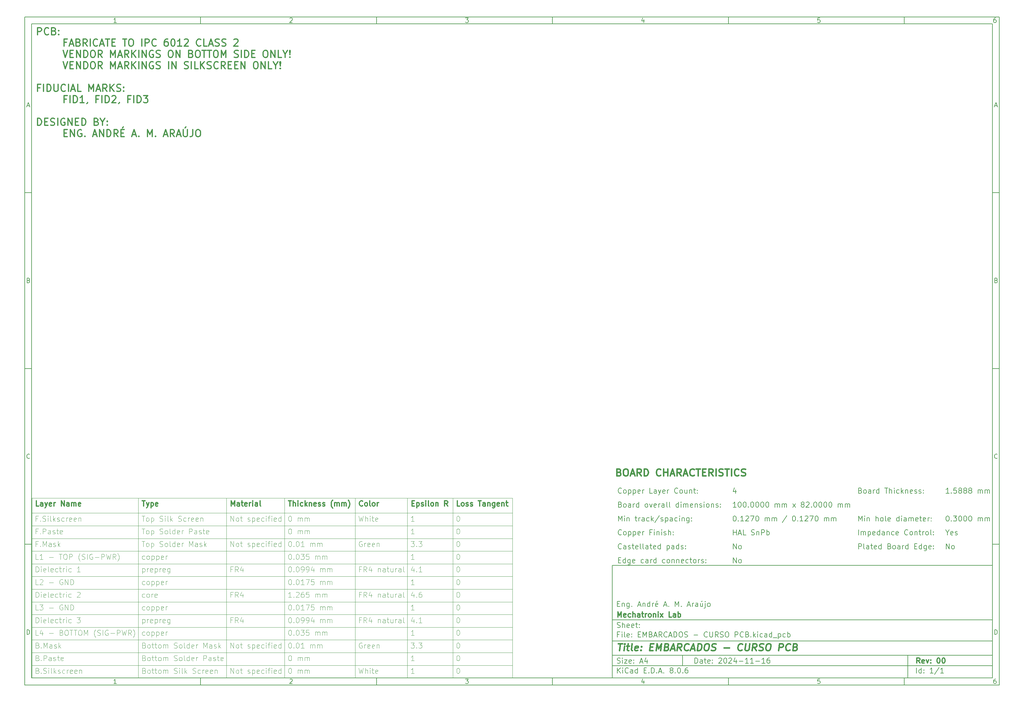
<source format=gbr>
%TF.GenerationSoftware,KiCad,Pcbnew,8.0.6*%
%TF.CreationDate,2024-11-24T18:55:18-03:00*%
%TF.ProjectId,EMBARCADOS - CURSO PCB,454d4241-5243-4414-944f-53202d204355,00*%
%TF.SameCoordinates,Original*%
%TF.FileFunction,Other,Comment*%
%FSLAX46Y46*%
G04 Gerber Fmt 4.6, Leading zero omitted, Abs format (unit mm)*
G04 Created by KiCad (PCBNEW 8.0.6) date 2024-11-24 18:55:18*
%MOMM*%
%LPD*%
G01*
G04 APERTURE LIST*
%ADD10C,0.100000*%
%ADD11C,0.150000*%
%ADD12C,0.300000*%
%ADD13C,0.400000*%
%ADD14C,0.200000*%
G04 APERTURE END LIST*
D10*
D11*
X177002200Y-166007200D02*
X285002200Y-166007200D01*
X285002200Y-198007200D01*
X177002200Y-198007200D01*
X177002200Y-166007200D01*
D10*
D11*
X10000000Y-10000000D02*
X287002200Y-10000000D01*
X287002200Y-200007200D01*
X10000000Y-200007200D01*
X10000000Y-10000000D01*
D10*
D11*
X12000000Y-12000000D02*
X285002200Y-12000000D01*
X285002200Y-198007200D01*
X12000000Y-198007200D01*
X12000000Y-12000000D01*
D10*
D11*
X60000000Y-12000000D02*
X60000000Y-10000000D01*
D10*
D11*
X110000000Y-12000000D02*
X110000000Y-10000000D01*
D10*
D11*
X160000000Y-12000000D02*
X160000000Y-10000000D01*
D10*
D11*
X210000000Y-12000000D02*
X210000000Y-10000000D01*
D10*
D11*
X260000000Y-12000000D02*
X260000000Y-10000000D01*
D10*
D11*
X36089160Y-11593604D02*
X35346303Y-11593604D01*
X35717731Y-11593604D02*
X35717731Y-10293604D01*
X35717731Y-10293604D02*
X35593922Y-10479319D01*
X35593922Y-10479319D02*
X35470112Y-10603128D01*
X35470112Y-10603128D02*
X35346303Y-10665033D01*
D10*
D11*
X85346303Y-10417414D02*
X85408207Y-10355509D01*
X85408207Y-10355509D02*
X85532017Y-10293604D01*
X85532017Y-10293604D02*
X85841541Y-10293604D01*
X85841541Y-10293604D02*
X85965350Y-10355509D01*
X85965350Y-10355509D02*
X86027255Y-10417414D01*
X86027255Y-10417414D02*
X86089160Y-10541223D01*
X86089160Y-10541223D02*
X86089160Y-10665033D01*
X86089160Y-10665033D02*
X86027255Y-10850747D01*
X86027255Y-10850747D02*
X85284398Y-11593604D01*
X85284398Y-11593604D02*
X86089160Y-11593604D01*
D10*
D11*
X135284398Y-10293604D02*
X136089160Y-10293604D01*
X136089160Y-10293604D02*
X135655826Y-10788842D01*
X135655826Y-10788842D02*
X135841541Y-10788842D01*
X135841541Y-10788842D02*
X135965350Y-10850747D01*
X135965350Y-10850747D02*
X136027255Y-10912652D01*
X136027255Y-10912652D02*
X136089160Y-11036461D01*
X136089160Y-11036461D02*
X136089160Y-11345985D01*
X136089160Y-11345985D02*
X136027255Y-11469795D01*
X136027255Y-11469795D02*
X135965350Y-11531700D01*
X135965350Y-11531700D02*
X135841541Y-11593604D01*
X135841541Y-11593604D02*
X135470112Y-11593604D01*
X135470112Y-11593604D02*
X135346303Y-11531700D01*
X135346303Y-11531700D02*
X135284398Y-11469795D01*
D10*
D11*
X185965350Y-10726938D02*
X185965350Y-11593604D01*
X185655826Y-10231700D02*
X185346303Y-11160271D01*
X185346303Y-11160271D02*
X186151064Y-11160271D01*
D10*
D11*
X236027255Y-10293604D02*
X235408207Y-10293604D01*
X235408207Y-10293604D02*
X235346303Y-10912652D01*
X235346303Y-10912652D02*
X235408207Y-10850747D01*
X235408207Y-10850747D02*
X235532017Y-10788842D01*
X235532017Y-10788842D02*
X235841541Y-10788842D01*
X235841541Y-10788842D02*
X235965350Y-10850747D01*
X235965350Y-10850747D02*
X236027255Y-10912652D01*
X236027255Y-10912652D02*
X236089160Y-11036461D01*
X236089160Y-11036461D02*
X236089160Y-11345985D01*
X236089160Y-11345985D02*
X236027255Y-11469795D01*
X236027255Y-11469795D02*
X235965350Y-11531700D01*
X235965350Y-11531700D02*
X235841541Y-11593604D01*
X235841541Y-11593604D02*
X235532017Y-11593604D01*
X235532017Y-11593604D02*
X235408207Y-11531700D01*
X235408207Y-11531700D02*
X235346303Y-11469795D01*
D10*
D11*
X285965350Y-10293604D02*
X285717731Y-10293604D01*
X285717731Y-10293604D02*
X285593922Y-10355509D01*
X285593922Y-10355509D02*
X285532017Y-10417414D01*
X285532017Y-10417414D02*
X285408207Y-10603128D01*
X285408207Y-10603128D02*
X285346303Y-10850747D01*
X285346303Y-10850747D02*
X285346303Y-11345985D01*
X285346303Y-11345985D02*
X285408207Y-11469795D01*
X285408207Y-11469795D02*
X285470112Y-11531700D01*
X285470112Y-11531700D02*
X285593922Y-11593604D01*
X285593922Y-11593604D02*
X285841541Y-11593604D01*
X285841541Y-11593604D02*
X285965350Y-11531700D01*
X285965350Y-11531700D02*
X286027255Y-11469795D01*
X286027255Y-11469795D02*
X286089160Y-11345985D01*
X286089160Y-11345985D02*
X286089160Y-11036461D01*
X286089160Y-11036461D02*
X286027255Y-10912652D01*
X286027255Y-10912652D02*
X285965350Y-10850747D01*
X285965350Y-10850747D02*
X285841541Y-10788842D01*
X285841541Y-10788842D02*
X285593922Y-10788842D01*
X285593922Y-10788842D02*
X285470112Y-10850747D01*
X285470112Y-10850747D02*
X285408207Y-10912652D01*
X285408207Y-10912652D02*
X285346303Y-11036461D01*
D10*
D11*
X60000000Y-198007200D02*
X60000000Y-200007200D01*
D10*
D11*
X110000000Y-198007200D02*
X110000000Y-200007200D01*
D10*
D11*
X160000000Y-198007200D02*
X160000000Y-200007200D01*
D10*
D11*
X210000000Y-198007200D02*
X210000000Y-200007200D01*
D10*
D11*
X260000000Y-198007200D02*
X260000000Y-200007200D01*
D10*
D11*
X36089160Y-199600804D02*
X35346303Y-199600804D01*
X35717731Y-199600804D02*
X35717731Y-198300804D01*
X35717731Y-198300804D02*
X35593922Y-198486519D01*
X35593922Y-198486519D02*
X35470112Y-198610328D01*
X35470112Y-198610328D02*
X35346303Y-198672233D01*
D10*
D11*
X85346303Y-198424614D02*
X85408207Y-198362709D01*
X85408207Y-198362709D02*
X85532017Y-198300804D01*
X85532017Y-198300804D02*
X85841541Y-198300804D01*
X85841541Y-198300804D02*
X85965350Y-198362709D01*
X85965350Y-198362709D02*
X86027255Y-198424614D01*
X86027255Y-198424614D02*
X86089160Y-198548423D01*
X86089160Y-198548423D02*
X86089160Y-198672233D01*
X86089160Y-198672233D02*
X86027255Y-198857947D01*
X86027255Y-198857947D02*
X85284398Y-199600804D01*
X85284398Y-199600804D02*
X86089160Y-199600804D01*
D10*
D11*
X135284398Y-198300804D02*
X136089160Y-198300804D01*
X136089160Y-198300804D02*
X135655826Y-198796042D01*
X135655826Y-198796042D02*
X135841541Y-198796042D01*
X135841541Y-198796042D02*
X135965350Y-198857947D01*
X135965350Y-198857947D02*
X136027255Y-198919852D01*
X136027255Y-198919852D02*
X136089160Y-199043661D01*
X136089160Y-199043661D02*
X136089160Y-199353185D01*
X136089160Y-199353185D02*
X136027255Y-199476995D01*
X136027255Y-199476995D02*
X135965350Y-199538900D01*
X135965350Y-199538900D02*
X135841541Y-199600804D01*
X135841541Y-199600804D02*
X135470112Y-199600804D01*
X135470112Y-199600804D02*
X135346303Y-199538900D01*
X135346303Y-199538900D02*
X135284398Y-199476995D01*
D10*
D11*
X185965350Y-198734138D02*
X185965350Y-199600804D01*
X185655826Y-198238900D02*
X185346303Y-199167471D01*
X185346303Y-199167471D02*
X186151064Y-199167471D01*
D10*
D11*
X236027255Y-198300804D02*
X235408207Y-198300804D01*
X235408207Y-198300804D02*
X235346303Y-198919852D01*
X235346303Y-198919852D02*
X235408207Y-198857947D01*
X235408207Y-198857947D02*
X235532017Y-198796042D01*
X235532017Y-198796042D02*
X235841541Y-198796042D01*
X235841541Y-198796042D02*
X235965350Y-198857947D01*
X235965350Y-198857947D02*
X236027255Y-198919852D01*
X236027255Y-198919852D02*
X236089160Y-199043661D01*
X236089160Y-199043661D02*
X236089160Y-199353185D01*
X236089160Y-199353185D02*
X236027255Y-199476995D01*
X236027255Y-199476995D02*
X235965350Y-199538900D01*
X235965350Y-199538900D02*
X235841541Y-199600804D01*
X235841541Y-199600804D02*
X235532017Y-199600804D01*
X235532017Y-199600804D02*
X235408207Y-199538900D01*
X235408207Y-199538900D02*
X235346303Y-199476995D01*
D10*
D11*
X285965350Y-198300804D02*
X285717731Y-198300804D01*
X285717731Y-198300804D02*
X285593922Y-198362709D01*
X285593922Y-198362709D02*
X285532017Y-198424614D01*
X285532017Y-198424614D02*
X285408207Y-198610328D01*
X285408207Y-198610328D02*
X285346303Y-198857947D01*
X285346303Y-198857947D02*
X285346303Y-199353185D01*
X285346303Y-199353185D02*
X285408207Y-199476995D01*
X285408207Y-199476995D02*
X285470112Y-199538900D01*
X285470112Y-199538900D02*
X285593922Y-199600804D01*
X285593922Y-199600804D02*
X285841541Y-199600804D01*
X285841541Y-199600804D02*
X285965350Y-199538900D01*
X285965350Y-199538900D02*
X286027255Y-199476995D01*
X286027255Y-199476995D02*
X286089160Y-199353185D01*
X286089160Y-199353185D02*
X286089160Y-199043661D01*
X286089160Y-199043661D02*
X286027255Y-198919852D01*
X286027255Y-198919852D02*
X285965350Y-198857947D01*
X285965350Y-198857947D02*
X285841541Y-198796042D01*
X285841541Y-198796042D02*
X285593922Y-198796042D01*
X285593922Y-198796042D02*
X285470112Y-198857947D01*
X285470112Y-198857947D02*
X285408207Y-198919852D01*
X285408207Y-198919852D02*
X285346303Y-199043661D01*
D10*
D11*
X10000000Y-60000000D02*
X12000000Y-60000000D01*
D10*
D11*
X10000000Y-110000000D02*
X12000000Y-110000000D01*
D10*
D11*
X10000000Y-160000000D02*
X12000000Y-160000000D01*
D10*
D11*
X10690476Y-35222176D02*
X11309523Y-35222176D01*
X10566666Y-35593604D02*
X10999999Y-34293604D01*
X10999999Y-34293604D02*
X11433333Y-35593604D01*
D10*
D11*
X11092857Y-84912652D02*
X11278571Y-84974557D01*
X11278571Y-84974557D02*
X11340476Y-85036461D01*
X11340476Y-85036461D02*
X11402380Y-85160271D01*
X11402380Y-85160271D02*
X11402380Y-85345985D01*
X11402380Y-85345985D02*
X11340476Y-85469795D01*
X11340476Y-85469795D02*
X11278571Y-85531700D01*
X11278571Y-85531700D02*
X11154761Y-85593604D01*
X11154761Y-85593604D02*
X10659523Y-85593604D01*
X10659523Y-85593604D02*
X10659523Y-84293604D01*
X10659523Y-84293604D02*
X11092857Y-84293604D01*
X11092857Y-84293604D02*
X11216666Y-84355509D01*
X11216666Y-84355509D02*
X11278571Y-84417414D01*
X11278571Y-84417414D02*
X11340476Y-84541223D01*
X11340476Y-84541223D02*
X11340476Y-84665033D01*
X11340476Y-84665033D02*
X11278571Y-84788842D01*
X11278571Y-84788842D02*
X11216666Y-84850747D01*
X11216666Y-84850747D02*
X11092857Y-84912652D01*
X11092857Y-84912652D02*
X10659523Y-84912652D01*
D10*
D11*
X11402380Y-135469795D02*
X11340476Y-135531700D01*
X11340476Y-135531700D02*
X11154761Y-135593604D01*
X11154761Y-135593604D02*
X11030952Y-135593604D01*
X11030952Y-135593604D02*
X10845238Y-135531700D01*
X10845238Y-135531700D02*
X10721428Y-135407890D01*
X10721428Y-135407890D02*
X10659523Y-135284080D01*
X10659523Y-135284080D02*
X10597619Y-135036461D01*
X10597619Y-135036461D02*
X10597619Y-134850747D01*
X10597619Y-134850747D02*
X10659523Y-134603128D01*
X10659523Y-134603128D02*
X10721428Y-134479319D01*
X10721428Y-134479319D02*
X10845238Y-134355509D01*
X10845238Y-134355509D02*
X11030952Y-134293604D01*
X11030952Y-134293604D02*
X11154761Y-134293604D01*
X11154761Y-134293604D02*
X11340476Y-134355509D01*
X11340476Y-134355509D02*
X11402380Y-134417414D01*
D10*
D11*
X10659523Y-185593604D02*
X10659523Y-184293604D01*
X10659523Y-184293604D02*
X10969047Y-184293604D01*
X10969047Y-184293604D02*
X11154761Y-184355509D01*
X11154761Y-184355509D02*
X11278571Y-184479319D01*
X11278571Y-184479319D02*
X11340476Y-184603128D01*
X11340476Y-184603128D02*
X11402380Y-184850747D01*
X11402380Y-184850747D02*
X11402380Y-185036461D01*
X11402380Y-185036461D02*
X11340476Y-185284080D01*
X11340476Y-185284080D02*
X11278571Y-185407890D01*
X11278571Y-185407890D02*
X11154761Y-185531700D01*
X11154761Y-185531700D02*
X10969047Y-185593604D01*
X10969047Y-185593604D02*
X10659523Y-185593604D01*
D10*
D11*
X287002200Y-60000000D02*
X285002200Y-60000000D01*
D10*
D11*
X287002200Y-110000000D02*
X285002200Y-110000000D01*
D10*
D11*
X287002200Y-160000000D02*
X285002200Y-160000000D01*
D10*
D11*
X285692676Y-35222176D02*
X286311723Y-35222176D01*
X285568866Y-35593604D02*
X286002199Y-34293604D01*
X286002199Y-34293604D02*
X286435533Y-35593604D01*
D10*
D11*
X286095057Y-84912652D02*
X286280771Y-84974557D01*
X286280771Y-84974557D02*
X286342676Y-85036461D01*
X286342676Y-85036461D02*
X286404580Y-85160271D01*
X286404580Y-85160271D02*
X286404580Y-85345985D01*
X286404580Y-85345985D02*
X286342676Y-85469795D01*
X286342676Y-85469795D02*
X286280771Y-85531700D01*
X286280771Y-85531700D02*
X286156961Y-85593604D01*
X286156961Y-85593604D02*
X285661723Y-85593604D01*
X285661723Y-85593604D02*
X285661723Y-84293604D01*
X285661723Y-84293604D02*
X286095057Y-84293604D01*
X286095057Y-84293604D02*
X286218866Y-84355509D01*
X286218866Y-84355509D02*
X286280771Y-84417414D01*
X286280771Y-84417414D02*
X286342676Y-84541223D01*
X286342676Y-84541223D02*
X286342676Y-84665033D01*
X286342676Y-84665033D02*
X286280771Y-84788842D01*
X286280771Y-84788842D02*
X286218866Y-84850747D01*
X286218866Y-84850747D02*
X286095057Y-84912652D01*
X286095057Y-84912652D02*
X285661723Y-84912652D01*
D10*
D11*
X286404580Y-135469795D02*
X286342676Y-135531700D01*
X286342676Y-135531700D02*
X286156961Y-135593604D01*
X286156961Y-135593604D02*
X286033152Y-135593604D01*
X286033152Y-135593604D02*
X285847438Y-135531700D01*
X285847438Y-135531700D02*
X285723628Y-135407890D01*
X285723628Y-135407890D02*
X285661723Y-135284080D01*
X285661723Y-135284080D02*
X285599819Y-135036461D01*
X285599819Y-135036461D02*
X285599819Y-134850747D01*
X285599819Y-134850747D02*
X285661723Y-134603128D01*
X285661723Y-134603128D02*
X285723628Y-134479319D01*
X285723628Y-134479319D02*
X285847438Y-134355509D01*
X285847438Y-134355509D02*
X286033152Y-134293604D01*
X286033152Y-134293604D02*
X286156961Y-134293604D01*
X286156961Y-134293604D02*
X286342676Y-134355509D01*
X286342676Y-134355509D02*
X286404580Y-134417414D01*
D10*
D11*
X285661723Y-185593604D02*
X285661723Y-184293604D01*
X285661723Y-184293604D02*
X285971247Y-184293604D01*
X285971247Y-184293604D02*
X286156961Y-184355509D01*
X286156961Y-184355509D02*
X286280771Y-184479319D01*
X286280771Y-184479319D02*
X286342676Y-184603128D01*
X286342676Y-184603128D02*
X286404580Y-184850747D01*
X286404580Y-184850747D02*
X286404580Y-185036461D01*
X286404580Y-185036461D02*
X286342676Y-185284080D01*
X286342676Y-185284080D02*
X286280771Y-185407890D01*
X286280771Y-185407890D02*
X286156961Y-185531700D01*
X286156961Y-185531700D02*
X285971247Y-185593604D01*
X285971247Y-185593604D02*
X285661723Y-185593604D01*
D10*
D11*
X200458026Y-193793328D02*
X200458026Y-192293328D01*
X200458026Y-192293328D02*
X200815169Y-192293328D01*
X200815169Y-192293328D02*
X201029455Y-192364757D01*
X201029455Y-192364757D02*
X201172312Y-192507614D01*
X201172312Y-192507614D02*
X201243741Y-192650471D01*
X201243741Y-192650471D02*
X201315169Y-192936185D01*
X201315169Y-192936185D02*
X201315169Y-193150471D01*
X201315169Y-193150471D02*
X201243741Y-193436185D01*
X201243741Y-193436185D02*
X201172312Y-193579042D01*
X201172312Y-193579042D02*
X201029455Y-193721900D01*
X201029455Y-193721900D02*
X200815169Y-193793328D01*
X200815169Y-193793328D02*
X200458026Y-193793328D01*
X202600884Y-193793328D02*
X202600884Y-193007614D01*
X202600884Y-193007614D02*
X202529455Y-192864757D01*
X202529455Y-192864757D02*
X202386598Y-192793328D01*
X202386598Y-192793328D02*
X202100884Y-192793328D01*
X202100884Y-192793328D02*
X201958026Y-192864757D01*
X202600884Y-193721900D02*
X202458026Y-193793328D01*
X202458026Y-193793328D02*
X202100884Y-193793328D01*
X202100884Y-193793328D02*
X201958026Y-193721900D01*
X201958026Y-193721900D02*
X201886598Y-193579042D01*
X201886598Y-193579042D02*
X201886598Y-193436185D01*
X201886598Y-193436185D02*
X201958026Y-193293328D01*
X201958026Y-193293328D02*
X202100884Y-193221900D01*
X202100884Y-193221900D02*
X202458026Y-193221900D01*
X202458026Y-193221900D02*
X202600884Y-193150471D01*
X203100884Y-192793328D02*
X203672312Y-192793328D01*
X203315169Y-192293328D02*
X203315169Y-193579042D01*
X203315169Y-193579042D02*
X203386598Y-193721900D01*
X203386598Y-193721900D02*
X203529455Y-193793328D01*
X203529455Y-193793328D02*
X203672312Y-193793328D01*
X204743741Y-193721900D02*
X204600884Y-193793328D01*
X204600884Y-193793328D02*
X204315170Y-193793328D01*
X204315170Y-193793328D02*
X204172312Y-193721900D01*
X204172312Y-193721900D02*
X204100884Y-193579042D01*
X204100884Y-193579042D02*
X204100884Y-193007614D01*
X204100884Y-193007614D02*
X204172312Y-192864757D01*
X204172312Y-192864757D02*
X204315170Y-192793328D01*
X204315170Y-192793328D02*
X204600884Y-192793328D01*
X204600884Y-192793328D02*
X204743741Y-192864757D01*
X204743741Y-192864757D02*
X204815170Y-193007614D01*
X204815170Y-193007614D02*
X204815170Y-193150471D01*
X204815170Y-193150471D02*
X204100884Y-193293328D01*
X205458026Y-193650471D02*
X205529455Y-193721900D01*
X205529455Y-193721900D02*
X205458026Y-193793328D01*
X205458026Y-193793328D02*
X205386598Y-193721900D01*
X205386598Y-193721900D02*
X205458026Y-193650471D01*
X205458026Y-193650471D02*
X205458026Y-193793328D01*
X205458026Y-192864757D02*
X205529455Y-192936185D01*
X205529455Y-192936185D02*
X205458026Y-193007614D01*
X205458026Y-193007614D02*
X205386598Y-192936185D01*
X205386598Y-192936185D02*
X205458026Y-192864757D01*
X205458026Y-192864757D02*
X205458026Y-193007614D01*
X207243741Y-192436185D02*
X207315169Y-192364757D01*
X207315169Y-192364757D02*
X207458027Y-192293328D01*
X207458027Y-192293328D02*
X207815169Y-192293328D01*
X207815169Y-192293328D02*
X207958027Y-192364757D01*
X207958027Y-192364757D02*
X208029455Y-192436185D01*
X208029455Y-192436185D02*
X208100884Y-192579042D01*
X208100884Y-192579042D02*
X208100884Y-192721900D01*
X208100884Y-192721900D02*
X208029455Y-192936185D01*
X208029455Y-192936185D02*
X207172312Y-193793328D01*
X207172312Y-193793328D02*
X208100884Y-193793328D01*
X209029455Y-192293328D02*
X209172312Y-192293328D01*
X209172312Y-192293328D02*
X209315169Y-192364757D01*
X209315169Y-192364757D02*
X209386598Y-192436185D01*
X209386598Y-192436185D02*
X209458026Y-192579042D01*
X209458026Y-192579042D02*
X209529455Y-192864757D01*
X209529455Y-192864757D02*
X209529455Y-193221900D01*
X209529455Y-193221900D02*
X209458026Y-193507614D01*
X209458026Y-193507614D02*
X209386598Y-193650471D01*
X209386598Y-193650471D02*
X209315169Y-193721900D01*
X209315169Y-193721900D02*
X209172312Y-193793328D01*
X209172312Y-193793328D02*
X209029455Y-193793328D01*
X209029455Y-193793328D02*
X208886598Y-193721900D01*
X208886598Y-193721900D02*
X208815169Y-193650471D01*
X208815169Y-193650471D02*
X208743740Y-193507614D01*
X208743740Y-193507614D02*
X208672312Y-193221900D01*
X208672312Y-193221900D02*
X208672312Y-192864757D01*
X208672312Y-192864757D02*
X208743740Y-192579042D01*
X208743740Y-192579042D02*
X208815169Y-192436185D01*
X208815169Y-192436185D02*
X208886598Y-192364757D01*
X208886598Y-192364757D02*
X209029455Y-192293328D01*
X210100883Y-192436185D02*
X210172311Y-192364757D01*
X210172311Y-192364757D02*
X210315169Y-192293328D01*
X210315169Y-192293328D02*
X210672311Y-192293328D01*
X210672311Y-192293328D02*
X210815169Y-192364757D01*
X210815169Y-192364757D02*
X210886597Y-192436185D01*
X210886597Y-192436185D02*
X210958026Y-192579042D01*
X210958026Y-192579042D02*
X210958026Y-192721900D01*
X210958026Y-192721900D02*
X210886597Y-192936185D01*
X210886597Y-192936185D02*
X210029454Y-193793328D01*
X210029454Y-193793328D02*
X210958026Y-193793328D01*
X212243740Y-192793328D02*
X212243740Y-193793328D01*
X211886597Y-192221900D02*
X211529454Y-193293328D01*
X211529454Y-193293328D02*
X212458025Y-193293328D01*
X213029453Y-193221900D02*
X214172311Y-193221900D01*
X215672311Y-193793328D02*
X214815168Y-193793328D01*
X215243739Y-193793328D02*
X215243739Y-192293328D01*
X215243739Y-192293328D02*
X215100882Y-192507614D01*
X215100882Y-192507614D02*
X214958025Y-192650471D01*
X214958025Y-192650471D02*
X214815168Y-192721900D01*
X217100882Y-193793328D02*
X216243739Y-193793328D01*
X216672310Y-193793328D02*
X216672310Y-192293328D01*
X216672310Y-192293328D02*
X216529453Y-192507614D01*
X216529453Y-192507614D02*
X216386596Y-192650471D01*
X216386596Y-192650471D02*
X216243739Y-192721900D01*
X217743738Y-193221900D02*
X218886596Y-193221900D01*
X220386596Y-193793328D02*
X219529453Y-193793328D01*
X219958024Y-193793328D02*
X219958024Y-192293328D01*
X219958024Y-192293328D02*
X219815167Y-192507614D01*
X219815167Y-192507614D02*
X219672310Y-192650471D01*
X219672310Y-192650471D02*
X219529453Y-192721900D01*
X221672310Y-192293328D02*
X221386595Y-192293328D01*
X221386595Y-192293328D02*
X221243738Y-192364757D01*
X221243738Y-192364757D02*
X221172310Y-192436185D01*
X221172310Y-192436185D02*
X221029452Y-192650471D01*
X221029452Y-192650471D02*
X220958024Y-192936185D01*
X220958024Y-192936185D02*
X220958024Y-193507614D01*
X220958024Y-193507614D02*
X221029452Y-193650471D01*
X221029452Y-193650471D02*
X221100881Y-193721900D01*
X221100881Y-193721900D02*
X221243738Y-193793328D01*
X221243738Y-193793328D02*
X221529452Y-193793328D01*
X221529452Y-193793328D02*
X221672310Y-193721900D01*
X221672310Y-193721900D02*
X221743738Y-193650471D01*
X221743738Y-193650471D02*
X221815167Y-193507614D01*
X221815167Y-193507614D02*
X221815167Y-193150471D01*
X221815167Y-193150471D02*
X221743738Y-193007614D01*
X221743738Y-193007614D02*
X221672310Y-192936185D01*
X221672310Y-192936185D02*
X221529452Y-192864757D01*
X221529452Y-192864757D02*
X221243738Y-192864757D01*
X221243738Y-192864757D02*
X221100881Y-192936185D01*
X221100881Y-192936185D02*
X221029452Y-193007614D01*
X221029452Y-193007614D02*
X220958024Y-193150471D01*
D10*
D11*
X177002200Y-194507200D02*
X285002200Y-194507200D01*
D10*
D11*
X178458026Y-196593328D02*
X178458026Y-195093328D01*
X179315169Y-196593328D02*
X178672312Y-195736185D01*
X179315169Y-195093328D02*
X178458026Y-195950471D01*
X179958026Y-196593328D02*
X179958026Y-195593328D01*
X179958026Y-195093328D02*
X179886598Y-195164757D01*
X179886598Y-195164757D02*
X179958026Y-195236185D01*
X179958026Y-195236185D02*
X180029455Y-195164757D01*
X180029455Y-195164757D02*
X179958026Y-195093328D01*
X179958026Y-195093328D02*
X179958026Y-195236185D01*
X181529455Y-196450471D02*
X181458027Y-196521900D01*
X181458027Y-196521900D02*
X181243741Y-196593328D01*
X181243741Y-196593328D02*
X181100884Y-196593328D01*
X181100884Y-196593328D02*
X180886598Y-196521900D01*
X180886598Y-196521900D02*
X180743741Y-196379042D01*
X180743741Y-196379042D02*
X180672312Y-196236185D01*
X180672312Y-196236185D02*
X180600884Y-195950471D01*
X180600884Y-195950471D02*
X180600884Y-195736185D01*
X180600884Y-195736185D02*
X180672312Y-195450471D01*
X180672312Y-195450471D02*
X180743741Y-195307614D01*
X180743741Y-195307614D02*
X180886598Y-195164757D01*
X180886598Y-195164757D02*
X181100884Y-195093328D01*
X181100884Y-195093328D02*
X181243741Y-195093328D01*
X181243741Y-195093328D02*
X181458027Y-195164757D01*
X181458027Y-195164757D02*
X181529455Y-195236185D01*
X182815170Y-196593328D02*
X182815170Y-195807614D01*
X182815170Y-195807614D02*
X182743741Y-195664757D01*
X182743741Y-195664757D02*
X182600884Y-195593328D01*
X182600884Y-195593328D02*
X182315170Y-195593328D01*
X182315170Y-195593328D02*
X182172312Y-195664757D01*
X182815170Y-196521900D02*
X182672312Y-196593328D01*
X182672312Y-196593328D02*
X182315170Y-196593328D01*
X182315170Y-196593328D02*
X182172312Y-196521900D01*
X182172312Y-196521900D02*
X182100884Y-196379042D01*
X182100884Y-196379042D02*
X182100884Y-196236185D01*
X182100884Y-196236185D02*
X182172312Y-196093328D01*
X182172312Y-196093328D02*
X182315170Y-196021900D01*
X182315170Y-196021900D02*
X182672312Y-196021900D01*
X182672312Y-196021900D02*
X182815170Y-195950471D01*
X184172313Y-196593328D02*
X184172313Y-195093328D01*
X184172313Y-196521900D02*
X184029455Y-196593328D01*
X184029455Y-196593328D02*
X183743741Y-196593328D01*
X183743741Y-196593328D02*
X183600884Y-196521900D01*
X183600884Y-196521900D02*
X183529455Y-196450471D01*
X183529455Y-196450471D02*
X183458027Y-196307614D01*
X183458027Y-196307614D02*
X183458027Y-195879042D01*
X183458027Y-195879042D02*
X183529455Y-195736185D01*
X183529455Y-195736185D02*
X183600884Y-195664757D01*
X183600884Y-195664757D02*
X183743741Y-195593328D01*
X183743741Y-195593328D02*
X184029455Y-195593328D01*
X184029455Y-195593328D02*
X184172313Y-195664757D01*
X186029455Y-195807614D02*
X186529455Y-195807614D01*
X186743741Y-196593328D02*
X186029455Y-196593328D01*
X186029455Y-196593328D02*
X186029455Y-195093328D01*
X186029455Y-195093328D02*
X186743741Y-195093328D01*
X187386598Y-196450471D02*
X187458027Y-196521900D01*
X187458027Y-196521900D02*
X187386598Y-196593328D01*
X187386598Y-196593328D02*
X187315170Y-196521900D01*
X187315170Y-196521900D02*
X187386598Y-196450471D01*
X187386598Y-196450471D02*
X187386598Y-196593328D01*
X188100884Y-196593328D02*
X188100884Y-195093328D01*
X188100884Y-195093328D02*
X188458027Y-195093328D01*
X188458027Y-195093328D02*
X188672313Y-195164757D01*
X188672313Y-195164757D02*
X188815170Y-195307614D01*
X188815170Y-195307614D02*
X188886599Y-195450471D01*
X188886599Y-195450471D02*
X188958027Y-195736185D01*
X188958027Y-195736185D02*
X188958027Y-195950471D01*
X188958027Y-195950471D02*
X188886599Y-196236185D01*
X188886599Y-196236185D02*
X188815170Y-196379042D01*
X188815170Y-196379042D02*
X188672313Y-196521900D01*
X188672313Y-196521900D02*
X188458027Y-196593328D01*
X188458027Y-196593328D02*
X188100884Y-196593328D01*
X189600884Y-196450471D02*
X189672313Y-196521900D01*
X189672313Y-196521900D02*
X189600884Y-196593328D01*
X189600884Y-196593328D02*
X189529456Y-196521900D01*
X189529456Y-196521900D02*
X189600884Y-196450471D01*
X189600884Y-196450471D02*
X189600884Y-196593328D01*
X190243742Y-196164757D02*
X190958028Y-196164757D01*
X190100885Y-196593328D02*
X190600885Y-195093328D01*
X190600885Y-195093328D02*
X191100885Y-196593328D01*
X191600884Y-196450471D02*
X191672313Y-196521900D01*
X191672313Y-196521900D02*
X191600884Y-196593328D01*
X191600884Y-196593328D02*
X191529456Y-196521900D01*
X191529456Y-196521900D02*
X191600884Y-196450471D01*
X191600884Y-196450471D02*
X191600884Y-196593328D01*
X193672313Y-195736185D02*
X193529456Y-195664757D01*
X193529456Y-195664757D02*
X193458027Y-195593328D01*
X193458027Y-195593328D02*
X193386599Y-195450471D01*
X193386599Y-195450471D02*
X193386599Y-195379042D01*
X193386599Y-195379042D02*
X193458027Y-195236185D01*
X193458027Y-195236185D02*
X193529456Y-195164757D01*
X193529456Y-195164757D02*
X193672313Y-195093328D01*
X193672313Y-195093328D02*
X193958027Y-195093328D01*
X193958027Y-195093328D02*
X194100885Y-195164757D01*
X194100885Y-195164757D02*
X194172313Y-195236185D01*
X194172313Y-195236185D02*
X194243742Y-195379042D01*
X194243742Y-195379042D02*
X194243742Y-195450471D01*
X194243742Y-195450471D02*
X194172313Y-195593328D01*
X194172313Y-195593328D02*
X194100885Y-195664757D01*
X194100885Y-195664757D02*
X193958027Y-195736185D01*
X193958027Y-195736185D02*
X193672313Y-195736185D01*
X193672313Y-195736185D02*
X193529456Y-195807614D01*
X193529456Y-195807614D02*
X193458027Y-195879042D01*
X193458027Y-195879042D02*
X193386599Y-196021900D01*
X193386599Y-196021900D02*
X193386599Y-196307614D01*
X193386599Y-196307614D02*
X193458027Y-196450471D01*
X193458027Y-196450471D02*
X193529456Y-196521900D01*
X193529456Y-196521900D02*
X193672313Y-196593328D01*
X193672313Y-196593328D02*
X193958027Y-196593328D01*
X193958027Y-196593328D02*
X194100885Y-196521900D01*
X194100885Y-196521900D02*
X194172313Y-196450471D01*
X194172313Y-196450471D02*
X194243742Y-196307614D01*
X194243742Y-196307614D02*
X194243742Y-196021900D01*
X194243742Y-196021900D02*
X194172313Y-195879042D01*
X194172313Y-195879042D02*
X194100885Y-195807614D01*
X194100885Y-195807614D02*
X193958027Y-195736185D01*
X194886598Y-196450471D02*
X194958027Y-196521900D01*
X194958027Y-196521900D02*
X194886598Y-196593328D01*
X194886598Y-196593328D02*
X194815170Y-196521900D01*
X194815170Y-196521900D02*
X194886598Y-196450471D01*
X194886598Y-196450471D02*
X194886598Y-196593328D01*
X195886599Y-195093328D02*
X196029456Y-195093328D01*
X196029456Y-195093328D02*
X196172313Y-195164757D01*
X196172313Y-195164757D02*
X196243742Y-195236185D01*
X196243742Y-195236185D02*
X196315170Y-195379042D01*
X196315170Y-195379042D02*
X196386599Y-195664757D01*
X196386599Y-195664757D02*
X196386599Y-196021900D01*
X196386599Y-196021900D02*
X196315170Y-196307614D01*
X196315170Y-196307614D02*
X196243742Y-196450471D01*
X196243742Y-196450471D02*
X196172313Y-196521900D01*
X196172313Y-196521900D02*
X196029456Y-196593328D01*
X196029456Y-196593328D02*
X195886599Y-196593328D01*
X195886599Y-196593328D02*
X195743742Y-196521900D01*
X195743742Y-196521900D02*
X195672313Y-196450471D01*
X195672313Y-196450471D02*
X195600884Y-196307614D01*
X195600884Y-196307614D02*
X195529456Y-196021900D01*
X195529456Y-196021900D02*
X195529456Y-195664757D01*
X195529456Y-195664757D02*
X195600884Y-195379042D01*
X195600884Y-195379042D02*
X195672313Y-195236185D01*
X195672313Y-195236185D02*
X195743742Y-195164757D01*
X195743742Y-195164757D02*
X195886599Y-195093328D01*
X197029455Y-196450471D02*
X197100884Y-196521900D01*
X197100884Y-196521900D02*
X197029455Y-196593328D01*
X197029455Y-196593328D02*
X196958027Y-196521900D01*
X196958027Y-196521900D02*
X197029455Y-196450471D01*
X197029455Y-196450471D02*
X197029455Y-196593328D01*
X198386599Y-195093328D02*
X198100884Y-195093328D01*
X198100884Y-195093328D02*
X197958027Y-195164757D01*
X197958027Y-195164757D02*
X197886599Y-195236185D01*
X197886599Y-195236185D02*
X197743741Y-195450471D01*
X197743741Y-195450471D02*
X197672313Y-195736185D01*
X197672313Y-195736185D02*
X197672313Y-196307614D01*
X197672313Y-196307614D02*
X197743741Y-196450471D01*
X197743741Y-196450471D02*
X197815170Y-196521900D01*
X197815170Y-196521900D02*
X197958027Y-196593328D01*
X197958027Y-196593328D02*
X198243741Y-196593328D01*
X198243741Y-196593328D02*
X198386599Y-196521900D01*
X198386599Y-196521900D02*
X198458027Y-196450471D01*
X198458027Y-196450471D02*
X198529456Y-196307614D01*
X198529456Y-196307614D02*
X198529456Y-195950471D01*
X198529456Y-195950471D02*
X198458027Y-195807614D01*
X198458027Y-195807614D02*
X198386599Y-195736185D01*
X198386599Y-195736185D02*
X198243741Y-195664757D01*
X198243741Y-195664757D02*
X197958027Y-195664757D01*
X197958027Y-195664757D02*
X197815170Y-195736185D01*
X197815170Y-195736185D02*
X197743741Y-195807614D01*
X197743741Y-195807614D02*
X197672313Y-195950471D01*
D10*
D11*
X177002200Y-191507200D02*
X285002200Y-191507200D01*
D10*
D12*
X264413853Y-193785528D02*
X263913853Y-193071242D01*
X263556710Y-193785528D02*
X263556710Y-192285528D01*
X263556710Y-192285528D02*
X264128139Y-192285528D01*
X264128139Y-192285528D02*
X264270996Y-192356957D01*
X264270996Y-192356957D02*
X264342425Y-192428385D01*
X264342425Y-192428385D02*
X264413853Y-192571242D01*
X264413853Y-192571242D02*
X264413853Y-192785528D01*
X264413853Y-192785528D02*
X264342425Y-192928385D01*
X264342425Y-192928385D02*
X264270996Y-192999814D01*
X264270996Y-192999814D02*
X264128139Y-193071242D01*
X264128139Y-193071242D02*
X263556710Y-193071242D01*
X265628139Y-193714100D02*
X265485282Y-193785528D01*
X265485282Y-193785528D02*
X265199568Y-193785528D01*
X265199568Y-193785528D02*
X265056710Y-193714100D01*
X265056710Y-193714100D02*
X264985282Y-193571242D01*
X264985282Y-193571242D02*
X264985282Y-192999814D01*
X264985282Y-192999814D02*
X265056710Y-192856957D01*
X265056710Y-192856957D02*
X265199568Y-192785528D01*
X265199568Y-192785528D02*
X265485282Y-192785528D01*
X265485282Y-192785528D02*
X265628139Y-192856957D01*
X265628139Y-192856957D02*
X265699568Y-192999814D01*
X265699568Y-192999814D02*
X265699568Y-193142671D01*
X265699568Y-193142671D02*
X264985282Y-193285528D01*
X266199567Y-192785528D02*
X266556710Y-193785528D01*
X266556710Y-193785528D02*
X266913853Y-192785528D01*
X267485281Y-193642671D02*
X267556710Y-193714100D01*
X267556710Y-193714100D02*
X267485281Y-193785528D01*
X267485281Y-193785528D02*
X267413853Y-193714100D01*
X267413853Y-193714100D02*
X267485281Y-193642671D01*
X267485281Y-193642671D02*
X267485281Y-193785528D01*
X267485281Y-192856957D02*
X267556710Y-192928385D01*
X267556710Y-192928385D02*
X267485281Y-192999814D01*
X267485281Y-192999814D02*
X267413853Y-192928385D01*
X267413853Y-192928385D02*
X267485281Y-192856957D01*
X267485281Y-192856957D02*
X267485281Y-192999814D01*
X269628139Y-192285528D02*
X269770996Y-192285528D01*
X269770996Y-192285528D02*
X269913853Y-192356957D01*
X269913853Y-192356957D02*
X269985282Y-192428385D01*
X269985282Y-192428385D02*
X270056710Y-192571242D01*
X270056710Y-192571242D02*
X270128139Y-192856957D01*
X270128139Y-192856957D02*
X270128139Y-193214100D01*
X270128139Y-193214100D02*
X270056710Y-193499814D01*
X270056710Y-193499814D02*
X269985282Y-193642671D01*
X269985282Y-193642671D02*
X269913853Y-193714100D01*
X269913853Y-193714100D02*
X269770996Y-193785528D01*
X269770996Y-193785528D02*
X269628139Y-193785528D01*
X269628139Y-193785528D02*
X269485282Y-193714100D01*
X269485282Y-193714100D02*
X269413853Y-193642671D01*
X269413853Y-193642671D02*
X269342424Y-193499814D01*
X269342424Y-193499814D02*
X269270996Y-193214100D01*
X269270996Y-193214100D02*
X269270996Y-192856957D01*
X269270996Y-192856957D02*
X269342424Y-192571242D01*
X269342424Y-192571242D02*
X269413853Y-192428385D01*
X269413853Y-192428385D02*
X269485282Y-192356957D01*
X269485282Y-192356957D02*
X269628139Y-192285528D01*
X271056710Y-192285528D02*
X271199567Y-192285528D01*
X271199567Y-192285528D02*
X271342424Y-192356957D01*
X271342424Y-192356957D02*
X271413853Y-192428385D01*
X271413853Y-192428385D02*
X271485281Y-192571242D01*
X271485281Y-192571242D02*
X271556710Y-192856957D01*
X271556710Y-192856957D02*
X271556710Y-193214100D01*
X271556710Y-193214100D02*
X271485281Y-193499814D01*
X271485281Y-193499814D02*
X271413853Y-193642671D01*
X271413853Y-193642671D02*
X271342424Y-193714100D01*
X271342424Y-193714100D02*
X271199567Y-193785528D01*
X271199567Y-193785528D02*
X271056710Y-193785528D01*
X271056710Y-193785528D02*
X270913853Y-193714100D01*
X270913853Y-193714100D02*
X270842424Y-193642671D01*
X270842424Y-193642671D02*
X270770995Y-193499814D01*
X270770995Y-193499814D02*
X270699567Y-193214100D01*
X270699567Y-193214100D02*
X270699567Y-192856957D01*
X270699567Y-192856957D02*
X270770995Y-192571242D01*
X270770995Y-192571242D02*
X270842424Y-192428385D01*
X270842424Y-192428385D02*
X270913853Y-192356957D01*
X270913853Y-192356957D02*
X271056710Y-192285528D01*
D10*
D11*
X178386598Y-193721900D02*
X178600884Y-193793328D01*
X178600884Y-193793328D02*
X178958026Y-193793328D01*
X178958026Y-193793328D02*
X179100884Y-193721900D01*
X179100884Y-193721900D02*
X179172312Y-193650471D01*
X179172312Y-193650471D02*
X179243741Y-193507614D01*
X179243741Y-193507614D02*
X179243741Y-193364757D01*
X179243741Y-193364757D02*
X179172312Y-193221900D01*
X179172312Y-193221900D02*
X179100884Y-193150471D01*
X179100884Y-193150471D02*
X178958026Y-193079042D01*
X178958026Y-193079042D02*
X178672312Y-193007614D01*
X178672312Y-193007614D02*
X178529455Y-192936185D01*
X178529455Y-192936185D02*
X178458026Y-192864757D01*
X178458026Y-192864757D02*
X178386598Y-192721900D01*
X178386598Y-192721900D02*
X178386598Y-192579042D01*
X178386598Y-192579042D02*
X178458026Y-192436185D01*
X178458026Y-192436185D02*
X178529455Y-192364757D01*
X178529455Y-192364757D02*
X178672312Y-192293328D01*
X178672312Y-192293328D02*
X179029455Y-192293328D01*
X179029455Y-192293328D02*
X179243741Y-192364757D01*
X179886597Y-193793328D02*
X179886597Y-192793328D01*
X179886597Y-192293328D02*
X179815169Y-192364757D01*
X179815169Y-192364757D02*
X179886597Y-192436185D01*
X179886597Y-192436185D02*
X179958026Y-192364757D01*
X179958026Y-192364757D02*
X179886597Y-192293328D01*
X179886597Y-192293328D02*
X179886597Y-192436185D01*
X180458026Y-192793328D02*
X181243741Y-192793328D01*
X181243741Y-192793328D02*
X180458026Y-193793328D01*
X180458026Y-193793328D02*
X181243741Y-193793328D01*
X182386598Y-193721900D02*
X182243741Y-193793328D01*
X182243741Y-193793328D02*
X181958027Y-193793328D01*
X181958027Y-193793328D02*
X181815169Y-193721900D01*
X181815169Y-193721900D02*
X181743741Y-193579042D01*
X181743741Y-193579042D02*
X181743741Y-193007614D01*
X181743741Y-193007614D02*
X181815169Y-192864757D01*
X181815169Y-192864757D02*
X181958027Y-192793328D01*
X181958027Y-192793328D02*
X182243741Y-192793328D01*
X182243741Y-192793328D02*
X182386598Y-192864757D01*
X182386598Y-192864757D02*
X182458027Y-193007614D01*
X182458027Y-193007614D02*
X182458027Y-193150471D01*
X182458027Y-193150471D02*
X181743741Y-193293328D01*
X183100883Y-193650471D02*
X183172312Y-193721900D01*
X183172312Y-193721900D02*
X183100883Y-193793328D01*
X183100883Y-193793328D02*
X183029455Y-193721900D01*
X183029455Y-193721900D02*
X183100883Y-193650471D01*
X183100883Y-193650471D02*
X183100883Y-193793328D01*
X183100883Y-192864757D02*
X183172312Y-192936185D01*
X183172312Y-192936185D02*
X183100883Y-193007614D01*
X183100883Y-193007614D02*
X183029455Y-192936185D01*
X183029455Y-192936185D02*
X183100883Y-192864757D01*
X183100883Y-192864757D02*
X183100883Y-193007614D01*
X184886598Y-193364757D02*
X185600884Y-193364757D01*
X184743741Y-193793328D02*
X185243741Y-192293328D01*
X185243741Y-192293328D02*
X185743741Y-193793328D01*
X186886598Y-192793328D02*
X186886598Y-193793328D01*
X186529455Y-192221900D02*
X186172312Y-193293328D01*
X186172312Y-193293328D02*
X187100883Y-193293328D01*
D10*
D11*
X263458026Y-196593328D02*
X263458026Y-195093328D01*
X264815170Y-196593328D02*
X264815170Y-195093328D01*
X264815170Y-196521900D02*
X264672312Y-196593328D01*
X264672312Y-196593328D02*
X264386598Y-196593328D01*
X264386598Y-196593328D02*
X264243741Y-196521900D01*
X264243741Y-196521900D02*
X264172312Y-196450471D01*
X264172312Y-196450471D02*
X264100884Y-196307614D01*
X264100884Y-196307614D02*
X264100884Y-195879042D01*
X264100884Y-195879042D02*
X264172312Y-195736185D01*
X264172312Y-195736185D02*
X264243741Y-195664757D01*
X264243741Y-195664757D02*
X264386598Y-195593328D01*
X264386598Y-195593328D02*
X264672312Y-195593328D01*
X264672312Y-195593328D02*
X264815170Y-195664757D01*
X265529455Y-196450471D02*
X265600884Y-196521900D01*
X265600884Y-196521900D02*
X265529455Y-196593328D01*
X265529455Y-196593328D02*
X265458027Y-196521900D01*
X265458027Y-196521900D02*
X265529455Y-196450471D01*
X265529455Y-196450471D02*
X265529455Y-196593328D01*
X265529455Y-195664757D02*
X265600884Y-195736185D01*
X265600884Y-195736185D02*
X265529455Y-195807614D01*
X265529455Y-195807614D02*
X265458027Y-195736185D01*
X265458027Y-195736185D02*
X265529455Y-195664757D01*
X265529455Y-195664757D02*
X265529455Y-195807614D01*
X268172313Y-196593328D02*
X267315170Y-196593328D01*
X267743741Y-196593328D02*
X267743741Y-195093328D01*
X267743741Y-195093328D02*
X267600884Y-195307614D01*
X267600884Y-195307614D02*
X267458027Y-195450471D01*
X267458027Y-195450471D02*
X267315170Y-195521900D01*
X269886598Y-195021900D02*
X268600884Y-196950471D01*
X271172313Y-196593328D02*
X270315170Y-196593328D01*
X270743741Y-196593328D02*
X270743741Y-195093328D01*
X270743741Y-195093328D02*
X270600884Y-195307614D01*
X270600884Y-195307614D02*
X270458027Y-195450471D01*
X270458027Y-195450471D02*
X270315170Y-195521900D01*
D10*
D11*
X177002200Y-187507200D02*
X285002200Y-187507200D01*
D10*
D13*
X178693928Y-188211638D02*
X179836785Y-188211638D01*
X179015357Y-190211638D02*
X179265357Y-188211638D01*
X180253452Y-190211638D02*
X180420119Y-188878304D01*
X180503452Y-188211638D02*
X180396309Y-188306876D01*
X180396309Y-188306876D02*
X180479643Y-188402114D01*
X180479643Y-188402114D02*
X180586786Y-188306876D01*
X180586786Y-188306876D02*
X180503452Y-188211638D01*
X180503452Y-188211638D02*
X180479643Y-188402114D01*
X181086786Y-188878304D02*
X181848690Y-188878304D01*
X181455833Y-188211638D02*
X181241548Y-189925923D01*
X181241548Y-189925923D02*
X181312976Y-190116400D01*
X181312976Y-190116400D02*
X181491548Y-190211638D01*
X181491548Y-190211638D02*
X181682024Y-190211638D01*
X182634405Y-190211638D02*
X182455833Y-190116400D01*
X182455833Y-190116400D02*
X182384405Y-189925923D01*
X182384405Y-189925923D02*
X182598690Y-188211638D01*
X184170119Y-190116400D02*
X183967738Y-190211638D01*
X183967738Y-190211638D02*
X183586785Y-190211638D01*
X183586785Y-190211638D02*
X183408214Y-190116400D01*
X183408214Y-190116400D02*
X183336785Y-189925923D01*
X183336785Y-189925923D02*
X183432024Y-189164019D01*
X183432024Y-189164019D02*
X183551071Y-188973542D01*
X183551071Y-188973542D02*
X183753452Y-188878304D01*
X183753452Y-188878304D02*
X184134404Y-188878304D01*
X184134404Y-188878304D02*
X184312976Y-188973542D01*
X184312976Y-188973542D02*
X184384404Y-189164019D01*
X184384404Y-189164019D02*
X184360595Y-189354495D01*
X184360595Y-189354495D02*
X183384404Y-189544971D01*
X185134405Y-190021161D02*
X185217738Y-190116400D01*
X185217738Y-190116400D02*
X185110595Y-190211638D01*
X185110595Y-190211638D02*
X185027262Y-190116400D01*
X185027262Y-190116400D02*
X185134405Y-190021161D01*
X185134405Y-190021161D02*
X185110595Y-190211638D01*
X185265357Y-188973542D02*
X185348690Y-189068780D01*
X185348690Y-189068780D02*
X185241548Y-189164019D01*
X185241548Y-189164019D02*
X185158214Y-189068780D01*
X185158214Y-189068780D02*
X185265357Y-188973542D01*
X185265357Y-188973542D02*
X185241548Y-189164019D01*
X187717739Y-189164019D02*
X188384405Y-189164019D01*
X188539167Y-190211638D02*
X187586786Y-190211638D01*
X187586786Y-190211638D02*
X187836786Y-188211638D01*
X187836786Y-188211638D02*
X188789167Y-188211638D01*
X189396310Y-190211638D02*
X189646310Y-188211638D01*
X189646310Y-188211638D02*
X190134405Y-189640209D01*
X190134405Y-189640209D02*
X190979644Y-188211638D01*
X190979644Y-188211638D02*
X190729644Y-190211638D01*
X192479643Y-189164019D02*
X192753453Y-189259257D01*
X192753453Y-189259257D02*
X192836786Y-189354495D01*
X192836786Y-189354495D02*
X192908215Y-189544971D01*
X192908215Y-189544971D02*
X192872500Y-189830685D01*
X192872500Y-189830685D02*
X192753453Y-190021161D01*
X192753453Y-190021161D02*
X192646310Y-190116400D01*
X192646310Y-190116400D02*
X192443929Y-190211638D01*
X192443929Y-190211638D02*
X191682024Y-190211638D01*
X191682024Y-190211638D02*
X191932024Y-188211638D01*
X191932024Y-188211638D02*
X192598691Y-188211638D01*
X192598691Y-188211638D02*
X192777262Y-188306876D01*
X192777262Y-188306876D02*
X192860596Y-188402114D01*
X192860596Y-188402114D02*
X192932024Y-188592590D01*
X192932024Y-188592590D02*
X192908215Y-188783066D01*
X192908215Y-188783066D02*
X192789167Y-188973542D01*
X192789167Y-188973542D02*
X192682024Y-189068780D01*
X192682024Y-189068780D02*
X192479643Y-189164019D01*
X192479643Y-189164019D02*
X191812977Y-189164019D01*
X193658215Y-189640209D02*
X194610596Y-189640209D01*
X193396310Y-190211638D02*
X194312977Y-188211638D01*
X194312977Y-188211638D02*
X194729643Y-190211638D01*
X196539167Y-190211638D02*
X195991548Y-189259257D01*
X195396310Y-190211638D02*
X195646310Y-188211638D01*
X195646310Y-188211638D02*
X196408215Y-188211638D01*
X196408215Y-188211638D02*
X196586786Y-188306876D01*
X196586786Y-188306876D02*
X196670120Y-188402114D01*
X196670120Y-188402114D02*
X196741548Y-188592590D01*
X196741548Y-188592590D02*
X196705834Y-188878304D01*
X196705834Y-188878304D02*
X196586786Y-189068780D01*
X196586786Y-189068780D02*
X196479644Y-189164019D01*
X196479644Y-189164019D02*
X196277263Y-189259257D01*
X196277263Y-189259257D02*
X195515358Y-189259257D01*
X198562977Y-190021161D02*
X198455834Y-190116400D01*
X198455834Y-190116400D02*
X198158215Y-190211638D01*
X198158215Y-190211638D02*
X197967739Y-190211638D01*
X197967739Y-190211638D02*
X197693929Y-190116400D01*
X197693929Y-190116400D02*
X197527263Y-189925923D01*
X197527263Y-189925923D02*
X197455834Y-189735447D01*
X197455834Y-189735447D02*
X197408215Y-189354495D01*
X197408215Y-189354495D02*
X197443929Y-189068780D01*
X197443929Y-189068780D02*
X197586786Y-188687828D01*
X197586786Y-188687828D02*
X197705834Y-188497352D01*
X197705834Y-188497352D02*
X197920120Y-188306876D01*
X197920120Y-188306876D02*
X198217739Y-188211638D01*
X198217739Y-188211638D02*
X198408215Y-188211638D01*
X198408215Y-188211638D02*
X198682025Y-188306876D01*
X198682025Y-188306876D02*
X198765358Y-188402114D01*
X199372501Y-189640209D02*
X200324882Y-189640209D01*
X199110596Y-190211638D02*
X200027263Y-188211638D01*
X200027263Y-188211638D02*
X200443929Y-190211638D01*
X201110596Y-190211638D02*
X201360596Y-188211638D01*
X201360596Y-188211638D02*
X201836787Y-188211638D01*
X201836787Y-188211638D02*
X202110596Y-188306876D01*
X202110596Y-188306876D02*
X202277263Y-188497352D01*
X202277263Y-188497352D02*
X202348691Y-188687828D01*
X202348691Y-188687828D02*
X202396311Y-189068780D01*
X202396311Y-189068780D02*
X202360596Y-189354495D01*
X202360596Y-189354495D02*
X202217739Y-189735447D01*
X202217739Y-189735447D02*
X202098691Y-189925923D01*
X202098691Y-189925923D02*
X201884406Y-190116400D01*
X201884406Y-190116400D02*
X201586787Y-190211638D01*
X201586787Y-190211638D02*
X201110596Y-190211638D01*
X203741549Y-188211638D02*
X204122501Y-188211638D01*
X204122501Y-188211638D02*
X204301072Y-188306876D01*
X204301072Y-188306876D02*
X204467739Y-188497352D01*
X204467739Y-188497352D02*
X204515358Y-188878304D01*
X204515358Y-188878304D02*
X204432025Y-189544971D01*
X204432025Y-189544971D02*
X204289168Y-189925923D01*
X204289168Y-189925923D02*
X204074882Y-190116400D01*
X204074882Y-190116400D02*
X203872501Y-190211638D01*
X203872501Y-190211638D02*
X203491549Y-190211638D01*
X203491549Y-190211638D02*
X203312977Y-190116400D01*
X203312977Y-190116400D02*
X203146311Y-189925923D01*
X203146311Y-189925923D02*
X203098691Y-189544971D01*
X203098691Y-189544971D02*
X203182025Y-188878304D01*
X203182025Y-188878304D02*
X203324882Y-188497352D01*
X203324882Y-188497352D02*
X203539168Y-188306876D01*
X203539168Y-188306876D02*
X203741549Y-188211638D01*
X205122501Y-190116400D02*
X205396310Y-190211638D01*
X205396310Y-190211638D02*
X205872501Y-190211638D01*
X205872501Y-190211638D02*
X206074882Y-190116400D01*
X206074882Y-190116400D02*
X206182025Y-190021161D01*
X206182025Y-190021161D02*
X206301072Y-189830685D01*
X206301072Y-189830685D02*
X206324882Y-189640209D01*
X206324882Y-189640209D02*
X206253453Y-189449733D01*
X206253453Y-189449733D02*
X206170120Y-189354495D01*
X206170120Y-189354495D02*
X205991549Y-189259257D01*
X205991549Y-189259257D02*
X205622501Y-189164019D01*
X205622501Y-189164019D02*
X205443929Y-189068780D01*
X205443929Y-189068780D02*
X205360596Y-188973542D01*
X205360596Y-188973542D02*
X205289168Y-188783066D01*
X205289168Y-188783066D02*
X205312977Y-188592590D01*
X205312977Y-188592590D02*
X205432025Y-188402114D01*
X205432025Y-188402114D02*
X205539168Y-188306876D01*
X205539168Y-188306876D02*
X205741549Y-188211638D01*
X205741549Y-188211638D02*
X206217739Y-188211638D01*
X206217739Y-188211638D02*
X206491549Y-188306876D01*
X208729644Y-189449733D02*
X210253454Y-189449733D01*
X213801073Y-190021161D02*
X213693930Y-190116400D01*
X213693930Y-190116400D02*
X213396311Y-190211638D01*
X213396311Y-190211638D02*
X213205835Y-190211638D01*
X213205835Y-190211638D02*
X212932025Y-190116400D01*
X212932025Y-190116400D02*
X212765359Y-189925923D01*
X212765359Y-189925923D02*
X212693930Y-189735447D01*
X212693930Y-189735447D02*
X212646311Y-189354495D01*
X212646311Y-189354495D02*
X212682025Y-189068780D01*
X212682025Y-189068780D02*
X212824882Y-188687828D01*
X212824882Y-188687828D02*
X212943930Y-188497352D01*
X212943930Y-188497352D02*
X213158216Y-188306876D01*
X213158216Y-188306876D02*
X213455835Y-188211638D01*
X213455835Y-188211638D02*
X213646311Y-188211638D01*
X213646311Y-188211638D02*
X213920121Y-188306876D01*
X213920121Y-188306876D02*
X214003454Y-188402114D01*
X214884406Y-188211638D02*
X214682025Y-189830685D01*
X214682025Y-189830685D02*
X214753454Y-190021161D01*
X214753454Y-190021161D02*
X214836787Y-190116400D01*
X214836787Y-190116400D02*
X215015359Y-190211638D01*
X215015359Y-190211638D02*
X215396311Y-190211638D01*
X215396311Y-190211638D02*
X215598692Y-190116400D01*
X215598692Y-190116400D02*
X215705835Y-190021161D01*
X215705835Y-190021161D02*
X215824882Y-189830685D01*
X215824882Y-189830685D02*
X216027263Y-188211638D01*
X217872501Y-190211638D02*
X217324882Y-189259257D01*
X216729644Y-190211638D02*
X216979644Y-188211638D01*
X216979644Y-188211638D02*
X217741549Y-188211638D01*
X217741549Y-188211638D02*
X217920120Y-188306876D01*
X217920120Y-188306876D02*
X218003454Y-188402114D01*
X218003454Y-188402114D02*
X218074882Y-188592590D01*
X218074882Y-188592590D02*
X218039168Y-188878304D01*
X218039168Y-188878304D02*
X217920120Y-189068780D01*
X217920120Y-189068780D02*
X217812978Y-189164019D01*
X217812978Y-189164019D02*
X217610597Y-189259257D01*
X217610597Y-189259257D02*
X216848692Y-189259257D01*
X218646311Y-190116400D02*
X218920120Y-190211638D01*
X218920120Y-190211638D02*
X219396311Y-190211638D01*
X219396311Y-190211638D02*
X219598692Y-190116400D01*
X219598692Y-190116400D02*
X219705835Y-190021161D01*
X219705835Y-190021161D02*
X219824882Y-189830685D01*
X219824882Y-189830685D02*
X219848692Y-189640209D01*
X219848692Y-189640209D02*
X219777263Y-189449733D01*
X219777263Y-189449733D02*
X219693930Y-189354495D01*
X219693930Y-189354495D02*
X219515359Y-189259257D01*
X219515359Y-189259257D02*
X219146311Y-189164019D01*
X219146311Y-189164019D02*
X218967739Y-189068780D01*
X218967739Y-189068780D02*
X218884406Y-188973542D01*
X218884406Y-188973542D02*
X218812978Y-188783066D01*
X218812978Y-188783066D02*
X218836787Y-188592590D01*
X218836787Y-188592590D02*
X218955835Y-188402114D01*
X218955835Y-188402114D02*
X219062978Y-188306876D01*
X219062978Y-188306876D02*
X219265359Y-188211638D01*
X219265359Y-188211638D02*
X219741549Y-188211638D01*
X219741549Y-188211638D02*
X220015359Y-188306876D01*
X221265359Y-188211638D02*
X221646311Y-188211638D01*
X221646311Y-188211638D02*
X221824882Y-188306876D01*
X221824882Y-188306876D02*
X221991549Y-188497352D01*
X221991549Y-188497352D02*
X222039168Y-188878304D01*
X222039168Y-188878304D02*
X221955835Y-189544971D01*
X221955835Y-189544971D02*
X221812978Y-189925923D01*
X221812978Y-189925923D02*
X221598692Y-190116400D01*
X221598692Y-190116400D02*
X221396311Y-190211638D01*
X221396311Y-190211638D02*
X221015359Y-190211638D01*
X221015359Y-190211638D02*
X220836787Y-190116400D01*
X220836787Y-190116400D02*
X220670121Y-189925923D01*
X220670121Y-189925923D02*
X220622501Y-189544971D01*
X220622501Y-189544971D02*
X220705835Y-188878304D01*
X220705835Y-188878304D02*
X220848692Y-188497352D01*
X220848692Y-188497352D02*
X221062978Y-188306876D01*
X221062978Y-188306876D02*
X221265359Y-188211638D01*
X224253454Y-190211638D02*
X224503454Y-188211638D01*
X224503454Y-188211638D02*
X225265359Y-188211638D01*
X225265359Y-188211638D02*
X225443930Y-188306876D01*
X225443930Y-188306876D02*
X225527264Y-188402114D01*
X225527264Y-188402114D02*
X225598692Y-188592590D01*
X225598692Y-188592590D02*
X225562978Y-188878304D01*
X225562978Y-188878304D02*
X225443930Y-189068780D01*
X225443930Y-189068780D02*
X225336788Y-189164019D01*
X225336788Y-189164019D02*
X225134407Y-189259257D01*
X225134407Y-189259257D02*
X224372502Y-189259257D01*
X227420121Y-190021161D02*
X227312978Y-190116400D01*
X227312978Y-190116400D02*
X227015359Y-190211638D01*
X227015359Y-190211638D02*
X226824883Y-190211638D01*
X226824883Y-190211638D02*
X226551073Y-190116400D01*
X226551073Y-190116400D02*
X226384407Y-189925923D01*
X226384407Y-189925923D02*
X226312978Y-189735447D01*
X226312978Y-189735447D02*
X226265359Y-189354495D01*
X226265359Y-189354495D02*
X226301073Y-189068780D01*
X226301073Y-189068780D02*
X226443930Y-188687828D01*
X226443930Y-188687828D02*
X226562978Y-188497352D01*
X226562978Y-188497352D02*
X226777264Y-188306876D01*
X226777264Y-188306876D02*
X227074883Y-188211638D01*
X227074883Y-188211638D02*
X227265359Y-188211638D01*
X227265359Y-188211638D02*
X227539169Y-188306876D01*
X227539169Y-188306876D02*
X227622502Y-188402114D01*
X229051073Y-189164019D02*
X229324883Y-189259257D01*
X229324883Y-189259257D02*
X229408216Y-189354495D01*
X229408216Y-189354495D02*
X229479645Y-189544971D01*
X229479645Y-189544971D02*
X229443930Y-189830685D01*
X229443930Y-189830685D02*
X229324883Y-190021161D01*
X229324883Y-190021161D02*
X229217740Y-190116400D01*
X229217740Y-190116400D02*
X229015359Y-190211638D01*
X229015359Y-190211638D02*
X228253454Y-190211638D01*
X228253454Y-190211638D02*
X228503454Y-188211638D01*
X228503454Y-188211638D02*
X229170121Y-188211638D01*
X229170121Y-188211638D02*
X229348692Y-188306876D01*
X229348692Y-188306876D02*
X229432026Y-188402114D01*
X229432026Y-188402114D02*
X229503454Y-188592590D01*
X229503454Y-188592590D02*
X229479645Y-188783066D01*
X229479645Y-188783066D02*
X229360597Y-188973542D01*
X229360597Y-188973542D02*
X229253454Y-189068780D01*
X229253454Y-189068780D02*
X229051073Y-189164019D01*
X229051073Y-189164019D02*
X228384407Y-189164019D01*
D10*
D11*
X178958026Y-185607614D02*
X178458026Y-185607614D01*
X178458026Y-186393328D02*
X178458026Y-184893328D01*
X178458026Y-184893328D02*
X179172312Y-184893328D01*
X179743740Y-186393328D02*
X179743740Y-185393328D01*
X179743740Y-184893328D02*
X179672312Y-184964757D01*
X179672312Y-184964757D02*
X179743740Y-185036185D01*
X179743740Y-185036185D02*
X179815169Y-184964757D01*
X179815169Y-184964757D02*
X179743740Y-184893328D01*
X179743740Y-184893328D02*
X179743740Y-185036185D01*
X180672312Y-186393328D02*
X180529455Y-186321900D01*
X180529455Y-186321900D02*
X180458026Y-186179042D01*
X180458026Y-186179042D02*
X180458026Y-184893328D01*
X181815169Y-186321900D02*
X181672312Y-186393328D01*
X181672312Y-186393328D02*
X181386598Y-186393328D01*
X181386598Y-186393328D02*
X181243740Y-186321900D01*
X181243740Y-186321900D02*
X181172312Y-186179042D01*
X181172312Y-186179042D02*
X181172312Y-185607614D01*
X181172312Y-185607614D02*
X181243740Y-185464757D01*
X181243740Y-185464757D02*
X181386598Y-185393328D01*
X181386598Y-185393328D02*
X181672312Y-185393328D01*
X181672312Y-185393328D02*
X181815169Y-185464757D01*
X181815169Y-185464757D02*
X181886598Y-185607614D01*
X181886598Y-185607614D02*
X181886598Y-185750471D01*
X181886598Y-185750471D02*
X181172312Y-185893328D01*
X182529454Y-186250471D02*
X182600883Y-186321900D01*
X182600883Y-186321900D02*
X182529454Y-186393328D01*
X182529454Y-186393328D02*
X182458026Y-186321900D01*
X182458026Y-186321900D02*
X182529454Y-186250471D01*
X182529454Y-186250471D02*
X182529454Y-186393328D01*
X182529454Y-185464757D02*
X182600883Y-185536185D01*
X182600883Y-185536185D02*
X182529454Y-185607614D01*
X182529454Y-185607614D02*
X182458026Y-185536185D01*
X182458026Y-185536185D02*
X182529454Y-185464757D01*
X182529454Y-185464757D02*
X182529454Y-185607614D01*
X184386597Y-185607614D02*
X184886597Y-185607614D01*
X185100883Y-186393328D02*
X184386597Y-186393328D01*
X184386597Y-186393328D02*
X184386597Y-184893328D01*
X184386597Y-184893328D02*
X185100883Y-184893328D01*
X185743740Y-186393328D02*
X185743740Y-184893328D01*
X185743740Y-184893328D02*
X186243740Y-185964757D01*
X186243740Y-185964757D02*
X186743740Y-184893328D01*
X186743740Y-184893328D02*
X186743740Y-186393328D01*
X187958026Y-185607614D02*
X188172312Y-185679042D01*
X188172312Y-185679042D02*
X188243741Y-185750471D01*
X188243741Y-185750471D02*
X188315169Y-185893328D01*
X188315169Y-185893328D02*
X188315169Y-186107614D01*
X188315169Y-186107614D02*
X188243741Y-186250471D01*
X188243741Y-186250471D02*
X188172312Y-186321900D01*
X188172312Y-186321900D02*
X188029455Y-186393328D01*
X188029455Y-186393328D02*
X187458026Y-186393328D01*
X187458026Y-186393328D02*
X187458026Y-184893328D01*
X187458026Y-184893328D02*
X187958026Y-184893328D01*
X187958026Y-184893328D02*
X188100884Y-184964757D01*
X188100884Y-184964757D02*
X188172312Y-185036185D01*
X188172312Y-185036185D02*
X188243741Y-185179042D01*
X188243741Y-185179042D02*
X188243741Y-185321900D01*
X188243741Y-185321900D02*
X188172312Y-185464757D01*
X188172312Y-185464757D02*
X188100884Y-185536185D01*
X188100884Y-185536185D02*
X187958026Y-185607614D01*
X187958026Y-185607614D02*
X187458026Y-185607614D01*
X188886598Y-185964757D02*
X189600884Y-185964757D01*
X188743741Y-186393328D02*
X189243741Y-184893328D01*
X189243741Y-184893328D02*
X189743741Y-186393328D01*
X191100883Y-186393328D02*
X190600883Y-185679042D01*
X190243740Y-186393328D02*
X190243740Y-184893328D01*
X190243740Y-184893328D02*
X190815169Y-184893328D01*
X190815169Y-184893328D02*
X190958026Y-184964757D01*
X190958026Y-184964757D02*
X191029455Y-185036185D01*
X191029455Y-185036185D02*
X191100883Y-185179042D01*
X191100883Y-185179042D02*
X191100883Y-185393328D01*
X191100883Y-185393328D02*
X191029455Y-185536185D01*
X191029455Y-185536185D02*
X190958026Y-185607614D01*
X190958026Y-185607614D02*
X190815169Y-185679042D01*
X190815169Y-185679042D02*
X190243740Y-185679042D01*
X192600883Y-186250471D02*
X192529455Y-186321900D01*
X192529455Y-186321900D02*
X192315169Y-186393328D01*
X192315169Y-186393328D02*
X192172312Y-186393328D01*
X192172312Y-186393328D02*
X191958026Y-186321900D01*
X191958026Y-186321900D02*
X191815169Y-186179042D01*
X191815169Y-186179042D02*
X191743740Y-186036185D01*
X191743740Y-186036185D02*
X191672312Y-185750471D01*
X191672312Y-185750471D02*
X191672312Y-185536185D01*
X191672312Y-185536185D02*
X191743740Y-185250471D01*
X191743740Y-185250471D02*
X191815169Y-185107614D01*
X191815169Y-185107614D02*
X191958026Y-184964757D01*
X191958026Y-184964757D02*
X192172312Y-184893328D01*
X192172312Y-184893328D02*
X192315169Y-184893328D01*
X192315169Y-184893328D02*
X192529455Y-184964757D01*
X192529455Y-184964757D02*
X192600883Y-185036185D01*
X193172312Y-185964757D02*
X193886598Y-185964757D01*
X193029455Y-186393328D02*
X193529455Y-184893328D01*
X193529455Y-184893328D02*
X194029455Y-186393328D01*
X194529454Y-186393328D02*
X194529454Y-184893328D01*
X194529454Y-184893328D02*
X194886597Y-184893328D01*
X194886597Y-184893328D02*
X195100883Y-184964757D01*
X195100883Y-184964757D02*
X195243740Y-185107614D01*
X195243740Y-185107614D02*
X195315169Y-185250471D01*
X195315169Y-185250471D02*
X195386597Y-185536185D01*
X195386597Y-185536185D02*
X195386597Y-185750471D01*
X195386597Y-185750471D02*
X195315169Y-186036185D01*
X195315169Y-186036185D02*
X195243740Y-186179042D01*
X195243740Y-186179042D02*
X195100883Y-186321900D01*
X195100883Y-186321900D02*
X194886597Y-186393328D01*
X194886597Y-186393328D02*
X194529454Y-186393328D01*
X196315169Y-184893328D02*
X196600883Y-184893328D01*
X196600883Y-184893328D02*
X196743740Y-184964757D01*
X196743740Y-184964757D02*
X196886597Y-185107614D01*
X196886597Y-185107614D02*
X196958026Y-185393328D01*
X196958026Y-185393328D02*
X196958026Y-185893328D01*
X196958026Y-185893328D02*
X196886597Y-186179042D01*
X196886597Y-186179042D02*
X196743740Y-186321900D01*
X196743740Y-186321900D02*
X196600883Y-186393328D01*
X196600883Y-186393328D02*
X196315169Y-186393328D01*
X196315169Y-186393328D02*
X196172312Y-186321900D01*
X196172312Y-186321900D02*
X196029454Y-186179042D01*
X196029454Y-186179042D02*
X195958026Y-185893328D01*
X195958026Y-185893328D02*
X195958026Y-185393328D01*
X195958026Y-185393328D02*
X196029454Y-185107614D01*
X196029454Y-185107614D02*
X196172312Y-184964757D01*
X196172312Y-184964757D02*
X196315169Y-184893328D01*
X197529455Y-186321900D02*
X197743741Y-186393328D01*
X197743741Y-186393328D02*
X198100883Y-186393328D01*
X198100883Y-186393328D02*
X198243741Y-186321900D01*
X198243741Y-186321900D02*
X198315169Y-186250471D01*
X198315169Y-186250471D02*
X198386598Y-186107614D01*
X198386598Y-186107614D02*
X198386598Y-185964757D01*
X198386598Y-185964757D02*
X198315169Y-185821900D01*
X198315169Y-185821900D02*
X198243741Y-185750471D01*
X198243741Y-185750471D02*
X198100883Y-185679042D01*
X198100883Y-185679042D02*
X197815169Y-185607614D01*
X197815169Y-185607614D02*
X197672312Y-185536185D01*
X197672312Y-185536185D02*
X197600883Y-185464757D01*
X197600883Y-185464757D02*
X197529455Y-185321900D01*
X197529455Y-185321900D02*
X197529455Y-185179042D01*
X197529455Y-185179042D02*
X197600883Y-185036185D01*
X197600883Y-185036185D02*
X197672312Y-184964757D01*
X197672312Y-184964757D02*
X197815169Y-184893328D01*
X197815169Y-184893328D02*
X198172312Y-184893328D01*
X198172312Y-184893328D02*
X198386598Y-184964757D01*
X200172311Y-185821900D02*
X201315169Y-185821900D01*
X204029454Y-186250471D02*
X203958026Y-186321900D01*
X203958026Y-186321900D02*
X203743740Y-186393328D01*
X203743740Y-186393328D02*
X203600883Y-186393328D01*
X203600883Y-186393328D02*
X203386597Y-186321900D01*
X203386597Y-186321900D02*
X203243740Y-186179042D01*
X203243740Y-186179042D02*
X203172311Y-186036185D01*
X203172311Y-186036185D02*
X203100883Y-185750471D01*
X203100883Y-185750471D02*
X203100883Y-185536185D01*
X203100883Y-185536185D02*
X203172311Y-185250471D01*
X203172311Y-185250471D02*
X203243740Y-185107614D01*
X203243740Y-185107614D02*
X203386597Y-184964757D01*
X203386597Y-184964757D02*
X203600883Y-184893328D01*
X203600883Y-184893328D02*
X203743740Y-184893328D01*
X203743740Y-184893328D02*
X203958026Y-184964757D01*
X203958026Y-184964757D02*
X204029454Y-185036185D01*
X204672311Y-184893328D02*
X204672311Y-186107614D01*
X204672311Y-186107614D02*
X204743740Y-186250471D01*
X204743740Y-186250471D02*
X204815169Y-186321900D01*
X204815169Y-186321900D02*
X204958026Y-186393328D01*
X204958026Y-186393328D02*
X205243740Y-186393328D01*
X205243740Y-186393328D02*
X205386597Y-186321900D01*
X205386597Y-186321900D02*
X205458026Y-186250471D01*
X205458026Y-186250471D02*
X205529454Y-186107614D01*
X205529454Y-186107614D02*
X205529454Y-184893328D01*
X207100883Y-186393328D02*
X206600883Y-185679042D01*
X206243740Y-186393328D02*
X206243740Y-184893328D01*
X206243740Y-184893328D02*
X206815169Y-184893328D01*
X206815169Y-184893328D02*
X206958026Y-184964757D01*
X206958026Y-184964757D02*
X207029455Y-185036185D01*
X207029455Y-185036185D02*
X207100883Y-185179042D01*
X207100883Y-185179042D02*
X207100883Y-185393328D01*
X207100883Y-185393328D02*
X207029455Y-185536185D01*
X207029455Y-185536185D02*
X206958026Y-185607614D01*
X206958026Y-185607614D02*
X206815169Y-185679042D01*
X206815169Y-185679042D02*
X206243740Y-185679042D01*
X207672312Y-186321900D02*
X207886598Y-186393328D01*
X207886598Y-186393328D02*
X208243740Y-186393328D01*
X208243740Y-186393328D02*
X208386598Y-186321900D01*
X208386598Y-186321900D02*
X208458026Y-186250471D01*
X208458026Y-186250471D02*
X208529455Y-186107614D01*
X208529455Y-186107614D02*
X208529455Y-185964757D01*
X208529455Y-185964757D02*
X208458026Y-185821900D01*
X208458026Y-185821900D02*
X208386598Y-185750471D01*
X208386598Y-185750471D02*
X208243740Y-185679042D01*
X208243740Y-185679042D02*
X207958026Y-185607614D01*
X207958026Y-185607614D02*
X207815169Y-185536185D01*
X207815169Y-185536185D02*
X207743740Y-185464757D01*
X207743740Y-185464757D02*
X207672312Y-185321900D01*
X207672312Y-185321900D02*
X207672312Y-185179042D01*
X207672312Y-185179042D02*
X207743740Y-185036185D01*
X207743740Y-185036185D02*
X207815169Y-184964757D01*
X207815169Y-184964757D02*
X207958026Y-184893328D01*
X207958026Y-184893328D02*
X208315169Y-184893328D01*
X208315169Y-184893328D02*
X208529455Y-184964757D01*
X209458026Y-184893328D02*
X209743740Y-184893328D01*
X209743740Y-184893328D02*
X209886597Y-184964757D01*
X209886597Y-184964757D02*
X210029454Y-185107614D01*
X210029454Y-185107614D02*
X210100883Y-185393328D01*
X210100883Y-185393328D02*
X210100883Y-185893328D01*
X210100883Y-185893328D02*
X210029454Y-186179042D01*
X210029454Y-186179042D02*
X209886597Y-186321900D01*
X209886597Y-186321900D02*
X209743740Y-186393328D01*
X209743740Y-186393328D02*
X209458026Y-186393328D01*
X209458026Y-186393328D02*
X209315169Y-186321900D01*
X209315169Y-186321900D02*
X209172311Y-186179042D01*
X209172311Y-186179042D02*
X209100883Y-185893328D01*
X209100883Y-185893328D02*
X209100883Y-185393328D01*
X209100883Y-185393328D02*
X209172311Y-185107614D01*
X209172311Y-185107614D02*
X209315169Y-184964757D01*
X209315169Y-184964757D02*
X209458026Y-184893328D01*
X211886597Y-186393328D02*
X211886597Y-184893328D01*
X211886597Y-184893328D02*
X212458026Y-184893328D01*
X212458026Y-184893328D02*
X212600883Y-184964757D01*
X212600883Y-184964757D02*
X212672312Y-185036185D01*
X212672312Y-185036185D02*
X212743740Y-185179042D01*
X212743740Y-185179042D02*
X212743740Y-185393328D01*
X212743740Y-185393328D02*
X212672312Y-185536185D01*
X212672312Y-185536185D02*
X212600883Y-185607614D01*
X212600883Y-185607614D02*
X212458026Y-185679042D01*
X212458026Y-185679042D02*
X211886597Y-185679042D01*
X214243740Y-186250471D02*
X214172312Y-186321900D01*
X214172312Y-186321900D02*
X213958026Y-186393328D01*
X213958026Y-186393328D02*
X213815169Y-186393328D01*
X213815169Y-186393328D02*
X213600883Y-186321900D01*
X213600883Y-186321900D02*
X213458026Y-186179042D01*
X213458026Y-186179042D02*
X213386597Y-186036185D01*
X213386597Y-186036185D02*
X213315169Y-185750471D01*
X213315169Y-185750471D02*
X213315169Y-185536185D01*
X213315169Y-185536185D02*
X213386597Y-185250471D01*
X213386597Y-185250471D02*
X213458026Y-185107614D01*
X213458026Y-185107614D02*
X213600883Y-184964757D01*
X213600883Y-184964757D02*
X213815169Y-184893328D01*
X213815169Y-184893328D02*
X213958026Y-184893328D01*
X213958026Y-184893328D02*
X214172312Y-184964757D01*
X214172312Y-184964757D02*
X214243740Y-185036185D01*
X215386597Y-185607614D02*
X215600883Y-185679042D01*
X215600883Y-185679042D02*
X215672312Y-185750471D01*
X215672312Y-185750471D02*
X215743740Y-185893328D01*
X215743740Y-185893328D02*
X215743740Y-186107614D01*
X215743740Y-186107614D02*
X215672312Y-186250471D01*
X215672312Y-186250471D02*
X215600883Y-186321900D01*
X215600883Y-186321900D02*
X215458026Y-186393328D01*
X215458026Y-186393328D02*
X214886597Y-186393328D01*
X214886597Y-186393328D02*
X214886597Y-184893328D01*
X214886597Y-184893328D02*
X215386597Y-184893328D01*
X215386597Y-184893328D02*
X215529455Y-184964757D01*
X215529455Y-184964757D02*
X215600883Y-185036185D01*
X215600883Y-185036185D02*
X215672312Y-185179042D01*
X215672312Y-185179042D02*
X215672312Y-185321900D01*
X215672312Y-185321900D02*
X215600883Y-185464757D01*
X215600883Y-185464757D02*
X215529455Y-185536185D01*
X215529455Y-185536185D02*
X215386597Y-185607614D01*
X215386597Y-185607614D02*
X214886597Y-185607614D01*
X216386597Y-186250471D02*
X216458026Y-186321900D01*
X216458026Y-186321900D02*
X216386597Y-186393328D01*
X216386597Y-186393328D02*
X216315169Y-186321900D01*
X216315169Y-186321900D02*
X216386597Y-186250471D01*
X216386597Y-186250471D02*
X216386597Y-186393328D01*
X217100883Y-186393328D02*
X217100883Y-184893328D01*
X217243741Y-185821900D02*
X217672312Y-186393328D01*
X217672312Y-185393328D02*
X217100883Y-185964757D01*
X218315169Y-186393328D02*
X218315169Y-185393328D01*
X218315169Y-184893328D02*
X218243741Y-184964757D01*
X218243741Y-184964757D02*
X218315169Y-185036185D01*
X218315169Y-185036185D02*
X218386598Y-184964757D01*
X218386598Y-184964757D02*
X218315169Y-184893328D01*
X218315169Y-184893328D02*
X218315169Y-185036185D01*
X219672313Y-186321900D02*
X219529455Y-186393328D01*
X219529455Y-186393328D02*
X219243741Y-186393328D01*
X219243741Y-186393328D02*
X219100884Y-186321900D01*
X219100884Y-186321900D02*
X219029455Y-186250471D01*
X219029455Y-186250471D02*
X218958027Y-186107614D01*
X218958027Y-186107614D02*
X218958027Y-185679042D01*
X218958027Y-185679042D02*
X219029455Y-185536185D01*
X219029455Y-185536185D02*
X219100884Y-185464757D01*
X219100884Y-185464757D02*
X219243741Y-185393328D01*
X219243741Y-185393328D02*
X219529455Y-185393328D01*
X219529455Y-185393328D02*
X219672313Y-185464757D01*
X220958027Y-186393328D02*
X220958027Y-185607614D01*
X220958027Y-185607614D02*
X220886598Y-185464757D01*
X220886598Y-185464757D02*
X220743741Y-185393328D01*
X220743741Y-185393328D02*
X220458027Y-185393328D01*
X220458027Y-185393328D02*
X220315169Y-185464757D01*
X220958027Y-186321900D02*
X220815169Y-186393328D01*
X220815169Y-186393328D02*
X220458027Y-186393328D01*
X220458027Y-186393328D02*
X220315169Y-186321900D01*
X220315169Y-186321900D02*
X220243741Y-186179042D01*
X220243741Y-186179042D02*
X220243741Y-186036185D01*
X220243741Y-186036185D02*
X220315169Y-185893328D01*
X220315169Y-185893328D02*
X220458027Y-185821900D01*
X220458027Y-185821900D02*
X220815169Y-185821900D01*
X220815169Y-185821900D02*
X220958027Y-185750471D01*
X222315170Y-186393328D02*
X222315170Y-184893328D01*
X222315170Y-186321900D02*
X222172312Y-186393328D01*
X222172312Y-186393328D02*
X221886598Y-186393328D01*
X221886598Y-186393328D02*
X221743741Y-186321900D01*
X221743741Y-186321900D02*
X221672312Y-186250471D01*
X221672312Y-186250471D02*
X221600884Y-186107614D01*
X221600884Y-186107614D02*
X221600884Y-185679042D01*
X221600884Y-185679042D02*
X221672312Y-185536185D01*
X221672312Y-185536185D02*
X221743741Y-185464757D01*
X221743741Y-185464757D02*
X221886598Y-185393328D01*
X221886598Y-185393328D02*
X222172312Y-185393328D01*
X222172312Y-185393328D02*
X222315170Y-185464757D01*
X222672313Y-186536185D02*
X223815170Y-186536185D01*
X224172312Y-185393328D02*
X224172312Y-186893328D01*
X224172312Y-185464757D02*
X224315170Y-185393328D01*
X224315170Y-185393328D02*
X224600884Y-185393328D01*
X224600884Y-185393328D02*
X224743741Y-185464757D01*
X224743741Y-185464757D02*
X224815170Y-185536185D01*
X224815170Y-185536185D02*
X224886598Y-185679042D01*
X224886598Y-185679042D02*
X224886598Y-186107614D01*
X224886598Y-186107614D02*
X224815170Y-186250471D01*
X224815170Y-186250471D02*
X224743741Y-186321900D01*
X224743741Y-186321900D02*
X224600884Y-186393328D01*
X224600884Y-186393328D02*
X224315170Y-186393328D01*
X224315170Y-186393328D02*
X224172312Y-186321900D01*
X226172313Y-186321900D02*
X226029455Y-186393328D01*
X226029455Y-186393328D02*
X225743741Y-186393328D01*
X225743741Y-186393328D02*
X225600884Y-186321900D01*
X225600884Y-186321900D02*
X225529455Y-186250471D01*
X225529455Y-186250471D02*
X225458027Y-186107614D01*
X225458027Y-186107614D02*
X225458027Y-185679042D01*
X225458027Y-185679042D02*
X225529455Y-185536185D01*
X225529455Y-185536185D02*
X225600884Y-185464757D01*
X225600884Y-185464757D02*
X225743741Y-185393328D01*
X225743741Y-185393328D02*
X226029455Y-185393328D01*
X226029455Y-185393328D02*
X226172313Y-185464757D01*
X226815169Y-186393328D02*
X226815169Y-184893328D01*
X226815169Y-185464757D02*
X226958027Y-185393328D01*
X226958027Y-185393328D02*
X227243741Y-185393328D01*
X227243741Y-185393328D02*
X227386598Y-185464757D01*
X227386598Y-185464757D02*
X227458027Y-185536185D01*
X227458027Y-185536185D02*
X227529455Y-185679042D01*
X227529455Y-185679042D02*
X227529455Y-186107614D01*
X227529455Y-186107614D02*
X227458027Y-186250471D01*
X227458027Y-186250471D02*
X227386598Y-186321900D01*
X227386598Y-186321900D02*
X227243741Y-186393328D01*
X227243741Y-186393328D02*
X226958027Y-186393328D01*
X226958027Y-186393328D02*
X226815169Y-186321900D01*
D10*
D11*
X177002200Y-181507200D02*
X285002200Y-181507200D01*
D10*
D11*
X178386598Y-183621900D02*
X178600884Y-183693328D01*
X178600884Y-183693328D02*
X178958026Y-183693328D01*
X178958026Y-183693328D02*
X179100884Y-183621900D01*
X179100884Y-183621900D02*
X179172312Y-183550471D01*
X179172312Y-183550471D02*
X179243741Y-183407614D01*
X179243741Y-183407614D02*
X179243741Y-183264757D01*
X179243741Y-183264757D02*
X179172312Y-183121900D01*
X179172312Y-183121900D02*
X179100884Y-183050471D01*
X179100884Y-183050471D02*
X178958026Y-182979042D01*
X178958026Y-182979042D02*
X178672312Y-182907614D01*
X178672312Y-182907614D02*
X178529455Y-182836185D01*
X178529455Y-182836185D02*
X178458026Y-182764757D01*
X178458026Y-182764757D02*
X178386598Y-182621900D01*
X178386598Y-182621900D02*
X178386598Y-182479042D01*
X178386598Y-182479042D02*
X178458026Y-182336185D01*
X178458026Y-182336185D02*
X178529455Y-182264757D01*
X178529455Y-182264757D02*
X178672312Y-182193328D01*
X178672312Y-182193328D02*
X179029455Y-182193328D01*
X179029455Y-182193328D02*
X179243741Y-182264757D01*
X179886597Y-183693328D02*
X179886597Y-182193328D01*
X180529455Y-183693328D02*
X180529455Y-182907614D01*
X180529455Y-182907614D02*
X180458026Y-182764757D01*
X180458026Y-182764757D02*
X180315169Y-182693328D01*
X180315169Y-182693328D02*
X180100883Y-182693328D01*
X180100883Y-182693328D02*
X179958026Y-182764757D01*
X179958026Y-182764757D02*
X179886597Y-182836185D01*
X181815169Y-183621900D02*
X181672312Y-183693328D01*
X181672312Y-183693328D02*
X181386598Y-183693328D01*
X181386598Y-183693328D02*
X181243740Y-183621900D01*
X181243740Y-183621900D02*
X181172312Y-183479042D01*
X181172312Y-183479042D02*
X181172312Y-182907614D01*
X181172312Y-182907614D02*
X181243740Y-182764757D01*
X181243740Y-182764757D02*
X181386598Y-182693328D01*
X181386598Y-182693328D02*
X181672312Y-182693328D01*
X181672312Y-182693328D02*
X181815169Y-182764757D01*
X181815169Y-182764757D02*
X181886598Y-182907614D01*
X181886598Y-182907614D02*
X181886598Y-183050471D01*
X181886598Y-183050471D02*
X181172312Y-183193328D01*
X183100883Y-183621900D02*
X182958026Y-183693328D01*
X182958026Y-183693328D02*
X182672312Y-183693328D01*
X182672312Y-183693328D02*
X182529454Y-183621900D01*
X182529454Y-183621900D02*
X182458026Y-183479042D01*
X182458026Y-183479042D02*
X182458026Y-182907614D01*
X182458026Y-182907614D02*
X182529454Y-182764757D01*
X182529454Y-182764757D02*
X182672312Y-182693328D01*
X182672312Y-182693328D02*
X182958026Y-182693328D01*
X182958026Y-182693328D02*
X183100883Y-182764757D01*
X183100883Y-182764757D02*
X183172312Y-182907614D01*
X183172312Y-182907614D02*
X183172312Y-183050471D01*
X183172312Y-183050471D02*
X182458026Y-183193328D01*
X183600883Y-182693328D02*
X184172311Y-182693328D01*
X183815168Y-182193328D02*
X183815168Y-183479042D01*
X183815168Y-183479042D02*
X183886597Y-183621900D01*
X183886597Y-183621900D02*
X184029454Y-183693328D01*
X184029454Y-183693328D02*
X184172311Y-183693328D01*
X184672311Y-183550471D02*
X184743740Y-183621900D01*
X184743740Y-183621900D02*
X184672311Y-183693328D01*
X184672311Y-183693328D02*
X184600883Y-183621900D01*
X184600883Y-183621900D02*
X184672311Y-183550471D01*
X184672311Y-183550471D02*
X184672311Y-183693328D01*
X184672311Y-182764757D02*
X184743740Y-182836185D01*
X184743740Y-182836185D02*
X184672311Y-182907614D01*
X184672311Y-182907614D02*
X184600883Y-182836185D01*
X184600883Y-182836185D02*
X184672311Y-182764757D01*
X184672311Y-182764757D02*
X184672311Y-182907614D01*
D10*
D12*
X178556710Y-180685528D02*
X178556710Y-179185528D01*
X178556710Y-179185528D02*
X179056710Y-180256957D01*
X179056710Y-180256957D02*
X179556710Y-179185528D01*
X179556710Y-179185528D02*
X179556710Y-180685528D01*
X180842425Y-180614100D02*
X180699568Y-180685528D01*
X180699568Y-180685528D02*
X180413854Y-180685528D01*
X180413854Y-180685528D02*
X180270996Y-180614100D01*
X180270996Y-180614100D02*
X180199568Y-180471242D01*
X180199568Y-180471242D02*
X180199568Y-179899814D01*
X180199568Y-179899814D02*
X180270996Y-179756957D01*
X180270996Y-179756957D02*
X180413854Y-179685528D01*
X180413854Y-179685528D02*
X180699568Y-179685528D01*
X180699568Y-179685528D02*
X180842425Y-179756957D01*
X180842425Y-179756957D02*
X180913854Y-179899814D01*
X180913854Y-179899814D02*
X180913854Y-180042671D01*
X180913854Y-180042671D02*
X180199568Y-180185528D01*
X182199568Y-180614100D02*
X182056710Y-180685528D01*
X182056710Y-180685528D02*
X181770996Y-180685528D01*
X181770996Y-180685528D02*
X181628139Y-180614100D01*
X181628139Y-180614100D02*
X181556710Y-180542671D01*
X181556710Y-180542671D02*
X181485282Y-180399814D01*
X181485282Y-180399814D02*
X181485282Y-179971242D01*
X181485282Y-179971242D02*
X181556710Y-179828385D01*
X181556710Y-179828385D02*
X181628139Y-179756957D01*
X181628139Y-179756957D02*
X181770996Y-179685528D01*
X181770996Y-179685528D02*
X182056710Y-179685528D01*
X182056710Y-179685528D02*
X182199568Y-179756957D01*
X182842424Y-180685528D02*
X182842424Y-179185528D01*
X183485282Y-180685528D02*
X183485282Y-179899814D01*
X183485282Y-179899814D02*
X183413853Y-179756957D01*
X183413853Y-179756957D02*
X183270996Y-179685528D01*
X183270996Y-179685528D02*
X183056710Y-179685528D01*
X183056710Y-179685528D02*
X182913853Y-179756957D01*
X182913853Y-179756957D02*
X182842424Y-179828385D01*
X184842425Y-180685528D02*
X184842425Y-179899814D01*
X184842425Y-179899814D02*
X184770996Y-179756957D01*
X184770996Y-179756957D02*
X184628139Y-179685528D01*
X184628139Y-179685528D02*
X184342425Y-179685528D01*
X184342425Y-179685528D02*
X184199567Y-179756957D01*
X184842425Y-180614100D02*
X184699567Y-180685528D01*
X184699567Y-180685528D02*
X184342425Y-180685528D01*
X184342425Y-180685528D02*
X184199567Y-180614100D01*
X184199567Y-180614100D02*
X184128139Y-180471242D01*
X184128139Y-180471242D02*
X184128139Y-180328385D01*
X184128139Y-180328385D02*
X184199567Y-180185528D01*
X184199567Y-180185528D02*
X184342425Y-180114100D01*
X184342425Y-180114100D02*
X184699567Y-180114100D01*
X184699567Y-180114100D02*
X184842425Y-180042671D01*
X185342425Y-179685528D02*
X185913853Y-179685528D01*
X185556710Y-179185528D02*
X185556710Y-180471242D01*
X185556710Y-180471242D02*
X185628139Y-180614100D01*
X185628139Y-180614100D02*
X185770996Y-180685528D01*
X185770996Y-180685528D02*
X185913853Y-180685528D01*
X186413853Y-180685528D02*
X186413853Y-179685528D01*
X186413853Y-179971242D02*
X186485282Y-179828385D01*
X186485282Y-179828385D02*
X186556711Y-179756957D01*
X186556711Y-179756957D02*
X186699568Y-179685528D01*
X186699568Y-179685528D02*
X186842425Y-179685528D01*
X187556710Y-180685528D02*
X187413853Y-180614100D01*
X187413853Y-180614100D02*
X187342424Y-180542671D01*
X187342424Y-180542671D02*
X187270996Y-180399814D01*
X187270996Y-180399814D02*
X187270996Y-179971242D01*
X187270996Y-179971242D02*
X187342424Y-179828385D01*
X187342424Y-179828385D02*
X187413853Y-179756957D01*
X187413853Y-179756957D02*
X187556710Y-179685528D01*
X187556710Y-179685528D02*
X187770996Y-179685528D01*
X187770996Y-179685528D02*
X187913853Y-179756957D01*
X187913853Y-179756957D02*
X187985282Y-179828385D01*
X187985282Y-179828385D02*
X188056710Y-179971242D01*
X188056710Y-179971242D02*
X188056710Y-180399814D01*
X188056710Y-180399814D02*
X187985282Y-180542671D01*
X187985282Y-180542671D02*
X187913853Y-180614100D01*
X187913853Y-180614100D02*
X187770996Y-180685528D01*
X187770996Y-180685528D02*
X187556710Y-180685528D01*
X188699567Y-179685528D02*
X188699567Y-180685528D01*
X188699567Y-179828385D02*
X188770996Y-179756957D01*
X188770996Y-179756957D02*
X188913853Y-179685528D01*
X188913853Y-179685528D02*
X189128139Y-179685528D01*
X189128139Y-179685528D02*
X189270996Y-179756957D01*
X189270996Y-179756957D02*
X189342425Y-179899814D01*
X189342425Y-179899814D02*
X189342425Y-180685528D01*
X190056710Y-180685528D02*
X190056710Y-179685528D01*
X190056710Y-179185528D02*
X189985282Y-179256957D01*
X189985282Y-179256957D02*
X190056710Y-179328385D01*
X190056710Y-179328385D02*
X190128139Y-179256957D01*
X190128139Y-179256957D02*
X190056710Y-179185528D01*
X190056710Y-179185528D02*
X190056710Y-179328385D01*
X190628139Y-180685528D02*
X191413854Y-179685528D01*
X190628139Y-179685528D02*
X191413854Y-180685528D01*
X193842425Y-180685528D02*
X193128139Y-180685528D01*
X193128139Y-180685528D02*
X193128139Y-179185528D01*
X194985283Y-180685528D02*
X194985283Y-179899814D01*
X194985283Y-179899814D02*
X194913854Y-179756957D01*
X194913854Y-179756957D02*
X194770997Y-179685528D01*
X194770997Y-179685528D02*
X194485283Y-179685528D01*
X194485283Y-179685528D02*
X194342425Y-179756957D01*
X194985283Y-180614100D02*
X194842425Y-180685528D01*
X194842425Y-180685528D02*
X194485283Y-180685528D01*
X194485283Y-180685528D02*
X194342425Y-180614100D01*
X194342425Y-180614100D02*
X194270997Y-180471242D01*
X194270997Y-180471242D02*
X194270997Y-180328385D01*
X194270997Y-180328385D02*
X194342425Y-180185528D01*
X194342425Y-180185528D02*
X194485283Y-180114100D01*
X194485283Y-180114100D02*
X194842425Y-180114100D01*
X194842425Y-180114100D02*
X194985283Y-180042671D01*
X195699568Y-180685528D02*
X195699568Y-179185528D01*
X195699568Y-179756957D02*
X195842426Y-179685528D01*
X195842426Y-179685528D02*
X196128140Y-179685528D01*
X196128140Y-179685528D02*
X196270997Y-179756957D01*
X196270997Y-179756957D02*
X196342426Y-179828385D01*
X196342426Y-179828385D02*
X196413854Y-179971242D01*
X196413854Y-179971242D02*
X196413854Y-180399814D01*
X196413854Y-180399814D02*
X196342426Y-180542671D01*
X196342426Y-180542671D02*
X196270997Y-180614100D01*
X196270997Y-180614100D02*
X196128140Y-180685528D01*
X196128140Y-180685528D02*
X195842426Y-180685528D01*
X195842426Y-180685528D02*
X195699568Y-180614100D01*
D10*
D11*
X178458026Y-176907614D02*
X178958026Y-176907614D01*
X179172312Y-177693328D02*
X178458026Y-177693328D01*
X178458026Y-177693328D02*
X178458026Y-176193328D01*
X178458026Y-176193328D02*
X179172312Y-176193328D01*
X179815169Y-176693328D02*
X179815169Y-177693328D01*
X179815169Y-176836185D02*
X179886598Y-176764757D01*
X179886598Y-176764757D02*
X180029455Y-176693328D01*
X180029455Y-176693328D02*
X180243741Y-176693328D01*
X180243741Y-176693328D02*
X180386598Y-176764757D01*
X180386598Y-176764757D02*
X180458027Y-176907614D01*
X180458027Y-176907614D02*
X180458027Y-177693328D01*
X181815170Y-176693328D02*
X181815170Y-177907614D01*
X181815170Y-177907614D02*
X181743741Y-178050471D01*
X181743741Y-178050471D02*
X181672312Y-178121900D01*
X181672312Y-178121900D02*
X181529455Y-178193328D01*
X181529455Y-178193328D02*
X181315170Y-178193328D01*
X181315170Y-178193328D02*
X181172312Y-178121900D01*
X181815170Y-177621900D02*
X181672312Y-177693328D01*
X181672312Y-177693328D02*
X181386598Y-177693328D01*
X181386598Y-177693328D02*
X181243741Y-177621900D01*
X181243741Y-177621900D02*
X181172312Y-177550471D01*
X181172312Y-177550471D02*
X181100884Y-177407614D01*
X181100884Y-177407614D02*
X181100884Y-176979042D01*
X181100884Y-176979042D02*
X181172312Y-176836185D01*
X181172312Y-176836185D02*
X181243741Y-176764757D01*
X181243741Y-176764757D02*
X181386598Y-176693328D01*
X181386598Y-176693328D02*
X181672312Y-176693328D01*
X181672312Y-176693328D02*
X181815170Y-176764757D01*
X182529455Y-177550471D02*
X182600884Y-177621900D01*
X182600884Y-177621900D02*
X182529455Y-177693328D01*
X182529455Y-177693328D02*
X182458027Y-177621900D01*
X182458027Y-177621900D02*
X182529455Y-177550471D01*
X182529455Y-177550471D02*
X182529455Y-177693328D01*
X184315170Y-177264757D02*
X185029456Y-177264757D01*
X184172313Y-177693328D02*
X184672313Y-176193328D01*
X184672313Y-176193328D02*
X185172313Y-177693328D01*
X185672312Y-176693328D02*
X185672312Y-177693328D01*
X185672312Y-176836185D02*
X185743741Y-176764757D01*
X185743741Y-176764757D02*
X185886598Y-176693328D01*
X185886598Y-176693328D02*
X186100884Y-176693328D01*
X186100884Y-176693328D02*
X186243741Y-176764757D01*
X186243741Y-176764757D02*
X186315170Y-176907614D01*
X186315170Y-176907614D02*
X186315170Y-177693328D01*
X187672313Y-177693328D02*
X187672313Y-176193328D01*
X187672313Y-177621900D02*
X187529455Y-177693328D01*
X187529455Y-177693328D02*
X187243741Y-177693328D01*
X187243741Y-177693328D02*
X187100884Y-177621900D01*
X187100884Y-177621900D02*
X187029455Y-177550471D01*
X187029455Y-177550471D02*
X186958027Y-177407614D01*
X186958027Y-177407614D02*
X186958027Y-176979042D01*
X186958027Y-176979042D02*
X187029455Y-176836185D01*
X187029455Y-176836185D02*
X187100884Y-176764757D01*
X187100884Y-176764757D02*
X187243741Y-176693328D01*
X187243741Y-176693328D02*
X187529455Y-176693328D01*
X187529455Y-176693328D02*
X187672313Y-176764757D01*
X188386598Y-177693328D02*
X188386598Y-176693328D01*
X188386598Y-176979042D02*
X188458027Y-176836185D01*
X188458027Y-176836185D02*
X188529456Y-176764757D01*
X188529456Y-176764757D02*
X188672313Y-176693328D01*
X188672313Y-176693328D02*
X188815170Y-176693328D01*
X189886598Y-177621900D02*
X189743741Y-177693328D01*
X189743741Y-177693328D02*
X189458027Y-177693328D01*
X189458027Y-177693328D02*
X189315169Y-177621900D01*
X189315169Y-177621900D02*
X189243741Y-177479042D01*
X189243741Y-177479042D02*
X189243741Y-176907614D01*
X189243741Y-176907614D02*
X189315169Y-176764757D01*
X189315169Y-176764757D02*
X189458027Y-176693328D01*
X189458027Y-176693328D02*
X189743741Y-176693328D01*
X189743741Y-176693328D02*
X189886598Y-176764757D01*
X189886598Y-176764757D02*
X189958027Y-176907614D01*
X189958027Y-176907614D02*
X189958027Y-177050471D01*
X189958027Y-177050471D02*
X189243741Y-177193328D01*
X189743741Y-176121900D02*
X189529455Y-176336185D01*
X191672312Y-177264757D02*
X192386598Y-177264757D01*
X191529455Y-177693328D02*
X192029455Y-176193328D01*
X192029455Y-176193328D02*
X192529455Y-177693328D01*
X193029454Y-177550471D02*
X193100883Y-177621900D01*
X193100883Y-177621900D02*
X193029454Y-177693328D01*
X193029454Y-177693328D02*
X192958026Y-177621900D01*
X192958026Y-177621900D02*
X193029454Y-177550471D01*
X193029454Y-177550471D02*
X193029454Y-177693328D01*
X194886597Y-177693328D02*
X194886597Y-176193328D01*
X194886597Y-176193328D02*
X195386597Y-177264757D01*
X195386597Y-177264757D02*
X195886597Y-176193328D01*
X195886597Y-176193328D02*
X195886597Y-177693328D01*
X196600883Y-177550471D02*
X196672312Y-177621900D01*
X196672312Y-177621900D02*
X196600883Y-177693328D01*
X196600883Y-177693328D02*
X196529455Y-177621900D01*
X196529455Y-177621900D02*
X196600883Y-177550471D01*
X196600883Y-177550471D02*
X196600883Y-177693328D01*
X198386598Y-177264757D02*
X199100884Y-177264757D01*
X198243741Y-177693328D02*
X198743741Y-176193328D01*
X198743741Y-176193328D02*
X199243741Y-177693328D01*
X199743740Y-177693328D02*
X199743740Y-176693328D01*
X199743740Y-176979042D02*
X199815169Y-176836185D01*
X199815169Y-176836185D02*
X199886598Y-176764757D01*
X199886598Y-176764757D02*
X200029455Y-176693328D01*
X200029455Y-176693328D02*
X200172312Y-176693328D01*
X201315169Y-177693328D02*
X201315169Y-176907614D01*
X201315169Y-176907614D02*
X201243740Y-176764757D01*
X201243740Y-176764757D02*
X201100883Y-176693328D01*
X201100883Y-176693328D02*
X200815169Y-176693328D01*
X200815169Y-176693328D02*
X200672311Y-176764757D01*
X201315169Y-177621900D02*
X201172311Y-177693328D01*
X201172311Y-177693328D02*
X200815169Y-177693328D01*
X200815169Y-177693328D02*
X200672311Y-177621900D01*
X200672311Y-177621900D02*
X200600883Y-177479042D01*
X200600883Y-177479042D02*
X200600883Y-177336185D01*
X200600883Y-177336185D02*
X200672311Y-177193328D01*
X200672311Y-177193328D02*
X200815169Y-177121900D01*
X200815169Y-177121900D02*
X201172311Y-177121900D01*
X201172311Y-177121900D02*
X201315169Y-177050471D01*
X202672312Y-176693328D02*
X202672312Y-177693328D01*
X202029454Y-176693328D02*
X202029454Y-177479042D01*
X202029454Y-177479042D02*
X202100883Y-177621900D01*
X202100883Y-177621900D02*
X202243740Y-177693328D01*
X202243740Y-177693328D02*
X202458026Y-177693328D01*
X202458026Y-177693328D02*
X202600883Y-177621900D01*
X202600883Y-177621900D02*
X202672312Y-177550471D01*
X202529454Y-176121900D02*
X202315169Y-176336185D01*
X203386597Y-176693328D02*
X203386597Y-177979042D01*
X203386597Y-177979042D02*
X203315169Y-178121900D01*
X203315169Y-178121900D02*
X203172312Y-178193328D01*
X203172312Y-178193328D02*
X203100883Y-178193328D01*
X203386597Y-176193328D02*
X203315169Y-176264757D01*
X203315169Y-176264757D02*
X203386597Y-176336185D01*
X203386597Y-176336185D02*
X203458026Y-176264757D01*
X203458026Y-176264757D02*
X203386597Y-176193328D01*
X203386597Y-176193328D02*
X203386597Y-176336185D01*
X204315169Y-177693328D02*
X204172312Y-177621900D01*
X204172312Y-177621900D02*
X204100883Y-177550471D01*
X204100883Y-177550471D02*
X204029455Y-177407614D01*
X204029455Y-177407614D02*
X204029455Y-176979042D01*
X204029455Y-176979042D02*
X204100883Y-176836185D01*
X204100883Y-176836185D02*
X204172312Y-176764757D01*
X204172312Y-176764757D02*
X204315169Y-176693328D01*
X204315169Y-176693328D02*
X204529455Y-176693328D01*
X204529455Y-176693328D02*
X204672312Y-176764757D01*
X204672312Y-176764757D02*
X204743741Y-176836185D01*
X204743741Y-176836185D02*
X204815169Y-176979042D01*
X204815169Y-176979042D02*
X204815169Y-177407614D01*
X204815169Y-177407614D02*
X204743741Y-177550471D01*
X204743741Y-177550471D02*
X204672312Y-177621900D01*
X204672312Y-177621900D02*
X204529455Y-177693328D01*
X204529455Y-177693328D02*
X204315169Y-177693328D01*
D10*
D11*
X197002200Y-191507200D02*
X197002200Y-194507200D01*
D10*
D11*
X261002200Y-191507200D02*
X261002200Y-198007200D01*
D10*
X133107219Y-195200853D02*
X133250076Y-195200853D01*
X133250076Y-195200853D02*
X133392933Y-195272282D01*
X133392933Y-195272282D02*
X133464362Y-195343710D01*
X133464362Y-195343710D02*
X133535790Y-195486567D01*
X133535790Y-195486567D02*
X133607219Y-195772282D01*
X133607219Y-195772282D02*
X133607219Y-196129425D01*
X133607219Y-196129425D02*
X133535790Y-196415139D01*
X133535790Y-196415139D02*
X133464362Y-196557996D01*
X133464362Y-196557996D02*
X133392933Y-196629425D01*
X133392933Y-196629425D02*
X133250076Y-196700853D01*
X133250076Y-196700853D02*
X133107219Y-196700853D01*
X133107219Y-196700853D02*
X132964362Y-196629425D01*
X132964362Y-196629425D02*
X132892933Y-196557996D01*
X132892933Y-196557996D02*
X132821504Y-196415139D01*
X132821504Y-196415139D02*
X132750076Y-196129425D01*
X132750076Y-196129425D02*
X132750076Y-195772282D01*
X132750076Y-195772282D02*
X132821504Y-195486567D01*
X132821504Y-195486567D02*
X132892933Y-195343710D01*
X132892933Y-195343710D02*
X132964362Y-195272282D01*
X132964362Y-195272282D02*
X133107219Y-195200853D01*
X133107219Y-187988853D02*
X133250076Y-187988853D01*
X133250076Y-187988853D02*
X133392933Y-188060282D01*
X133392933Y-188060282D02*
X133464362Y-188131710D01*
X133464362Y-188131710D02*
X133535790Y-188274567D01*
X133535790Y-188274567D02*
X133607219Y-188560282D01*
X133607219Y-188560282D02*
X133607219Y-188917425D01*
X133607219Y-188917425D02*
X133535790Y-189203139D01*
X133535790Y-189203139D02*
X133464362Y-189345996D01*
X133464362Y-189345996D02*
X133392933Y-189417425D01*
X133392933Y-189417425D02*
X133250076Y-189488853D01*
X133250076Y-189488853D02*
X133107219Y-189488853D01*
X133107219Y-189488853D02*
X132964362Y-189417425D01*
X132964362Y-189417425D02*
X132892933Y-189345996D01*
X132892933Y-189345996D02*
X132821504Y-189203139D01*
X132821504Y-189203139D02*
X132750076Y-188917425D01*
X132750076Y-188917425D02*
X132750076Y-188560282D01*
X132750076Y-188560282D02*
X132821504Y-188274567D01*
X132821504Y-188274567D02*
X132892933Y-188131710D01*
X132892933Y-188131710D02*
X132964362Y-188060282D01*
X132964362Y-188060282D02*
X133107219Y-187988853D01*
X133107219Y-180776853D02*
X133250076Y-180776853D01*
X133250076Y-180776853D02*
X133392933Y-180848282D01*
X133392933Y-180848282D02*
X133464362Y-180919710D01*
X133464362Y-180919710D02*
X133535790Y-181062567D01*
X133535790Y-181062567D02*
X133607219Y-181348282D01*
X133607219Y-181348282D02*
X133607219Y-181705425D01*
X133607219Y-181705425D02*
X133535790Y-181991139D01*
X133535790Y-181991139D02*
X133464362Y-182133996D01*
X133464362Y-182133996D02*
X133392933Y-182205425D01*
X133392933Y-182205425D02*
X133250076Y-182276853D01*
X133250076Y-182276853D02*
X133107219Y-182276853D01*
X133107219Y-182276853D02*
X132964362Y-182205425D01*
X132964362Y-182205425D02*
X132892933Y-182133996D01*
X132892933Y-182133996D02*
X132821504Y-181991139D01*
X132821504Y-181991139D02*
X132750076Y-181705425D01*
X132750076Y-181705425D02*
X132750076Y-181348282D01*
X132750076Y-181348282D02*
X132821504Y-181062567D01*
X132821504Y-181062567D02*
X132892933Y-180919710D01*
X132892933Y-180919710D02*
X132964362Y-180848282D01*
X132964362Y-180848282D02*
X133107219Y-180776853D01*
X133107219Y-177170853D02*
X133250076Y-177170853D01*
X133250076Y-177170853D02*
X133392933Y-177242282D01*
X133392933Y-177242282D02*
X133464362Y-177313710D01*
X133464362Y-177313710D02*
X133535790Y-177456567D01*
X133535790Y-177456567D02*
X133607219Y-177742282D01*
X133607219Y-177742282D02*
X133607219Y-178099425D01*
X133607219Y-178099425D02*
X133535790Y-178385139D01*
X133535790Y-178385139D02*
X133464362Y-178527996D01*
X133464362Y-178527996D02*
X133392933Y-178599425D01*
X133392933Y-178599425D02*
X133250076Y-178670853D01*
X133250076Y-178670853D02*
X133107219Y-178670853D01*
X133107219Y-178670853D02*
X132964362Y-178599425D01*
X132964362Y-178599425D02*
X132892933Y-178527996D01*
X132892933Y-178527996D02*
X132821504Y-178385139D01*
X132821504Y-178385139D02*
X132750076Y-178099425D01*
X132750076Y-178099425D02*
X132750076Y-177742282D01*
X132750076Y-177742282D02*
X132821504Y-177456567D01*
X132821504Y-177456567D02*
X132892933Y-177313710D01*
X132892933Y-177313710D02*
X132964362Y-177242282D01*
X132964362Y-177242282D02*
X133107219Y-177170853D01*
X133107219Y-173564853D02*
X133250076Y-173564853D01*
X133250076Y-173564853D02*
X133392933Y-173636282D01*
X133392933Y-173636282D02*
X133464362Y-173707710D01*
X133464362Y-173707710D02*
X133535790Y-173850567D01*
X133535790Y-173850567D02*
X133607219Y-174136282D01*
X133607219Y-174136282D02*
X133607219Y-174493425D01*
X133607219Y-174493425D02*
X133535790Y-174779139D01*
X133535790Y-174779139D02*
X133464362Y-174921996D01*
X133464362Y-174921996D02*
X133392933Y-174993425D01*
X133392933Y-174993425D02*
X133250076Y-175064853D01*
X133250076Y-175064853D02*
X133107219Y-175064853D01*
X133107219Y-175064853D02*
X132964362Y-174993425D01*
X132964362Y-174993425D02*
X132892933Y-174921996D01*
X132892933Y-174921996D02*
X132821504Y-174779139D01*
X132821504Y-174779139D02*
X132750076Y-174493425D01*
X132750076Y-174493425D02*
X132750076Y-174136282D01*
X132750076Y-174136282D02*
X132821504Y-173850567D01*
X132821504Y-173850567D02*
X132892933Y-173707710D01*
X132892933Y-173707710D02*
X132964362Y-173636282D01*
X132964362Y-173636282D02*
X133107219Y-173564853D01*
X133107219Y-169958853D02*
X133250076Y-169958853D01*
X133250076Y-169958853D02*
X133392933Y-170030282D01*
X133392933Y-170030282D02*
X133464362Y-170101710D01*
X133464362Y-170101710D02*
X133535790Y-170244567D01*
X133535790Y-170244567D02*
X133607219Y-170530282D01*
X133607219Y-170530282D02*
X133607219Y-170887425D01*
X133607219Y-170887425D02*
X133535790Y-171173139D01*
X133535790Y-171173139D02*
X133464362Y-171315996D01*
X133464362Y-171315996D02*
X133392933Y-171387425D01*
X133392933Y-171387425D02*
X133250076Y-171458853D01*
X133250076Y-171458853D02*
X133107219Y-171458853D01*
X133107219Y-171458853D02*
X132964362Y-171387425D01*
X132964362Y-171387425D02*
X132892933Y-171315996D01*
X132892933Y-171315996D02*
X132821504Y-171173139D01*
X132821504Y-171173139D02*
X132750076Y-170887425D01*
X132750076Y-170887425D02*
X132750076Y-170530282D01*
X132750076Y-170530282D02*
X132821504Y-170244567D01*
X132821504Y-170244567D02*
X132892933Y-170101710D01*
X132892933Y-170101710D02*
X132964362Y-170030282D01*
X132964362Y-170030282D02*
X133107219Y-169958853D01*
X133107219Y-166352853D02*
X133250076Y-166352853D01*
X133250076Y-166352853D02*
X133392933Y-166424282D01*
X133392933Y-166424282D02*
X133464362Y-166495710D01*
X133464362Y-166495710D02*
X133535790Y-166638567D01*
X133535790Y-166638567D02*
X133607219Y-166924282D01*
X133607219Y-166924282D02*
X133607219Y-167281425D01*
X133607219Y-167281425D02*
X133535790Y-167567139D01*
X133535790Y-167567139D02*
X133464362Y-167709996D01*
X133464362Y-167709996D02*
X133392933Y-167781425D01*
X133392933Y-167781425D02*
X133250076Y-167852853D01*
X133250076Y-167852853D02*
X133107219Y-167852853D01*
X133107219Y-167852853D02*
X132964362Y-167781425D01*
X132964362Y-167781425D02*
X132892933Y-167709996D01*
X132892933Y-167709996D02*
X132821504Y-167567139D01*
X132821504Y-167567139D02*
X132750076Y-167281425D01*
X132750076Y-167281425D02*
X132750076Y-166924282D01*
X132750076Y-166924282D02*
X132821504Y-166638567D01*
X132821504Y-166638567D02*
X132892933Y-166495710D01*
X132892933Y-166495710D02*
X132964362Y-166424282D01*
X132964362Y-166424282D02*
X133107219Y-166352853D01*
X133107219Y-162746853D02*
X133250076Y-162746853D01*
X133250076Y-162746853D02*
X133392933Y-162818282D01*
X133392933Y-162818282D02*
X133464362Y-162889710D01*
X133464362Y-162889710D02*
X133535790Y-163032567D01*
X133535790Y-163032567D02*
X133607219Y-163318282D01*
X133607219Y-163318282D02*
X133607219Y-163675425D01*
X133607219Y-163675425D02*
X133535790Y-163961139D01*
X133535790Y-163961139D02*
X133464362Y-164103996D01*
X133464362Y-164103996D02*
X133392933Y-164175425D01*
X133392933Y-164175425D02*
X133250076Y-164246853D01*
X133250076Y-164246853D02*
X133107219Y-164246853D01*
X133107219Y-164246853D02*
X132964362Y-164175425D01*
X132964362Y-164175425D02*
X132892933Y-164103996D01*
X132892933Y-164103996D02*
X132821504Y-163961139D01*
X132821504Y-163961139D02*
X132750076Y-163675425D01*
X132750076Y-163675425D02*
X132750076Y-163318282D01*
X132750076Y-163318282D02*
X132821504Y-163032567D01*
X132821504Y-163032567D02*
X132892933Y-162889710D01*
X132892933Y-162889710D02*
X132964362Y-162818282D01*
X132964362Y-162818282D02*
X133107219Y-162746853D01*
X133107219Y-159140853D02*
X133250076Y-159140853D01*
X133250076Y-159140853D02*
X133392933Y-159212282D01*
X133392933Y-159212282D02*
X133464362Y-159283710D01*
X133464362Y-159283710D02*
X133535790Y-159426567D01*
X133535790Y-159426567D02*
X133607219Y-159712282D01*
X133607219Y-159712282D02*
X133607219Y-160069425D01*
X133607219Y-160069425D02*
X133535790Y-160355139D01*
X133535790Y-160355139D02*
X133464362Y-160497996D01*
X133464362Y-160497996D02*
X133392933Y-160569425D01*
X133392933Y-160569425D02*
X133250076Y-160640853D01*
X133250076Y-160640853D02*
X133107219Y-160640853D01*
X133107219Y-160640853D02*
X132964362Y-160569425D01*
X132964362Y-160569425D02*
X132892933Y-160497996D01*
X132892933Y-160497996D02*
X132821504Y-160355139D01*
X132821504Y-160355139D02*
X132750076Y-160069425D01*
X132750076Y-160069425D02*
X132750076Y-159712282D01*
X132750076Y-159712282D02*
X132821504Y-159426567D01*
X132821504Y-159426567D02*
X132892933Y-159283710D01*
X132892933Y-159283710D02*
X132964362Y-159212282D01*
X132964362Y-159212282D02*
X133107219Y-159140853D01*
X133107219Y-155534853D02*
X133250076Y-155534853D01*
X133250076Y-155534853D02*
X133392933Y-155606282D01*
X133392933Y-155606282D02*
X133464362Y-155677710D01*
X133464362Y-155677710D02*
X133535790Y-155820567D01*
X133535790Y-155820567D02*
X133607219Y-156106282D01*
X133607219Y-156106282D02*
X133607219Y-156463425D01*
X133607219Y-156463425D02*
X133535790Y-156749139D01*
X133535790Y-156749139D02*
X133464362Y-156891996D01*
X133464362Y-156891996D02*
X133392933Y-156963425D01*
X133392933Y-156963425D02*
X133250076Y-157034853D01*
X133250076Y-157034853D02*
X133107219Y-157034853D01*
X133107219Y-157034853D02*
X132964362Y-156963425D01*
X132964362Y-156963425D02*
X132892933Y-156891996D01*
X132892933Y-156891996D02*
X132821504Y-156749139D01*
X132821504Y-156749139D02*
X132750076Y-156463425D01*
X132750076Y-156463425D02*
X132750076Y-156106282D01*
X132750076Y-156106282D02*
X132821504Y-155820567D01*
X132821504Y-155820567D02*
X132892933Y-155677710D01*
X132892933Y-155677710D02*
X132964362Y-155606282D01*
X132964362Y-155606282D02*
X133107219Y-155534853D01*
X133107219Y-151928853D02*
X133250076Y-151928853D01*
X133250076Y-151928853D02*
X133392933Y-152000282D01*
X133392933Y-152000282D02*
X133464362Y-152071710D01*
X133464362Y-152071710D02*
X133535790Y-152214567D01*
X133535790Y-152214567D02*
X133607219Y-152500282D01*
X133607219Y-152500282D02*
X133607219Y-152857425D01*
X133607219Y-152857425D02*
X133535790Y-153143139D01*
X133535790Y-153143139D02*
X133464362Y-153285996D01*
X133464362Y-153285996D02*
X133392933Y-153357425D01*
X133392933Y-153357425D02*
X133250076Y-153428853D01*
X133250076Y-153428853D02*
X133107219Y-153428853D01*
X133107219Y-153428853D02*
X132964362Y-153357425D01*
X132964362Y-153357425D02*
X132892933Y-153285996D01*
X132892933Y-153285996D02*
X132821504Y-153143139D01*
X132821504Y-153143139D02*
X132750076Y-152857425D01*
X132750076Y-152857425D02*
X132750076Y-152500282D01*
X132750076Y-152500282D02*
X132821504Y-152214567D01*
X132821504Y-152214567D02*
X132892933Y-152071710D01*
X132892933Y-152071710D02*
X132964362Y-152000282D01*
X132964362Y-152000282D02*
X133107219Y-151928853D01*
D12*
X133667369Y-149110453D02*
X132953083Y-149110453D01*
X132953083Y-149110453D02*
X132953083Y-147610453D01*
X134381655Y-149110453D02*
X134238798Y-149039025D01*
X134238798Y-149039025D02*
X134167369Y-148967596D01*
X134167369Y-148967596D02*
X134095941Y-148824739D01*
X134095941Y-148824739D02*
X134095941Y-148396167D01*
X134095941Y-148396167D02*
X134167369Y-148253310D01*
X134167369Y-148253310D02*
X134238798Y-148181882D01*
X134238798Y-148181882D02*
X134381655Y-148110453D01*
X134381655Y-148110453D02*
X134595941Y-148110453D01*
X134595941Y-148110453D02*
X134738798Y-148181882D01*
X134738798Y-148181882D02*
X134810227Y-148253310D01*
X134810227Y-148253310D02*
X134881655Y-148396167D01*
X134881655Y-148396167D02*
X134881655Y-148824739D01*
X134881655Y-148824739D02*
X134810227Y-148967596D01*
X134810227Y-148967596D02*
X134738798Y-149039025D01*
X134738798Y-149039025D02*
X134595941Y-149110453D01*
X134595941Y-149110453D02*
X134381655Y-149110453D01*
X135453084Y-149039025D02*
X135595941Y-149110453D01*
X135595941Y-149110453D02*
X135881655Y-149110453D01*
X135881655Y-149110453D02*
X136024512Y-149039025D01*
X136024512Y-149039025D02*
X136095941Y-148896167D01*
X136095941Y-148896167D02*
X136095941Y-148824739D01*
X136095941Y-148824739D02*
X136024512Y-148681882D01*
X136024512Y-148681882D02*
X135881655Y-148610453D01*
X135881655Y-148610453D02*
X135667370Y-148610453D01*
X135667370Y-148610453D02*
X135524512Y-148539025D01*
X135524512Y-148539025D02*
X135453084Y-148396167D01*
X135453084Y-148396167D02*
X135453084Y-148324739D01*
X135453084Y-148324739D02*
X135524512Y-148181882D01*
X135524512Y-148181882D02*
X135667370Y-148110453D01*
X135667370Y-148110453D02*
X135881655Y-148110453D01*
X135881655Y-148110453D02*
X136024512Y-148181882D01*
X136667370Y-149039025D02*
X136810227Y-149110453D01*
X136810227Y-149110453D02*
X137095941Y-149110453D01*
X137095941Y-149110453D02*
X137238798Y-149039025D01*
X137238798Y-149039025D02*
X137310227Y-148896167D01*
X137310227Y-148896167D02*
X137310227Y-148824739D01*
X137310227Y-148824739D02*
X137238798Y-148681882D01*
X137238798Y-148681882D02*
X137095941Y-148610453D01*
X137095941Y-148610453D02*
X136881656Y-148610453D01*
X136881656Y-148610453D02*
X136738798Y-148539025D01*
X136738798Y-148539025D02*
X136667370Y-148396167D01*
X136667370Y-148396167D02*
X136667370Y-148324739D01*
X136667370Y-148324739D02*
X136738798Y-148181882D01*
X136738798Y-148181882D02*
X136881656Y-148110453D01*
X136881656Y-148110453D02*
X137095941Y-148110453D01*
X137095941Y-148110453D02*
X137238798Y-148181882D01*
X138881656Y-147610453D02*
X139738799Y-147610453D01*
X139310227Y-149110453D02*
X139310227Y-147610453D01*
X140881656Y-149110453D02*
X140881656Y-148324739D01*
X140881656Y-148324739D02*
X140810227Y-148181882D01*
X140810227Y-148181882D02*
X140667370Y-148110453D01*
X140667370Y-148110453D02*
X140381656Y-148110453D01*
X140381656Y-148110453D02*
X140238798Y-148181882D01*
X140881656Y-149039025D02*
X140738798Y-149110453D01*
X140738798Y-149110453D02*
X140381656Y-149110453D01*
X140381656Y-149110453D02*
X140238798Y-149039025D01*
X140238798Y-149039025D02*
X140167370Y-148896167D01*
X140167370Y-148896167D02*
X140167370Y-148753310D01*
X140167370Y-148753310D02*
X140238798Y-148610453D01*
X140238798Y-148610453D02*
X140381656Y-148539025D01*
X140381656Y-148539025D02*
X140738798Y-148539025D01*
X140738798Y-148539025D02*
X140881656Y-148467596D01*
X141595941Y-148110453D02*
X141595941Y-149110453D01*
X141595941Y-148253310D02*
X141667370Y-148181882D01*
X141667370Y-148181882D02*
X141810227Y-148110453D01*
X141810227Y-148110453D02*
X142024513Y-148110453D01*
X142024513Y-148110453D02*
X142167370Y-148181882D01*
X142167370Y-148181882D02*
X142238799Y-148324739D01*
X142238799Y-148324739D02*
X142238799Y-149110453D01*
X143595942Y-148110453D02*
X143595942Y-149324739D01*
X143595942Y-149324739D02*
X143524513Y-149467596D01*
X143524513Y-149467596D02*
X143453084Y-149539025D01*
X143453084Y-149539025D02*
X143310227Y-149610453D01*
X143310227Y-149610453D02*
X143095942Y-149610453D01*
X143095942Y-149610453D02*
X142953084Y-149539025D01*
X143595942Y-149039025D02*
X143453084Y-149110453D01*
X143453084Y-149110453D02*
X143167370Y-149110453D01*
X143167370Y-149110453D02*
X143024513Y-149039025D01*
X143024513Y-149039025D02*
X142953084Y-148967596D01*
X142953084Y-148967596D02*
X142881656Y-148824739D01*
X142881656Y-148824739D02*
X142881656Y-148396167D01*
X142881656Y-148396167D02*
X142953084Y-148253310D01*
X142953084Y-148253310D02*
X143024513Y-148181882D01*
X143024513Y-148181882D02*
X143167370Y-148110453D01*
X143167370Y-148110453D02*
X143453084Y-148110453D01*
X143453084Y-148110453D02*
X143595942Y-148181882D01*
X144881656Y-149039025D02*
X144738799Y-149110453D01*
X144738799Y-149110453D02*
X144453085Y-149110453D01*
X144453085Y-149110453D02*
X144310227Y-149039025D01*
X144310227Y-149039025D02*
X144238799Y-148896167D01*
X144238799Y-148896167D02*
X144238799Y-148324739D01*
X144238799Y-148324739D02*
X144310227Y-148181882D01*
X144310227Y-148181882D02*
X144453085Y-148110453D01*
X144453085Y-148110453D02*
X144738799Y-148110453D01*
X144738799Y-148110453D02*
X144881656Y-148181882D01*
X144881656Y-148181882D02*
X144953085Y-148324739D01*
X144953085Y-148324739D02*
X144953085Y-148467596D01*
X144953085Y-148467596D02*
X144238799Y-148610453D01*
X145595941Y-148110453D02*
X145595941Y-149110453D01*
X145595941Y-148253310D02*
X145667370Y-148181882D01*
X145667370Y-148181882D02*
X145810227Y-148110453D01*
X145810227Y-148110453D02*
X146024513Y-148110453D01*
X146024513Y-148110453D02*
X146167370Y-148181882D01*
X146167370Y-148181882D02*
X146238799Y-148324739D01*
X146238799Y-148324739D02*
X146238799Y-149110453D01*
X146738799Y-148110453D02*
X147310227Y-148110453D01*
X146953084Y-147610453D02*
X146953084Y-148896167D01*
X146953084Y-148896167D02*
X147024513Y-149039025D01*
X147024513Y-149039025D02*
X147167370Y-149110453D01*
X147167370Y-149110453D02*
X147310227Y-149110453D01*
D10*
X120721504Y-196700853D02*
X119864361Y-196700853D01*
X120292932Y-196700853D02*
X120292932Y-195200853D01*
X120292932Y-195200853D02*
X120150075Y-195415139D01*
X120150075Y-195415139D02*
X120007218Y-195557996D01*
X120007218Y-195557996D02*
X119864361Y-195629425D01*
X120721504Y-193094853D02*
X119864361Y-193094853D01*
X120292932Y-193094853D02*
X120292932Y-191594853D01*
X120292932Y-191594853D02*
X120150075Y-191809139D01*
X120150075Y-191809139D02*
X120007218Y-191951996D01*
X120007218Y-191951996D02*
X119864361Y-192023425D01*
X133107219Y-184382853D02*
X133250076Y-184382853D01*
X133250076Y-184382853D02*
X133392933Y-184454282D01*
X133392933Y-184454282D02*
X133464362Y-184525710D01*
X133464362Y-184525710D02*
X133535790Y-184668567D01*
X133535790Y-184668567D02*
X133607219Y-184954282D01*
X133607219Y-184954282D02*
X133607219Y-185311425D01*
X133607219Y-185311425D02*
X133535790Y-185597139D01*
X133535790Y-185597139D02*
X133464362Y-185739996D01*
X133464362Y-185739996D02*
X133392933Y-185811425D01*
X133392933Y-185811425D02*
X133250076Y-185882853D01*
X133250076Y-185882853D02*
X133107219Y-185882853D01*
X133107219Y-185882853D02*
X132964362Y-185811425D01*
X132964362Y-185811425D02*
X132892933Y-185739996D01*
X132892933Y-185739996D02*
X132821504Y-185597139D01*
X132821504Y-185597139D02*
X132750076Y-185311425D01*
X132750076Y-185311425D02*
X132750076Y-184954282D01*
X132750076Y-184954282D02*
X132821504Y-184668567D01*
X132821504Y-184668567D02*
X132892933Y-184525710D01*
X132892933Y-184525710D02*
X132964362Y-184454282D01*
X132964362Y-184454282D02*
X133107219Y-184382853D01*
X119792932Y-187988853D02*
X120721504Y-187988853D01*
X120721504Y-187988853D02*
X120221504Y-188560282D01*
X120221504Y-188560282D02*
X120435789Y-188560282D01*
X120435789Y-188560282D02*
X120578647Y-188631710D01*
X120578647Y-188631710D02*
X120650075Y-188703139D01*
X120650075Y-188703139D02*
X120721504Y-188845996D01*
X120721504Y-188845996D02*
X120721504Y-189203139D01*
X120721504Y-189203139D02*
X120650075Y-189345996D01*
X120650075Y-189345996D02*
X120578647Y-189417425D01*
X120578647Y-189417425D02*
X120435789Y-189488853D01*
X120435789Y-189488853D02*
X120007218Y-189488853D01*
X120007218Y-189488853D02*
X119864361Y-189417425D01*
X119864361Y-189417425D02*
X119792932Y-189345996D01*
X121364360Y-189345996D02*
X121435789Y-189417425D01*
X121435789Y-189417425D02*
X121364360Y-189488853D01*
X121364360Y-189488853D02*
X121292932Y-189417425D01*
X121292932Y-189417425D02*
X121364360Y-189345996D01*
X121364360Y-189345996D02*
X121364360Y-189488853D01*
X121935789Y-187988853D02*
X122864361Y-187988853D01*
X122864361Y-187988853D02*
X122364361Y-188560282D01*
X122364361Y-188560282D02*
X122578646Y-188560282D01*
X122578646Y-188560282D02*
X122721504Y-188631710D01*
X122721504Y-188631710D02*
X122792932Y-188703139D01*
X122792932Y-188703139D02*
X122864361Y-188845996D01*
X122864361Y-188845996D02*
X122864361Y-189203139D01*
X122864361Y-189203139D02*
X122792932Y-189345996D01*
X122792932Y-189345996D02*
X122721504Y-189417425D01*
X122721504Y-189417425D02*
X122578646Y-189488853D01*
X122578646Y-189488853D02*
X122150075Y-189488853D01*
X122150075Y-189488853D02*
X122007218Y-189417425D01*
X122007218Y-189417425D02*
X121935789Y-189345996D01*
X120721504Y-185882853D02*
X119864361Y-185882853D01*
X120292932Y-185882853D02*
X120292932Y-184382853D01*
X120292932Y-184382853D02*
X120150075Y-184597139D01*
X120150075Y-184597139D02*
X120007218Y-184739996D01*
X120007218Y-184739996D02*
X119864361Y-184811425D01*
X120578647Y-181276853D02*
X120578647Y-182276853D01*
X120221504Y-180705425D02*
X119864361Y-181776853D01*
X119864361Y-181776853D02*
X120792932Y-181776853D01*
X121364360Y-182133996D02*
X121435789Y-182205425D01*
X121435789Y-182205425D02*
X121364360Y-182276853D01*
X121364360Y-182276853D02*
X121292932Y-182205425D01*
X121292932Y-182205425D02*
X121364360Y-182133996D01*
X121364360Y-182133996D02*
X121364360Y-182276853D01*
X122864361Y-182276853D02*
X122007218Y-182276853D01*
X122435789Y-182276853D02*
X122435789Y-180776853D01*
X122435789Y-180776853D02*
X122292932Y-180991139D01*
X122292932Y-180991139D02*
X122150075Y-181133996D01*
X122150075Y-181133996D02*
X122007218Y-181205425D01*
X120721504Y-178670853D02*
X119864361Y-178670853D01*
X120292932Y-178670853D02*
X120292932Y-177170853D01*
X120292932Y-177170853D02*
X120150075Y-177385139D01*
X120150075Y-177385139D02*
X120007218Y-177527996D01*
X120007218Y-177527996D02*
X119864361Y-177599425D01*
X120578647Y-174064853D02*
X120578647Y-175064853D01*
X120221504Y-173493425D02*
X119864361Y-174564853D01*
X119864361Y-174564853D02*
X120792932Y-174564853D01*
X121364360Y-174921996D02*
X121435789Y-174993425D01*
X121435789Y-174993425D02*
X121364360Y-175064853D01*
X121364360Y-175064853D02*
X121292932Y-174993425D01*
X121292932Y-174993425D02*
X121364360Y-174921996D01*
X121364360Y-174921996D02*
X121364360Y-175064853D01*
X122721504Y-173564853D02*
X122435789Y-173564853D01*
X122435789Y-173564853D02*
X122292932Y-173636282D01*
X122292932Y-173636282D02*
X122221504Y-173707710D01*
X122221504Y-173707710D02*
X122078646Y-173921996D01*
X122078646Y-173921996D02*
X122007218Y-174207710D01*
X122007218Y-174207710D02*
X122007218Y-174779139D01*
X122007218Y-174779139D02*
X122078646Y-174921996D01*
X122078646Y-174921996D02*
X122150075Y-174993425D01*
X122150075Y-174993425D02*
X122292932Y-175064853D01*
X122292932Y-175064853D02*
X122578646Y-175064853D01*
X122578646Y-175064853D02*
X122721504Y-174993425D01*
X122721504Y-174993425D02*
X122792932Y-174921996D01*
X122792932Y-174921996D02*
X122864361Y-174779139D01*
X122864361Y-174779139D02*
X122864361Y-174421996D01*
X122864361Y-174421996D02*
X122792932Y-174279139D01*
X122792932Y-174279139D02*
X122721504Y-174207710D01*
X122721504Y-174207710D02*
X122578646Y-174136282D01*
X122578646Y-174136282D02*
X122292932Y-174136282D01*
X122292932Y-174136282D02*
X122150075Y-174207710D01*
X122150075Y-174207710D02*
X122078646Y-174279139D01*
X122078646Y-174279139D02*
X122007218Y-174421996D01*
X120721504Y-171458853D02*
X119864361Y-171458853D01*
X120292932Y-171458853D02*
X120292932Y-169958853D01*
X120292932Y-169958853D02*
X120150075Y-170173139D01*
X120150075Y-170173139D02*
X120007218Y-170315996D01*
X120007218Y-170315996D02*
X119864361Y-170387425D01*
X120721504Y-164246853D02*
X119864361Y-164246853D01*
X120292932Y-164246853D02*
X120292932Y-162746853D01*
X120292932Y-162746853D02*
X120150075Y-162961139D01*
X120150075Y-162961139D02*
X120007218Y-163103996D01*
X120007218Y-163103996D02*
X119864361Y-163175425D01*
X119792932Y-159140853D02*
X120721504Y-159140853D01*
X120721504Y-159140853D02*
X120221504Y-159712282D01*
X120221504Y-159712282D02*
X120435789Y-159712282D01*
X120435789Y-159712282D02*
X120578647Y-159783710D01*
X120578647Y-159783710D02*
X120650075Y-159855139D01*
X120650075Y-159855139D02*
X120721504Y-159997996D01*
X120721504Y-159997996D02*
X120721504Y-160355139D01*
X120721504Y-160355139D02*
X120650075Y-160497996D01*
X120650075Y-160497996D02*
X120578647Y-160569425D01*
X120578647Y-160569425D02*
X120435789Y-160640853D01*
X120435789Y-160640853D02*
X120007218Y-160640853D01*
X120007218Y-160640853D02*
X119864361Y-160569425D01*
X119864361Y-160569425D02*
X119792932Y-160497996D01*
X121364360Y-160497996D02*
X121435789Y-160569425D01*
X121435789Y-160569425D02*
X121364360Y-160640853D01*
X121364360Y-160640853D02*
X121292932Y-160569425D01*
X121292932Y-160569425D02*
X121364360Y-160497996D01*
X121364360Y-160497996D02*
X121364360Y-160640853D01*
X121935789Y-159140853D02*
X122864361Y-159140853D01*
X122864361Y-159140853D02*
X122364361Y-159712282D01*
X122364361Y-159712282D02*
X122578646Y-159712282D01*
X122578646Y-159712282D02*
X122721504Y-159783710D01*
X122721504Y-159783710D02*
X122792932Y-159855139D01*
X122792932Y-159855139D02*
X122864361Y-159997996D01*
X122864361Y-159997996D02*
X122864361Y-160355139D01*
X122864361Y-160355139D02*
X122792932Y-160497996D01*
X122792932Y-160497996D02*
X122721504Y-160569425D01*
X122721504Y-160569425D02*
X122578646Y-160640853D01*
X122578646Y-160640853D02*
X122150075Y-160640853D01*
X122150075Y-160640853D02*
X122007218Y-160569425D01*
X122007218Y-160569425D02*
X121935789Y-160497996D01*
X120721504Y-157034853D02*
X119864361Y-157034853D01*
X120292932Y-157034853D02*
X120292932Y-155534853D01*
X120292932Y-155534853D02*
X120150075Y-155749139D01*
X120150075Y-155749139D02*
X120007218Y-155891996D01*
X120007218Y-155891996D02*
X119864361Y-155963425D01*
X120721504Y-153428853D02*
X119864361Y-153428853D01*
X120292932Y-153428853D02*
X120292932Y-151928853D01*
X120292932Y-151928853D02*
X120150075Y-152143139D01*
X120150075Y-152143139D02*
X120007218Y-152285996D01*
X120007218Y-152285996D02*
X119864361Y-152357425D01*
X120578647Y-166852853D02*
X120578647Y-167852853D01*
X120221504Y-166281425D02*
X119864361Y-167352853D01*
X119864361Y-167352853D02*
X120792932Y-167352853D01*
X121364360Y-167709996D02*
X121435789Y-167781425D01*
X121435789Y-167781425D02*
X121364360Y-167852853D01*
X121364360Y-167852853D02*
X121292932Y-167781425D01*
X121292932Y-167781425D02*
X121364360Y-167709996D01*
X121364360Y-167709996D02*
X121364360Y-167852853D01*
X122864361Y-167852853D02*
X122007218Y-167852853D01*
X122435789Y-167852853D02*
X122435789Y-166352853D01*
X122435789Y-166352853D02*
X122292932Y-166567139D01*
X122292932Y-166567139D02*
X122150075Y-166709996D01*
X122150075Y-166709996D02*
X122007218Y-166781425D01*
X133107219Y-191594853D02*
X133250076Y-191594853D01*
X133250076Y-191594853D02*
X133392933Y-191666282D01*
X133392933Y-191666282D02*
X133464362Y-191737710D01*
X133464362Y-191737710D02*
X133535790Y-191880567D01*
X133535790Y-191880567D02*
X133607219Y-192166282D01*
X133607219Y-192166282D02*
X133607219Y-192523425D01*
X133607219Y-192523425D02*
X133535790Y-192809139D01*
X133535790Y-192809139D02*
X133464362Y-192951996D01*
X133464362Y-192951996D02*
X133392933Y-193023425D01*
X133392933Y-193023425D02*
X133250076Y-193094853D01*
X133250076Y-193094853D02*
X133107219Y-193094853D01*
X133107219Y-193094853D02*
X132964362Y-193023425D01*
X132964362Y-193023425D02*
X132892933Y-192951996D01*
X132892933Y-192951996D02*
X132821504Y-192809139D01*
X132821504Y-192809139D02*
X132750076Y-192523425D01*
X132750076Y-192523425D02*
X132750076Y-192166282D01*
X132750076Y-192166282D02*
X132821504Y-191880567D01*
X132821504Y-191880567D02*
X132892933Y-191737710D01*
X132892933Y-191737710D02*
X132964362Y-191666282D01*
X132964362Y-191666282D02*
X133107219Y-191594853D01*
D12*
X120067368Y-148324739D02*
X120567368Y-148324739D01*
X120781654Y-149110453D02*
X120067368Y-149110453D01*
X120067368Y-149110453D02*
X120067368Y-147610453D01*
X120067368Y-147610453D02*
X120781654Y-147610453D01*
X121424511Y-148110453D02*
X121424511Y-149610453D01*
X121424511Y-148181882D02*
X121567369Y-148110453D01*
X121567369Y-148110453D02*
X121853083Y-148110453D01*
X121853083Y-148110453D02*
X121995940Y-148181882D01*
X121995940Y-148181882D02*
X122067369Y-148253310D01*
X122067369Y-148253310D02*
X122138797Y-148396167D01*
X122138797Y-148396167D02*
X122138797Y-148824739D01*
X122138797Y-148824739D02*
X122067369Y-148967596D01*
X122067369Y-148967596D02*
X121995940Y-149039025D01*
X121995940Y-149039025D02*
X121853083Y-149110453D01*
X121853083Y-149110453D02*
X121567369Y-149110453D01*
X121567369Y-149110453D02*
X121424511Y-149039025D01*
X122710226Y-149039025D02*
X122853083Y-149110453D01*
X122853083Y-149110453D02*
X123138797Y-149110453D01*
X123138797Y-149110453D02*
X123281654Y-149039025D01*
X123281654Y-149039025D02*
X123353083Y-148896167D01*
X123353083Y-148896167D02*
X123353083Y-148824739D01*
X123353083Y-148824739D02*
X123281654Y-148681882D01*
X123281654Y-148681882D02*
X123138797Y-148610453D01*
X123138797Y-148610453D02*
X122924512Y-148610453D01*
X122924512Y-148610453D02*
X122781654Y-148539025D01*
X122781654Y-148539025D02*
X122710226Y-148396167D01*
X122710226Y-148396167D02*
X122710226Y-148324739D01*
X122710226Y-148324739D02*
X122781654Y-148181882D01*
X122781654Y-148181882D02*
X122924512Y-148110453D01*
X122924512Y-148110453D02*
X123138797Y-148110453D01*
X123138797Y-148110453D02*
X123281654Y-148181882D01*
X123995940Y-149110453D02*
X123995940Y-148110453D01*
X123995940Y-147610453D02*
X123924512Y-147681882D01*
X123924512Y-147681882D02*
X123995940Y-147753310D01*
X123995940Y-147753310D02*
X124067369Y-147681882D01*
X124067369Y-147681882D02*
X123995940Y-147610453D01*
X123995940Y-147610453D02*
X123995940Y-147753310D01*
X124924512Y-149110453D02*
X124781655Y-149039025D01*
X124781655Y-149039025D02*
X124710226Y-148896167D01*
X124710226Y-148896167D02*
X124710226Y-147610453D01*
X125710226Y-149110453D02*
X125567369Y-149039025D01*
X125567369Y-149039025D02*
X125495940Y-148967596D01*
X125495940Y-148967596D02*
X125424512Y-148824739D01*
X125424512Y-148824739D02*
X125424512Y-148396167D01*
X125424512Y-148396167D02*
X125495940Y-148253310D01*
X125495940Y-148253310D02*
X125567369Y-148181882D01*
X125567369Y-148181882D02*
X125710226Y-148110453D01*
X125710226Y-148110453D02*
X125924512Y-148110453D01*
X125924512Y-148110453D02*
X126067369Y-148181882D01*
X126067369Y-148181882D02*
X126138798Y-148253310D01*
X126138798Y-148253310D02*
X126210226Y-148396167D01*
X126210226Y-148396167D02*
X126210226Y-148824739D01*
X126210226Y-148824739D02*
X126138798Y-148967596D01*
X126138798Y-148967596D02*
X126067369Y-149039025D01*
X126067369Y-149039025D02*
X125924512Y-149110453D01*
X125924512Y-149110453D02*
X125710226Y-149110453D01*
X126853083Y-148110453D02*
X126853083Y-149110453D01*
X126853083Y-148253310D02*
X126924512Y-148181882D01*
X126924512Y-148181882D02*
X127067369Y-148110453D01*
X127067369Y-148110453D02*
X127281655Y-148110453D01*
X127281655Y-148110453D02*
X127424512Y-148181882D01*
X127424512Y-148181882D02*
X127495941Y-148324739D01*
X127495941Y-148324739D02*
X127495941Y-149110453D01*
X130210226Y-149110453D02*
X129710226Y-148396167D01*
X129353083Y-149110453D02*
X129353083Y-147610453D01*
X129353083Y-147610453D02*
X129924512Y-147610453D01*
X129924512Y-147610453D02*
X130067369Y-147681882D01*
X130067369Y-147681882D02*
X130138798Y-147753310D01*
X130138798Y-147753310D02*
X130210226Y-147896167D01*
X130210226Y-147896167D02*
X130210226Y-148110453D01*
X130210226Y-148110453D02*
X130138798Y-148253310D01*
X130138798Y-148253310D02*
X130067369Y-148324739D01*
X130067369Y-148324739D02*
X129924512Y-148396167D01*
X129924512Y-148396167D02*
X129353083Y-148396167D01*
D10*
X104935790Y-195200853D02*
X105292933Y-196700853D01*
X105292933Y-196700853D02*
X105578647Y-195629425D01*
X105578647Y-195629425D02*
X105864362Y-196700853D01*
X105864362Y-196700853D02*
X106221505Y-195200853D01*
X106792933Y-196700853D02*
X106792933Y-195200853D01*
X107435791Y-196700853D02*
X107435791Y-195915139D01*
X107435791Y-195915139D02*
X107364362Y-195772282D01*
X107364362Y-195772282D02*
X107221505Y-195700853D01*
X107221505Y-195700853D02*
X107007219Y-195700853D01*
X107007219Y-195700853D02*
X106864362Y-195772282D01*
X106864362Y-195772282D02*
X106792933Y-195843710D01*
X108150076Y-196700853D02*
X108150076Y-195700853D01*
X108150076Y-195200853D02*
X108078648Y-195272282D01*
X108078648Y-195272282D02*
X108150076Y-195343710D01*
X108150076Y-195343710D02*
X108221505Y-195272282D01*
X108221505Y-195272282D02*
X108150076Y-195200853D01*
X108150076Y-195200853D02*
X108150076Y-195343710D01*
X108650077Y-195700853D02*
X109221505Y-195700853D01*
X108864362Y-195200853D02*
X108864362Y-196486567D01*
X108864362Y-196486567D02*
X108935791Y-196629425D01*
X108935791Y-196629425D02*
X109078648Y-196700853D01*
X109078648Y-196700853D02*
X109221505Y-196700853D01*
X110292934Y-196629425D02*
X110150077Y-196700853D01*
X110150077Y-196700853D02*
X109864363Y-196700853D01*
X109864363Y-196700853D02*
X109721505Y-196629425D01*
X109721505Y-196629425D02*
X109650077Y-196486567D01*
X109650077Y-196486567D02*
X109650077Y-195915139D01*
X109650077Y-195915139D02*
X109721505Y-195772282D01*
X109721505Y-195772282D02*
X109864363Y-195700853D01*
X109864363Y-195700853D02*
X110150077Y-195700853D01*
X110150077Y-195700853D02*
X110292934Y-195772282D01*
X110292934Y-195772282D02*
X110364363Y-195915139D01*
X110364363Y-195915139D02*
X110364363Y-196057996D01*
X110364363Y-196057996D02*
X109650077Y-196200853D01*
X105864362Y-188060282D02*
X105721505Y-187988853D01*
X105721505Y-187988853D02*
X105507219Y-187988853D01*
X105507219Y-187988853D02*
X105292933Y-188060282D01*
X105292933Y-188060282D02*
X105150076Y-188203139D01*
X105150076Y-188203139D02*
X105078647Y-188345996D01*
X105078647Y-188345996D02*
X105007219Y-188631710D01*
X105007219Y-188631710D02*
X105007219Y-188845996D01*
X105007219Y-188845996D02*
X105078647Y-189131710D01*
X105078647Y-189131710D02*
X105150076Y-189274567D01*
X105150076Y-189274567D02*
X105292933Y-189417425D01*
X105292933Y-189417425D02*
X105507219Y-189488853D01*
X105507219Y-189488853D02*
X105650076Y-189488853D01*
X105650076Y-189488853D02*
X105864362Y-189417425D01*
X105864362Y-189417425D02*
X105935790Y-189345996D01*
X105935790Y-189345996D02*
X105935790Y-188845996D01*
X105935790Y-188845996D02*
X105650076Y-188845996D01*
X106578647Y-189488853D02*
X106578647Y-188488853D01*
X106578647Y-188774567D02*
X106650076Y-188631710D01*
X106650076Y-188631710D02*
X106721505Y-188560282D01*
X106721505Y-188560282D02*
X106864362Y-188488853D01*
X106864362Y-188488853D02*
X107007219Y-188488853D01*
X108078647Y-189417425D02*
X107935790Y-189488853D01*
X107935790Y-189488853D02*
X107650076Y-189488853D01*
X107650076Y-189488853D02*
X107507218Y-189417425D01*
X107507218Y-189417425D02*
X107435790Y-189274567D01*
X107435790Y-189274567D02*
X107435790Y-188703139D01*
X107435790Y-188703139D02*
X107507218Y-188560282D01*
X107507218Y-188560282D02*
X107650076Y-188488853D01*
X107650076Y-188488853D02*
X107935790Y-188488853D01*
X107935790Y-188488853D02*
X108078647Y-188560282D01*
X108078647Y-188560282D02*
X108150076Y-188703139D01*
X108150076Y-188703139D02*
X108150076Y-188845996D01*
X108150076Y-188845996D02*
X107435790Y-188988853D01*
X109364361Y-189417425D02*
X109221504Y-189488853D01*
X109221504Y-189488853D02*
X108935790Y-189488853D01*
X108935790Y-189488853D02*
X108792932Y-189417425D01*
X108792932Y-189417425D02*
X108721504Y-189274567D01*
X108721504Y-189274567D02*
X108721504Y-188703139D01*
X108721504Y-188703139D02*
X108792932Y-188560282D01*
X108792932Y-188560282D02*
X108935790Y-188488853D01*
X108935790Y-188488853D02*
X109221504Y-188488853D01*
X109221504Y-188488853D02*
X109364361Y-188560282D01*
X109364361Y-188560282D02*
X109435790Y-188703139D01*
X109435790Y-188703139D02*
X109435790Y-188845996D01*
X109435790Y-188845996D02*
X108721504Y-188988853D01*
X110078646Y-188488853D02*
X110078646Y-189488853D01*
X110078646Y-188631710D02*
X110150075Y-188560282D01*
X110150075Y-188560282D02*
X110292932Y-188488853D01*
X110292932Y-188488853D02*
X110507218Y-188488853D01*
X110507218Y-188488853D02*
X110650075Y-188560282D01*
X110650075Y-188560282D02*
X110721504Y-188703139D01*
X110721504Y-188703139D02*
X110721504Y-189488853D01*
X105578647Y-174279139D02*
X105078647Y-174279139D01*
X105078647Y-175064853D02*
X105078647Y-173564853D01*
X105078647Y-173564853D02*
X105792933Y-173564853D01*
X107221504Y-175064853D02*
X106721504Y-174350567D01*
X106364361Y-175064853D02*
X106364361Y-173564853D01*
X106364361Y-173564853D02*
X106935790Y-173564853D01*
X106935790Y-173564853D02*
X107078647Y-173636282D01*
X107078647Y-173636282D02*
X107150076Y-173707710D01*
X107150076Y-173707710D02*
X107221504Y-173850567D01*
X107221504Y-173850567D02*
X107221504Y-174064853D01*
X107221504Y-174064853D02*
X107150076Y-174207710D01*
X107150076Y-174207710D02*
X107078647Y-174279139D01*
X107078647Y-174279139D02*
X106935790Y-174350567D01*
X106935790Y-174350567D02*
X106364361Y-174350567D01*
X108507219Y-174064853D02*
X108507219Y-175064853D01*
X108150076Y-173493425D02*
X107792933Y-174564853D01*
X107792933Y-174564853D02*
X108721504Y-174564853D01*
X110435789Y-174064853D02*
X110435789Y-175064853D01*
X110435789Y-174207710D02*
X110507218Y-174136282D01*
X110507218Y-174136282D02*
X110650075Y-174064853D01*
X110650075Y-174064853D02*
X110864361Y-174064853D01*
X110864361Y-174064853D02*
X111007218Y-174136282D01*
X111007218Y-174136282D02*
X111078647Y-174279139D01*
X111078647Y-174279139D02*
X111078647Y-175064853D01*
X112435790Y-175064853D02*
X112435790Y-174279139D01*
X112435790Y-174279139D02*
X112364361Y-174136282D01*
X112364361Y-174136282D02*
X112221504Y-174064853D01*
X112221504Y-174064853D02*
X111935790Y-174064853D01*
X111935790Y-174064853D02*
X111792932Y-174136282D01*
X112435790Y-174993425D02*
X112292932Y-175064853D01*
X112292932Y-175064853D02*
X111935790Y-175064853D01*
X111935790Y-175064853D02*
X111792932Y-174993425D01*
X111792932Y-174993425D02*
X111721504Y-174850567D01*
X111721504Y-174850567D02*
X111721504Y-174707710D01*
X111721504Y-174707710D02*
X111792932Y-174564853D01*
X111792932Y-174564853D02*
X111935790Y-174493425D01*
X111935790Y-174493425D02*
X112292932Y-174493425D01*
X112292932Y-174493425D02*
X112435790Y-174421996D01*
X112935790Y-174064853D02*
X113507218Y-174064853D01*
X113150075Y-173564853D02*
X113150075Y-174850567D01*
X113150075Y-174850567D02*
X113221504Y-174993425D01*
X113221504Y-174993425D02*
X113364361Y-175064853D01*
X113364361Y-175064853D02*
X113507218Y-175064853D01*
X114650076Y-174064853D02*
X114650076Y-175064853D01*
X114007218Y-174064853D02*
X114007218Y-174850567D01*
X114007218Y-174850567D02*
X114078647Y-174993425D01*
X114078647Y-174993425D02*
X114221504Y-175064853D01*
X114221504Y-175064853D02*
X114435790Y-175064853D01*
X114435790Y-175064853D02*
X114578647Y-174993425D01*
X114578647Y-174993425D02*
X114650076Y-174921996D01*
X115364361Y-175064853D02*
X115364361Y-174064853D01*
X115364361Y-174350567D02*
X115435790Y-174207710D01*
X115435790Y-174207710D02*
X115507219Y-174136282D01*
X115507219Y-174136282D02*
X115650076Y-174064853D01*
X115650076Y-174064853D02*
X115792933Y-174064853D01*
X116935790Y-175064853D02*
X116935790Y-174279139D01*
X116935790Y-174279139D02*
X116864361Y-174136282D01*
X116864361Y-174136282D02*
X116721504Y-174064853D01*
X116721504Y-174064853D02*
X116435790Y-174064853D01*
X116435790Y-174064853D02*
X116292932Y-174136282D01*
X116935790Y-174993425D02*
X116792932Y-175064853D01*
X116792932Y-175064853D02*
X116435790Y-175064853D01*
X116435790Y-175064853D02*
X116292932Y-174993425D01*
X116292932Y-174993425D02*
X116221504Y-174850567D01*
X116221504Y-174850567D02*
X116221504Y-174707710D01*
X116221504Y-174707710D02*
X116292932Y-174564853D01*
X116292932Y-174564853D02*
X116435790Y-174493425D01*
X116435790Y-174493425D02*
X116792932Y-174493425D01*
X116792932Y-174493425D02*
X116935790Y-174421996D01*
X117864361Y-175064853D02*
X117721504Y-174993425D01*
X117721504Y-174993425D02*
X117650075Y-174850567D01*
X117650075Y-174850567D02*
X117650075Y-173564853D01*
X105578647Y-181491139D02*
X105078647Y-181491139D01*
X105078647Y-182276853D02*
X105078647Y-180776853D01*
X105078647Y-180776853D02*
X105792933Y-180776853D01*
X107221504Y-182276853D02*
X106721504Y-181562567D01*
X106364361Y-182276853D02*
X106364361Y-180776853D01*
X106364361Y-180776853D02*
X106935790Y-180776853D01*
X106935790Y-180776853D02*
X107078647Y-180848282D01*
X107078647Y-180848282D02*
X107150076Y-180919710D01*
X107150076Y-180919710D02*
X107221504Y-181062567D01*
X107221504Y-181062567D02*
X107221504Y-181276853D01*
X107221504Y-181276853D02*
X107150076Y-181419710D01*
X107150076Y-181419710D02*
X107078647Y-181491139D01*
X107078647Y-181491139D02*
X106935790Y-181562567D01*
X106935790Y-181562567D02*
X106364361Y-181562567D01*
X108507219Y-181276853D02*
X108507219Y-182276853D01*
X108150076Y-180705425D02*
X107792933Y-181776853D01*
X107792933Y-181776853D02*
X108721504Y-181776853D01*
X110435789Y-181276853D02*
X110435789Y-182276853D01*
X110435789Y-181419710D02*
X110507218Y-181348282D01*
X110507218Y-181348282D02*
X110650075Y-181276853D01*
X110650075Y-181276853D02*
X110864361Y-181276853D01*
X110864361Y-181276853D02*
X111007218Y-181348282D01*
X111007218Y-181348282D02*
X111078647Y-181491139D01*
X111078647Y-181491139D02*
X111078647Y-182276853D01*
X112435790Y-182276853D02*
X112435790Y-181491139D01*
X112435790Y-181491139D02*
X112364361Y-181348282D01*
X112364361Y-181348282D02*
X112221504Y-181276853D01*
X112221504Y-181276853D02*
X111935790Y-181276853D01*
X111935790Y-181276853D02*
X111792932Y-181348282D01*
X112435790Y-182205425D02*
X112292932Y-182276853D01*
X112292932Y-182276853D02*
X111935790Y-182276853D01*
X111935790Y-182276853D02*
X111792932Y-182205425D01*
X111792932Y-182205425D02*
X111721504Y-182062567D01*
X111721504Y-182062567D02*
X111721504Y-181919710D01*
X111721504Y-181919710D02*
X111792932Y-181776853D01*
X111792932Y-181776853D02*
X111935790Y-181705425D01*
X111935790Y-181705425D02*
X112292932Y-181705425D01*
X112292932Y-181705425D02*
X112435790Y-181633996D01*
X112935790Y-181276853D02*
X113507218Y-181276853D01*
X113150075Y-180776853D02*
X113150075Y-182062567D01*
X113150075Y-182062567D02*
X113221504Y-182205425D01*
X113221504Y-182205425D02*
X113364361Y-182276853D01*
X113364361Y-182276853D02*
X113507218Y-182276853D01*
X114650076Y-181276853D02*
X114650076Y-182276853D01*
X114007218Y-181276853D02*
X114007218Y-182062567D01*
X114007218Y-182062567D02*
X114078647Y-182205425D01*
X114078647Y-182205425D02*
X114221504Y-182276853D01*
X114221504Y-182276853D02*
X114435790Y-182276853D01*
X114435790Y-182276853D02*
X114578647Y-182205425D01*
X114578647Y-182205425D02*
X114650076Y-182133996D01*
X115364361Y-182276853D02*
X115364361Y-181276853D01*
X115364361Y-181562567D02*
X115435790Y-181419710D01*
X115435790Y-181419710D02*
X115507219Y-181348282D01*
X115507219Y-181348282D02*
X115650076Y-181276853D01*
X115650076Y-181276853D02*
X115792933Y-181276853D01*
X116935790Y-182276853D02*
X116935790Y-181491139D01*
X116935790Y-181491139D02*
X116864361Y-181348282D01*
X116864361Y-181348282D02*
X116721504Y-181276853D01*
X116721504Y-181276853D02*
X116435790Y-181276853D01*
X116435790Y-181276853D02*
X116292932Y-181348282D01*
X116935790Y-182205425D02*
X116792932Y-182276853D01*
X116792932Y-182276853D02*
X116435790Y-182276853D01*
X116435790Y-182276853D02*
X116292932Y-182205425D01*
X116292932Y-182205425D02*
X116221504Y-182062567D01*
X116221504Y-182062567D02*
X116221504Y-181919710D01*
X116221504Y-181919710D02*
X116292932Y-181776853D01*
X116292932Y-181776853D02*
X116435790Y-181705425D01*
X116435790Y-181705425D02*
X116792932Y-181705425D01*
X116792932Y-181705425D02*
X116935790Y-181633996D01*
X117864361Y-182276853D02*
X117721504Y-182205425D01*
X117721504Y-182205425D02*
X117650075Y-182062567D01*
X117650075Y-182062567D02*
X117650075Y-180776853D01*
X105578647Y-167067139D02*
X105078647Y-167067139D01*
X105078647Y-167852853D02*
X105078647Y-166352853D01*
X105078647Y-166352853D02*
X105792933Y-166352853D01*
X107221504Y-167852853D02*
X106721504Y-167138567D01*
X106364361Y-167852853D02*
X106364361Y-166352853D01*
X106364361Y-166352853D02*
X106935790Y-166352853D01*
X106935790Y-166352853D02*
X107078647Y-166424282D01*
X107078647Y-166424282D02*
X107150076Y-166495710D01*
X107150076Y-166495710D02*
X107221504Y-166638567D01*
X107221504Y-166638567D02*
X107221504Y-166852853D01*
X107221504Y-166852853D02*
X107150076Y-166995710D01*
X107150076Y-166995710D02*
X107078647Y-167067139D01*
X107078647Y-167067139D02*
X106935790Y-167138567D01*
X106935790Y-167138567D02*
X106364361Y-167138567D01*
X108507219Y-166852853D02*
X108507219Y-167852853D01*
X108150076Y-166281425D02*
X107792933Y-167352853D01*
X107792933Y-167352853D02*
X108721504Y-167352853D01*
X110435789Y-166852853D02*
X110435789Y-167852853D01*
X110435789Y-166995710D02*
X110507218Y-166924282D01*
X110507218Y-166924282D02*
X110650075Y-166852853D01*
X110650075Y-166852853D02*
X110864361Y-166852853D01*
X110864361Y-166852853D02*
X111007218Y-166924282D01*
X111007218Y-166924282D02*
X111078647Y-167067139D01*
X111078647Y-167067139D02*
X111078647Y-167852853D01*
X112435790Y-167852853D02*
X112435790Y-167067139D01*
X112435790Y-167067139D02*
X112364361Y-166924282D01*
X112364361Y-166924282D02*
X112221504Y-166852853D01*
X112221504Y-166852853D02*
X111935790Y-166852853D01*
X111935790Y-166852853D02*
X111792932Y-166924282D01*
X112435790Y-167781425D02*
X112292932Y-167852853D01*
X112292932Y-167852853D02*
X111935790Y-167852853D01*
X111935790Y-167852853D02*
X111792932Y-167781425D01*
X111792932Y-167781425D02*
X111721504Y-167638567D01*
X111721504Y-167638567D02*
X111721504Y-167495710D01*
X111721504Y-167495710D02*
X111792932Y-167352853D01*
X111792932Y-167352853D02*
X111935790Y-167281425D01*
X111935790Y-167281425D02*
X112292932Y-167281425D01*
X112292932Y-167281425D02*
X112435790Y-167209996D01*
X112935790Y-166852853D02*
X113507218Y-166852853D01*
X113150075Y-166352853D02*
X113150075Y-167638567D01*
X113150075Y-167638567D02*
X113221504Y-167781425D01*
X113221504Y-167781425D02*
X113364361Y-167852853D01*
X113364361Y-167852853D02*
X113507218Y-167852853D01*
X114650076Y-166852853D02*
X114650076Y-167852853D01*
X114007218Y-166852853D02*
X114007218Y-167638567D01*
X114007218Y-167638567D02*
X114078647Y-167781425D01*
X114078647Y-167781425D02*
X114221504Y-167852853D01*
X114221504Y-167852853D02*
X114435790Y-167852853D01*
X114435790Y-167852853D02*
X114578647Y-167781425D01*
X114578647Y-167781425D02*
X114650076Y-167709996D01*
X115364361Y-167852853D02*
X115364361Y-166852853D01*
X115364361Y-167138567D02*
X115435790Y-166995710D01*
X115435790Y-166995710D02*
X115507219Y-166924282D01*
X115507219Y-166924282D02*
X115650076Y-166852853D01*
X115650076Y-166852853D02*
X115792933Y-166852853D01*
X116935790Y-167852853D02*
X116935790Y-167067139D01*
X116935790Y-167067139D02*
X116864361Y-166924282D01*
X116864361Y-166924282D02*
X116721504Y-166852853D01*
X116721504Y-166852853D02*
X116435790Y-166852853D01*
X116435790Y-166852853D02*
X116292932Y-166924282D01*
X116935790Y-167781425D02*
X116792932Y-167852853D01*
X116792932Y-167852853D02*
X116435790Y-167852853D01*
X116435790Y-167852853D02*
X116292932Y-167781425D01*
X116292932Y-167781425D02*
X116221504Y-167638567D01*
X116221504Y-167638567D02*
X116221504Y-167495710D01*
X116221504Y-167495710D02*
X116292932Y-167352853D01*
X116292932Y-167352853D02*
X116435790Y-167281425D01*
X116435790Y-167281425D02*
X116792932Y-167281425D01*
X116792932Y-167281425D02*
X116935790Y-167209996D01*
X117864361Y-167852853D02*
X117721504Y-167781425D01*
X117721504Y-167781425D02*
X117650075Y-167638567D01*
X117650075Y-167638567D02*
X117650075Y-166352853D01*
X105864362Y-159212282D02*
X105721505Y-159140853D01*
X105721505Y-159140853D02*
X105507219Y-159140853D01*
X105507219Y-159140853D02*
X105292933Y-159212282D01*
X105292933Y-159212282D02*
X105150076Y-159355139D01*
X105150076Y-159355139D02*
X105078647Y-159497996D01*
X105078647Y-159497996D02*
X105007219Y-159783710D01*
X105007219Y-159783710D02*
X105007219Y-159997996D01*
X105007219Y-159997996D02*
X105078647Y-160283710D01*
X105078647Y-160283710D02*
X105150076Y-160426567D01*
X105150076Y-160426567D02*
X105292933Y-160569425D01*
X105292933Y-160569425D02*
X105507219Y-160640853D01*
X105507219Y-160640853D02*
X105650076Y-160640853D01*
X105650076Y-160640853D02*
X105864362Y-160569425D01*
X105864362Y-160569425D02*
X105935790Y-160497996D01*
X105935790Y-160497996D02*
X105935790Y-159997996D01*
X105935790Y-159997996D02*
X105650076Y-159997996D01*
X106578647Y-160640853D02*
X106578647Y-159640853D01*
X106578647Y-159926567D02*
X106650076Y-159783710D01*
X106650076Y-159783710D02*
X106721505Y-159712282D01*
X106721505Y-159712282D02*
X106864362Y-159640853D01*
X106864362Y-159640853D02*
X107007219Y-159640853D01*
X108078647Y-160569425D02*
X107935790Y-160640853D01*
X107935790Y-160640853D02*
X107650076Y-160640853D01*
X107650076Y-160640853D02*
X107507218Y-160569425D01*
X107507218Y-160569425D02*
X107435790Y-160426567D01*
X107435790Y-160426567D02*
X107435790Y-159855139D01*
X107435790Y-159855139D02*
X107507218Y-159712282D01*
X107507218Y-159712282D02*
X107650076Y-159640853D01*
X107650076Y-159640853D02*
X107935790Y-159640853D01*
X107935790Y-159640853D02*
X108078647Y-159712282D01*
X108078647Y-159712282D02*
X108150076Y-159855139D01*
X108150076Y-159855139D02*
X108150076Y-159997996D01*
X108150076Y-159997996D02*
X107435790Y-160140853D01*
X109364361Y-160569425D02*
X109221504Y-160640853D01*
X109221504Y-160640853D02*
X108935790Y-160640853D01*
X108935790Y-160640853D02*
X108792932Y-160569425D01*
X108792932Y-160569425D02*
X108721504Y-160426567D01*
X108721504Y-160426567D02*
X108721504Y-159855139D01*
X108721504Y-159855139D02*
X108792932Y-159712282D01*
X108792932Y-159712282D02*
X108935790Y-159640853D01*
X108935790Y-159640853D02*
X109221504Y-159640853D01*
X109221504Y-159640853D02*
X109364361Y-159712282D01*
X109364361Y-159712282D02*
X109435790Y-159855139D01*
X109435790Y-159855139D02*
X109435790Y-159997996D01*
X109435790Y-159997996D02*
X108721504Y-160140853D01*
X110078646Y-159640853D02*
X110078646Y-160640853D01*
X110078646Y-159783710D02*
X110150075Y-159712282D01*
X110150075Y-159712282D02*
X110292932Y-159640853D01*
X110292932Y-159640853D02*
X110507218Y-159640853D01*
X110507218Y-159640853D02*
X110650075Y-159712282D01*
X110650075Y-159712282D02*
X110721504Y-159855139D01*
X110721504Y-159855139D02*
X110721504Y-160640853D01*
D12*
X106067369Y-148967596D02*
X105995941Y-149039025D01*
X105995941Y-149039025D02*
X105781655Y-149110453D01*
X105781655Y-149110453D02*
X105638798Y-149110453D01*
X105638798Y-149110453D02*
X105424512Y-149039025D01*
X105424512Y-149039025D02*
X105281655Y-148896167D01*
X105281655Y-148896167D02*
X105210226Y-148753310D01*
X105210226Y-148753310D02*
X105138798Y-148467596D01*
X105138798Y-148467596D02*
X105138798Y-148253310D01*
X105138798Y-148253310D02*
X105210226Y-147967596D01*
X105210226Y-147967596D02*
X105281655Y-147824739D01*
X105281655Y-147824739D02*
X105424512Y-147681882D01*
X105424512Y-147681882D02*
X105638798Y-147610453D01*
X105638798Y-147610453D02*
X105781655Y-147610453D01*
X105781655Y-147610453D02*
X105995941Y-147681882D01*
X105995941Y-147681882D02*
X106067369Y-147753310D01*
X106924512Y-149110453D02*
X106781655Y-149039025D01*
X106781655Y-149039025D02*
X106710226Y-148967596D01*
X106710226Y-148967596D02*
X106638798Y-148824739D01*
X106638798Y-148824739D02*
X106638798Y-148396167D01*
X106638798Y-148396167D02*
X106710226Y-148253310D01*
X106710226Y-148253310D02*
X106781655Y-148181882D01*
X106781655Y-148181882D02*
X106924512Y-148110453D01*
X106924512Y-148110453D02*
X107138798Y-148110453D01*
X107138798Y-148110453D02*
X107281655Y-148181882D01*
X107281655Y-148181882D02*
X107353084Y-148253310D01*
X107353084Y-148253310D02*
X107424512Y-148396167D01*
X107424512Y-148396167D02*
X107424512Y-148824739D01*
X107424512Y-148824739D02*
X107353084Y-148967596D01*
X107353084Y-148967596D02*
X107281655Y-149039025D01*
X107281655Y-149039025D02*
X107138798Y-149110453D01*
X107138798Y-149110453D02*
X106924512Y-149110453D01*
X108281655Y-149110453D02*
X108138798Y-149039025D01*
X108138798Y-149039025D02*
X108067369Y-148896167D01*
X108067369Y-148896167D02*
X108067369Y-147610453D01*
X109067369Y-149110453D02*
X108924512Y-149039025D01*
X108924512Y-149039025D02*
X108853083Y-148967596D01*
X108853083Y-148967596D02*
X108781655Y-148824739D01*
X108781655Y-148824739D02*
X108781655Y-148396167D01*
X108781655Y-148396167D02*
X108853083Y-148253310D01*
X108853083Y-148253310D02*
X108924512Y-148181882D01*
X108924512Y-148181882D02*
X109067369Y-148110453D01*
X109067369Y-148110453D02*
X109281655Y-148110453D01*
X109281655Y-148110453D02*
X109424512Y-148181882D01*
X109424512Y-148181882D02*
X109495941Y-148253310D01*
X109495941Y-148253310D02*
X109567369Y-148396167D01*
X109567369Y-148396167D02*
X109567369Y-148824739D01*
X109567369Y-148824739D02*
X109495941Y-148967596D01*
X109495941Y-148967596D02*
X109424512Y-149039025D01*
X109424512Y-149039025D02*
X109281655Y-149110453D01*
X109281655Y-149110453D02*
X109067369Y-149110453D01*
X110210226Y-149110453D02*
X110210226Y-148110453D01*
X110210226Y-148396167D02*
X110281655Y-148253310D01*
X110281655Y-148253310D02*
X110353084Y-148181882D01*
X110353084Y-148181882D02*
X110495941Y-148110453D01*
X110495941Y-148110453D02*
X110638798Y-148110453D01*
D10*
X85335790Y-191594853D02*
X85478647Y-191594853D01*
X85478647Y-191594853D02*
X85621504Y-191666282D01*
X85621504Y-191666282D02*
X85692933Y-191737710D01*
X85692933Y-191737710D02*
X85764361Y-191880567D01*
X85764361Y-191880567D02*
X85835790Y-192166282D01*
X85835790Y-192166282D02*
X85835790Y-192523425D01*
X85835790Y-192523425D02*
X85764361Y-192809139D01*
X85764361Y-192809139D02*
X85692933Y-192951996D01*
X85692933Y-192951996D02*
X85621504Y-193023425D01*
X85621504Y-193023425D02*
X85478647Y-193094853D01*
X85478647Y-193094853D02*
X85335790Y-193094853D01*
X85335790Y-193094853D02*
X85192933Y-193023425D01*
X85192933Y-193023425D02*
X85121504Y-192951996D01*
X85121504Y-192951996D02*
X85050075Y-192809139D01*
X85050075Y-192809139D02*
X84978647Y-192523425D01*
X84978647Y-192523425D02*
X84978647Y-192166282D01*
X84978647Y-192166282D02*
X85050075Y-191880567D01*
X85050075Y-191880567D02*
X85121504Y-191737710D01*
X85121504Y-191737710D02*
X85192933Y-191666282D01*
X85192933Y-191666282D02*
X85335790Y-191594853D01*
X87621503Y-193094853D02*
X87621503Y-192094853D01*
X87621503Y-192237710D02*
X87692932Y-192166282D01*
X87692932Y-192166282D02*
X87835789Y-192094853D01*
X87835789Y-192094853D02*
X88050075Y-192094853D01*
X88050075Y-192094853D02*
X88192932Y-192166282D01*
X88192932Y-192166282D02*
X88264361Y-192309139D01*
X88264361Y-192309139D02*
X88264361Y-193094853D01*
X88264361Y-192309139D02*
X88335789Y-192166282D01*
X88335789Y-192166282D02*
X88478646Y-192094853D01*
X88478646Y-192094853D02*
X88692932Y-192094853D01*
X88692932Y-192094853D02*
X88835789Y-192166282D01*
X88835789Y-192166282D02*
X88907218Y-192309139D01*
X88907218Y-192309139D02*
X88907218Y-193094853D01*
X89621503Y-193094853D02*
X89621503Y-192094853D01*
X89621503Y-192237710D02*
X89692932Y-192166282D01*
X89692932Y-192166282D02*
X89835789Y-192094853D01*
X89835789Y-192094853D02*
X90050075Y-192094853D01*
X90050075Y-192094853D02*
X90192932Y-192166282D01*
X90192932Y-192166282D02*
X90264361Y-192309139D01*
X90264361Y-192309139D02*
X90264361Y-193094853D01*
X90264361Y-192309139D02*
X90335789Y-192166282D01*
X90335789Y-192166282D02*
X90478646Y-192094853D01*
X90478646Y-192094853D02*
X90692932Y-192094853D01*
X90692932Y-192094853D02*
X90835789Y-192166282D01*
X90835789Y-192166282D02*
X90907218Y-192309139D01*
X90907218Y-192309139D02*
X90907218Y-193094853D01*
X85335790Y-187988853D02*
X85478647Y-187988853D01*
X85478647Y-187988853D02*
X85621504Y-188060282D01*
X85621504Y-188060282D02*
X85692933Y-188131710D01*
X85692933Y-188131710D02*
X85764361Y-188274567D01*
X85764361Y-188274567D02*
X85835790Y-188560282D01*
X85835790Y-188560282D02*
X85835790Y-188917425D01*
X85835790Y-188917425D02*
X85764361Y-189203139D01*
X85764361Y-189203139D02*
X85692933Y-189345996D01*
X85692933Y-189345996D02*
X85621504Y-189417425D01*
X85621504Y-189417425D02*
X85478647Y-189488853D01*
X85478647Y-189488853D02*
X85335790Y-189488853D01*
X85335790Y-189488853D02*
X85192933Y-189417425D01*
X85192933Y-189417425D02*
X85121504Y-189345996D01*
X85121504Y-189345996D02*
X85050075Y-189203139D01*
X85050075Y-189203139D02*
X84978647Y-188917425D01*
X84978647Y-188917425D02*
X84978647Y-188560282D01*
X84978647Y-188560282D02*
X85050075Y-188274567D01*
X85050075Y-188274567D02*
X85121504Y-188131710D01*
X85121504Y-188131710D02*
X85192933Y-188060282D01*
X85192933Y-188060282D02*
X85335790Y-187988853D01*
X86478646Y-189345996D02*
X86550075Y-189417425D01*
X86550075Y-189417425D02*
X86478646Y-189488853D01*
X86478646Y-189488853D02*
X86407218Y-189417425D01*
X86407218Y-189417425D02*
X86478646Y-189345996D01*
X86478646Y-189345996D02*
X86478646Y-189488853D01*
X87478647Y-187988853D02*
X87621504Y-187988853D01*
X87621504Y-187988853D02*
X87764361Y-188060282D01*
X87764361Y-188060282D02*
X87835790Y-188131710D01*
X87835790Y-188131710D02*
X87907218Y-188274567D01*
X87907218Y-188274567D02*
X87978647Y-188560282D01*
X87978647Y-188560282D02*
X87978647Y-188917425D01*
X87978647Y-188917425D02*
X87907218Y-189203139D01*
X87907218Y-189203139D02*
X87835790Y-189345996D01*
X87835790Y-189345996D02*
X87764361Y-189417425D01*
X87764361Y-189417425D02*
X87621504Y-189488853D01*
X87621504Y-189488853D02*
X87478647Y-189488853D01*
X87478647Y-189488853D02*
X87335790Y-189417425D01*
X87335790Y-189417425D02*
X87264361Y-189345996D01*
X87264361Y-189345996D02*
X87192932Y-189203139D01*
X87192932Y-189203139D02*
X87121504Y-188917425D01*
X87121504Y-188917425D02*
X87121504Y-188560282D01*
X87121504Y-188560282D02*
X87192932Y-188274567D01*
X87192932Y-188274567D02*
X87264361Y-188131710D01*
X87264361Y-188131710D02*
X87335790Y-188060282D01*
X87335790Y-188060282D02*
X87478647Y-187988853D01*
X89407218Y-189488853D02*
X88550075Y-189488853D01*
X88978646Y-189488853D02*
X88978646Y-187988853D01*
X88978646Y-187988853D02*
X88835789Y-188203139D01*
X88835789Y-188203139D02*
X88692932Y-188345996D01*
X88692932Y-188345996D02*
X88550075Y-188417425D01*
X91192931Y-189488853D02*
X91192931Y-188488853D01*
X91192931Y-188631710D02*
X91264360Y-188560282D01*
X91264360Y-188560282D02*
X91407217Y-188488853D01*
X91407217Y-188488853D02*
X91621503Y-188488853D01*
X91621503Y-188488853D02*
X91764360Y-188560282D01*
X91764360Y-188560282D02*
X91835789Y-188703139D01*
X91835789Y-188703139D02*
X91835789Y-189488853D01*
X91835789Y-188703139D02*
X91907217Y-188560282D01*
X91907217Y-188560282D02*
X92050074Y-188488853D01*
X92050074Y-188488853D02*
X92264360Y-188488853D01*
X92264360Y-188488853D02*
X92407217Y-188560282D01*
X92407217Y-188560282D02*
X92478646Y-188703139D01*
X92478646Y-188703139D02*
X92478646Y-189488853D01*
X93192931Y-189488853D02*
X93192931Y-188488853D01*
X93192931Y-188631710D02*
X93264360Y-188560282D01*
X93264360Y-188560282D02*
X93407217Y-188488853D01*
X93407217Y-188488853D02*
X93621503Y-188488853D01*
X93621503Y-188488853D02*
X93764360Y-188560282D01*
X93764360Y-188560282D02*
X93835789Y-188703139D01*
X93835789Y-188703139D02*
X93835789Y-189488853D01*
X93835789Y-188703139D02*
X93907217Y-188560282D01*
X93907217Y-188560282D02*
X94050074Y-188488853D01*
X94050074Y-188488853D02*
X94264360Y-188488853D01*
X94264360Y-188488853D02*
X94407217Y-188560282D01*
X94407217Y-188560282D02*
X94478646Y-188703139D01*
X94478646Y-188703139D02*
X94478646Y-189488853D01*
X85335790Y-184382853D02*
X85478647Y-184382853D01*
X85478647Y-184382853D02*
X85621504Y-184454282D01*
X85621504Y-184454282D02*
X85692933Y-184525710D01*
X85692933Y-184525710D02*
X85764361Y-184668567D01*
X85764361Y-184668567D02*
X85835790Y-184954282D01*
X85835790Y-184954282D02*
X85835790Y-185311425D01*
X85835790Y-185311425D02*
X85764361Y-185597139D01*
X85764361Y-185597139D02*
X85692933Y-185739996D01*
X85692933Y-185739996D02*
X85621504Y-185811425D01*
X85621504Y-185811425D02*
X85478647Y-185882853D01*
X85478647Y-185882853D02*
X85335790Y-185882853D01*
X85335790Y-185882853D02*
X85192933Y-185811425D01*
X85192933Y-185811425D02*
X85121504Y-185739996D01*
X85121504Y-185739996D02*
X85050075Y-185597139D01*
X85050075Y-185597139D02*
X84978647Y-185311425D01*
X84978647Y-185311425D02*
X84978647Y-184954282D01*
X84978647Y-184954282D02*
X85050075Y-184668567D01*
X85050075Y-184668567D02*
X85121504Y-184525710D01*
X85121504Y-184525710D02*
X85192933Y-184454282D01*
X85192933Y-184454282D02*
X85335790Y-184382853D01*
X86478646Y-185739996D02*
X86550075Y-185811425D01*
X86550075Y-185811425D02*
X86478646Y-185882853D01*
X86478646Y-185882853D02*
X86407218Y-185811425D01*
X86407218Y-185811425D02*
X86478646Y-185739996D01*
X86478646Y-185739996D02*
X86478646Y-185882853D01*
X87478647Y-184382853D02*
X87621504Y-184382853D01*
X87621504Y-184382853D02*
X87764361Y-184454282D01*
X87764361Y-184454282D02*
X87835790Y-184525710D01*
X87835790Y-184525710D02*
X87907218Y-184668567D01*
X87907218Y-184668567D02*
X87978647Y-184954282D01*
X87978647Y-184954282D02*
X87978647Y-185311425D01*
X87978647Y-185311425D02*
X87907218Y-185597139D01*
X87907218Y-185597139D02*
X87835790Y-185739996D01*
X87835790Y-185739996D02*
X87764361Y-185811425D01*
X87764361Y-185811425D02*
X87621504Y-185882853D01*
X87621504Y-185882853D02*
X87478647Y-185882853D01*
X87478647Y-185882853D02*
X87335790Y-185811425D01*
X87335790Y-185811425D02*
X87264361Y-185739996D01*
X87264361Y-185739996D02*
X87192932Y-185597139D01*
X87192932Y-185597139D02*
X87121504Y-185311425D01*
X87121504Y-185311425D02*
X87121504Y-184954282D01*
X87121504Y-184954282D02*
X87192932Y-184668567D01*
X87192932Y-184668567D02*
X87264361Y-184525710D01*
X87264361Y-184525710D02*
X87335790Y-184454282D01*
X87335790Y-184454282D02*
X87478647Y-184382853D01*
X88478646Y-184382853D02*
X89407218Y-184382853D01*
X89407218Y-184382853D02*
X88907218Y-184954282D01*
X88907218Y-184954282D02*
X89121503Y-184954282D01*
X89121503Y-184954282D02*
X89264361Y-185025710D01*
X89264361Y-185025710D02*
X89335789Y-185097139D01*
X89335789Y-185097139D02*
X89407218Y-185239996D01*
X89407218Y-185239996D02*
X89407218Y-185597139D01*
X89407218Y-185597139D02*
X89335789Y-185739996D01*
X89335789Y-185739996D02*
X89264361Y-185811425D01*
X89264361Y-185811425D02*
X89121503Y-185882853D01*
X89121503Y-185882853D02*
X88692932Y-185882853D01*
X88692932Y-185882853D02*
X88550075Y-185811425D01*
X88550075Y-185811425D02*
X88478646Y-185739996D01*
X90764360Y-184382853D02*
X90050074Y-184382853D01*
X90050074Y-184382853D02*
X89978646Y-185097139D01*
X89978646Y-185097139D02*
X90050074Y-185025710D01*
X90050074Y-185025710D02*
X90192932Y-184954282D01*
X90192932Y-184954282D02*
X90550074Y-184954282D01*
X90550074Y-184954282D02*
X90692932Y-185025710D01*
X90692932Y-185025710D02*
X90764360Y-185097139D01*
X90764360Y-185097139D02*
X90835789Y-185239996D01*
X90835789Y-185239996D02*
X90835789Y-185597139D01*
X90835789Y-185597139D02*
X90764360Y-185739996D01*
X90764360Y-185739996D02*
X90692932Y-185811425D01*
X90692932Y-185811425D02*
X90550074Y-185882853D01*
X90550074Y-185882853D02*
X90192932Y-185882853D01*
X90192932Y-185882853D02*
X90050074Y-185811425D01*
X90050074Y-185811425D02*
X89978646Y-185739996D01*
X92621502Y-185882853D02*
X92621502Y-184882853D01*
X92621502Y-185025710D02*
X92692931Y-184954282D01*
X92692931Y-184954282D02*
X92835788Y-184882853D01*
X92835788Y-184882853D02*
X93050074Y-184882853D01*
X93050074Y-184882853D02*
X93192931Y-184954282D01*
X93192931Y-184954282D02*
X93264360Y-185097139D01*
X93264360Y-185097139D02*
X93264360Y-185882853D01*
X93264360Y-185097139D02*
X93335788Y-184954282D01*
X93335788Y-184954282D02*
X93478645Y-184882853D01*
X93478645Y-184882853D02*
X93692931Y-184882853D01*
X93692931Y-184882853D02*
X93835788Y-184954282D01*
X93835788Y-184954282D02*
X93907217Y-185097139D01*
X93907217Y-185097139D02*
X93907217Y-185882853D01*
X94621502Y-185882853D02*
X94621502Y-184882853D01*
X94621502Y-185025710D02*
X94692931Y-184954282D01*
X94692931Y-184954282D02*
X94835788Y-184882853D01*
X94835788Y-184882853D02*
X95050074Y-184882853D01*
X95050074Y-184882853D02*
X95192931Y-184954282D01*
X95192931Y-184954282D02*
X95264360Y-185097139D01*
X95264360Y-185097139D02*
X95264360Y-185882853D01*
X95264360Y-185097139D02*
X95335788Y-184954282D01*
X95335788Y-184954282D02*
X95478645Y-184882853D01*
X95478645Y-184882853D02*
X95692931Y-184882853D01*
X95692931Y-184882853D02*
X95835788Y-184954282D01*
X95835788Y-184954282D02*
X95907217Y-185097139D01*
X95907217Y-185097139D02*
X95907217Y-185882853D01*
X85335790Y-177170853D02*
X85478647Y-177170853D01*
X85478647Y-177170853D02*
X85621504Y-177242282D01*
X85621504Y-177242282D02*
X85692933Y-177313710D01*
X85692933Y-177313710D02*
X85764361Y-177456567D01*
X85764361Y-177456567D02*
X85835790Y-177742282D01*
X85835790Y-177742282D02*
X85835790Y-178099425D01*
X85835790Y-178099425D02*
X85764361Y-178385139D01*
X85764361Y-178385139D02*
X85692933Y-178527996D01*
X85692933Y-178527996D02*
X85621504Y-178599425D01*
X85621504Y-178599425D02*
X85478647Y-178670853D01*
X85478647Y-178670853D02*
X85335790Y-178670853D01*
X85335790Y-178670853D02*
X85192933Y-178599425D01*
X85192933Y-178599425D02*
X85121504Y-178527996D01*
X85121504Y-178527996D02*
X85050075Y-178385139D01*
X85050075Y-178385139D02*
X84978647Y-178099425D01*
X84978647Y-178099425D02*
X84978647Y-177742282D01*
X84978647Y-177742282D02*
X85050075Y-177456567D01*
X85050075Y-177456567D02*
X85121504Y-177313710D01*
X85121504Y-177313710D02*
X85192933Y-177242282D01*
X85192933Y-177242282D02*
X85335790Y-177170853D01*
X86478646Y-178527996D02*
X86550075Y-178599425D01*
X86550075Y-178599425D02*
X86478646Y-178670853D01*
X86478646Y-178670853D02*
X86407218Y-178599425D01*
X86407218Y-178599425D02*
X86478646Y-178527996D01*
X86478646Y-178527996D02*
X86478646Y-178670853D01*
X87478647Y-177170853D02*
X87621504Y-177170853D01*
X87621504Y-177170853D02*
X87764361Y-177242282D01*
X87764361Y-177242282D02*
X87835790Y-177313710D01*
X87835790Y-177313710D02*
X87907218Y-177456567D01*
X87907218Y-177456567D02*
X87978647Y-177742282D01*
X87978647Y-177742282D02*
X87978647Y-178099425D01*
X87978647Y-178099425D02*
X87907218Y-178385139D01*
X87907218Y-178385139D02*
X87835790Y-178527996D01*
X87835790Y-178527996D02*
X87764361Y-178599425D01*
X87764361Y-178599425D02*
X87621504Y-178670853D01*
X87621504Y-178670853D02*
X87478647Y-178670853D01*
X87478647Y-178670853D02*
X87335790Y-178599425D01*
X87335790Y-178599425D02*
X87264361Y-178527996D01*
X87264361Y-178527996D02*
X87192932Y-178385139D01*
X87192932Y-178385139D02*
X87121504Y-178099425D01*
X87121504Y-178099425D02*
X87121504Y-177742282D01*
X87121504Y-177742282D02*
X87192932Y-177456567D01*
X87192932Y-177456567D02*
X87264361Y-177313710D01*
X87264361Y-177313710D02*
X87335790Y-177242282D01*
X87335790Y-177242282D02*
X87478647Y-177170853D01*
X89407218Y-178670853D02*
X88550075Y-178670853D01*
X88978646Y-178670853D02*
X88978646Y-177170853D01*
X88978646Y-177170853D02*
X88835789Y-177385139D01*
X88835789Y-177385139D02*
X88692932Y-177527996D01*
X88692932Y-177527996D02*
X88550075Y-177599425D01*
X89907217Y-177170853D02*
X90907217Y-177170853D01*
X90907217Y-177170853D02*
X90264360Y-178670853D01*
X92192931Y-177170853D02*
X91478645Y-177170853D01*
X91478645Y-177170853D02*
X91407217Y-177885139D01*
X91407217Y-177885139D02*
X91478645Y-177813710D01*
X91478645Y-177813710D02*
X91621503Y-177742282D01*
X91621503Y-177742282D02*
X91978645Y-177742282D01*
X91978645Y-177742282D02*
X92121503Y-177813710D01*
X92121503Y-177813710D02*
X92192931Y-177885139D01*
X92192931Y-177885139D02*
X92264360Y-178027996D01*
X92264360Y-178027996D02*
X92264360Y-178385139D01*
X92264360Y-178385139D02*
X92192931Y-178527996D01*
X92192931Y-178527996D02*
X92121503Y-178599425D01*
X92121503Y-178599425D02*
X91978645Y-178670853D01*
X91978645Y-178670853D02*
X91621503Y-178670853D01*
X91621503Y-178670853D02*
X91478645Y-178599425D01*
X91478645Y-178599425D02*
X91407217Y-178527996D01*
X94050073Y-178670853D02*
X94050073Y-177670853D01*
X94050073Y-177813710D02*
X94121502Y-177742282D01*
X94121502Y-177742282D02*
X94264359Y-177670853D01*
X94264359Y-177670853D02*
X94478645Y-177670853D01*
X94478645Y-177670853D02*
X94621502Y-177742282D01*
X94621502Y-177742282D02*
X94692931Y-177885139D01*
X94692931Y-177885139D02*
X94692931Y-178670853D01*
X94692931Y-177885139D02*
X94764359Y-177742282D01*
X94764359Y-177742282D02*
X94907216Y-177670853D01*
X94907216Y-177670853D02*
X95121502Y-177670853D01*
X95121502Y-177670853D02*
X95264359Y-177742282D01*
X95264359Y-177742282D02*
X95335788Y-177885139D01*
X95335788Y-177885139D02*
X95335788Y-178670853D01*
X96050073Y-178670853D02*
X96050073Y-177670853D01*
X96050073Y-177813710D02*
X96121502Y-177742282D01*
X96121502Y-177742282D02*
X96264359Y-177670853D01*
X96264359Y-177670853D02*
X96478645Y-177670853D01*
X96478645Y-177670853D02*
X96621502Y-177742282D01*
X96621502Y-177742282D02*
X96692931Y-177885139D01*
X96692931Y-177885139D02*
X96692931Y-178670853D01*
X96692931Y-177885139D02*
X96764359Y-177742282D01*
X96764359Y-177742282D02*
X96907216Y-177670853D01*
X96907216Y-177670853D02*
X97121502Y-177670853D01*
X97121502Y-177670853D02*
X97264359Y-177742282D01*
X97264359Y-177742282D02*
X97335788Y-177885139D01*
X97335788Y-177885139D02*
X97335788Y-178670853D01*
X85835790Y-175064853D02*
X84978647Y-175064853D01*
X85407218Y-175064853D02*
X85407218Y-173564853D01*
X85407218Y-173564853D02*
X85264361Y-173779139D01*
X85264361Y-173779139D02*
X85121504Y-173921996D01*
X85121504Y-173921996D02*
X84978647Y-173993425D01*
X86478646Y-174921996D02*
X86550075Y-174993425D01*
X86550075Y-174993425D02*
X86478646Y-175064853D01*
X86478646Y-175064853D02*
X86407218Y-174993425D01*
X86407218Y-174993425D02*
X86478646Y-174921996D01*
X86478646Y-174921996D02*
X86478646Y-175064853D01*
X87121504Y-173707710D02*
X87192932Y-173636282D01*
X87192932Y-173636282D02*
X87335790Y-173564853D01*
X87335790Y-173564853D02*
X87692932Y-173564853D01*
X87692932Y-173564853D02*
X87835790Y-173636282D01*
X87835790Y-173636282D02*
X87907218Y-173707710D01*
X87907218Y-173707710D02*
X87978647Y-173850567D01*
X87978647Y-173850567D02*
X87978647Y-173993425D01*
X87978647Y-173993425D02*
X87907218Y-174207710D01*
X87907218Y-174207710D02*
X87050075Y-175064853D01*
X87050075Y-175064853D02*
X87978647Y-175064853D01*
X89264361Y-173564853D02*
X88978646Y-173564853D01*
X88978646Y-173564853D02*
X88835789Y-173636282D01*
X88835789Y-173636282D02*
X88764361Y-173707710D01*
X88764361Y-173707710D02*
X88621503Y-173921996D01*
X88621503Y-173921996D02*
X88550075Y-174207710D01*
X88550075Y-174207710D02*
X88550075Y-174779139D01*
X88550075Y-174779139D02*
X88621503Y-174921996D01*
X88621503Y-174921996D02*
X88692932Y-174993425D01*
X88692932Y-174993425D02*
X88835789Y-175064853D01*
X88835789Y-175064853D02*
X89121503Y-175064853D01*
X89121503Y-175064853D02*
X89264361Y-174993425D01*
X89264361Y-174993425D02*
X89335789Y-174921996D01*
X89335789Y-174921996D02*
X89407218Y-174779139D01*
X89407218Y-174779139D02*
X89407218Y-174421996D01*
X89407218Y-174421996D02*
X89335789Y-174279139D01*
X89335789Y-174279139D02*
X89264361Y-174207710D01*
X89264361Y-174207710D02*
X89121503Y-174136282D01*
X89121503Y-174136282D02*
X88835789Y-174136282D01*
X88835789Y-174136282D02*
X88692932Y-174207710D01*
X88692932Y-174207710D02*
X88621503Y-174279139D01*
X88621503Y-174279139D02*
X88550075Y-174421996D01*
X90764360Y-173564853D02*
X90050074Y-173564853D01*
X90050074Y-173564853D02*
X89978646Y-174279139D01*
X89978646Y-174279139D02*
X90050074Y-174207710D01*
X90050074Y-174207710D02*
X90192932Y-174136282D01*
X90192932Y-174136282D02*
X90550074Y-174136282D01*
X90550074Y-174136282D02*
X90692932Y-174207710D01*
X90692932Y-174207710D02*
X90764360Y-174279139D01*
X90764360Y-174279139D02*
X90835789Y-174421996D01*
X90835789Y-174421996D02*
X90835789Y-174779139D01*
X90835789Y-174779139D02*
X90764360Y-174921996D01*
X90764360Y-174921996D02*
X90692932Y-174993425D01*
X90692932Y-174993425D02*
X90550074Y-175064853D01*
X90550074Y-175064853D02*
X90192932Y-175064853D01*
X90192932Y-175064853D02*
X90050074Y-174993425D01*
X90050074Y-174993425D02*
X89978646Y-174921996D01*
X92621502Y-175064853D02*
X92621502Y-174064853D01*
X92621502Y-174207710D02*
X92692931Y-174136282D01*
X92692931Y-174136282D02*
X92835788Y-174064853D01*
X92835788Y-174064853D02*
X93050074Y-174064853D01*
X93050074Y-174064853D02*
X93192931Y-174136282D01*
X93192931Y-174136282D02*
X93264360Y-174279139D01*
X93264360Y-174279139D02*
X93264360Y-175064853D01*
X93264360Y-174279139D02*
X93335788Y-174136282D01*
X93335788Y-174136282D02*
X93478645Y-174064853D01*
X93478645Y-174064853D02*
X93692931Y-174064853D01*
X93692931Y-174064853D02*
X93835788Y-174136282D01*
X93835788Y-174136282D02*
X93907217Y-174279139D01*
X93907217Y-174279139D02*
X93907217Y-175064853D01*
X94621502Y-175064853D02*
X94621502Y-174064853D01*
X94621502Y-174207710D02*
X94692931Y-174136282D01*
X94692931Y-174136282D02*
X94835788Y-174064853D01*
X94835788Y-174064853D02*
X95050074Y-174064853D01*
X95050074Y-174064853D02*
X95192931Y-174136282D01*
X95192931Y-174136282D02*
X95264360Y-174279139D01*
X95264360Y-174279139D02*
X95264360Y-175064853D01*
X95264360Y-174279139D02*
X95335788Y-174136282D01*
X95335788Y-174136282D02*
X95478645Y-174064853D01*
X95478645Y-174064853D02*
X95692931Y-174064853D01*
X95692931Y-174064853D02*
X95835788Y-174136282D01*
X95835788Y-174136282D02*
X95907217Y-174279139D01*
X95907217Y-174279139D02*
X95907217Y-175064853D01*
X85335790Y-169958853D02*
X85478647Y-169958853D01*
X85478647Y-169958853D02*
X85621504Y-170030282D01*
X85621504Y-170030282D02*
X85692933Y-170101710D01*
X85692933Y-170101710D02*
X85764361Y-170244567D01*
X85764361Y-170244567D02*
X85835790Y-170530282D01*
X85835790Y-170530282D02*
X85835790Y-170887425D01*
X85835790Y-170887425D02*
X85764361Y-171173139D01*
X85764361Y-171173139D02*
X85692933Y-171315996D01*
X85692933Y-171315996D02*
X85621504Y-171387425D01*
X85621504Y-171387425D02*
X85478647Y-171458853D01*
X85478647Y-171458853D02*
X85335790Y-171458853D01*
X85335790Y-171458853D02*
X85192933Y-171387425D01*
X85192933Y-171387425D02*
X85121504Y-171315996D01*
X85121504Y-171315996D02*
X85050075Y-171173139D01*
X85050075Y-171173139D02*
X84978647Y-170887425D01*
X84978647Y-170887425D02*
X84978647Y-170530282D01*
X84978647Y-170530282D02*
X85050075Y-170244567D01*
X85050075Y-170244567D02*
X85121504Y-170101710D01*
X85121504Y-170101710D02*
X85192933Y-170030282D01*
X85192933Y-170030282D02*
X85335790Y-169958853D01*
X86478646Y-171315996D02*
X86550075Y-171387425D01*
X86550075Y-171387425D02*
X86478646Y-171458853D01*
X86478646Y-171458853D02*
X86407218Y-171387425D01*
X86407218Y-171387425D02*
X86478646Y-171315996D01*
X86478646Y-171315996D02*
X86478646Y-171458853D01*
X87478647Y-169958853D02*
X87621504Y-169958853D01*
X87621504Y-169958853D02*
X87764361Y-170030282D01*
X87764361Y-170030282D02*
X87835790Y-170101710D01*
X87835790Y-170101710D02*
X87907218Y-170244567D01*
X87907218Y-170244567D02*
X87978647Y-170530282D01*
X87978647Y-170530282D02*
X87978647Y-170887425D01*
X87978647Y-170887425D02*
X87907218Y-171173139D01*
X87907218Y-171173139D02*
X87835790Y-171315996D01*
X87835790Y-171315996D02*
X87764361Y-171387425D01*
X87764361Y-171387425D02*
X87621504Y-171458853D01*
X87621504Y-171458853D02*
X87478647Y-171458853D01*
X87478647Y-171458853D02*
X87335790Y-171387425D01*
X87335790Y-171387425D02*
X87264361Y-171315996D01*
X87264361Y-171315996D02*
X87192932Y-171173139D01*
X87192932Y-171173139D02*
X87121504Y-170887425D01*
X87121504Y-170887425D02*
X87121504Y-170530282D01*
X87121504Y-170530282D02*
X87192932Y-170244567D01*
X87192932Y-170244567D02*
X87264361Y-170101710D01*
X87264361Y-170101710D02*
X87335790Y-170030282D01*
X87335790Y-170030282D02*
X87478647Y-169958853D01*
X89407218Y-171458853D02*
X88550075Y-171458853D01*
X88978646Y-171458853D02*
X88978646Y-169958853D01*
X88978646Y-169958853D02*
X88835789Y-170173139D01*
X88835789Y-170173139D02*
X88692932Y-170315996D01*
X88692932Y-170315996D02*
X88550075Y-170387425D01*
X89907217Y-169958853D02*
X90907217Y-169958853D01*
X90907217Y-169958853D02*
X90264360Y-171458853D01*
X92192931Y-169958853D02*
X91478645Y-169958853D01*
X91478645Y-169958853D02*
X91407217Y-170673139D01*
X91407217Y-170673139D02*
X91478645Y-170601710D01*
X91478645Y-170601710D02*
X91621503Y-170530282D01*
X91621503Y-170530282D02*
X91978645Y-170530282D01*
X91978645Y-170530282D02*
X92121503Y-170601710D01*
X92121503Y-170601710D02*
X92192931Y-170673139D01*
X92192931Y-170673139D02*
X92264360Y-170815996D01*
X92264360Y-170815996D02*
X92264360Y-171173139D01*
X92264360Y-171173139D02*
X92192931Y-171315996D01*
X92192931Y-171315996D02*
X92121503Y-171387425D01*
X92121503Y-171387425D02*
X91978645Y-171458853D01*
X91978645Y-171458853D02*
X91621503Y-171458853D01*
X91621503Y-171458853D02*
X91478645Y-171387425D01*
X91478645Y-171387425D02*
X91407217Y-171315996D01*
X94050073Y-171458853D02*
X94050073Y-170458853D01*
X94050073Y-170601710D02*
X94121502Y-170530282D01*
X94121502Y-170530282D02*
X94264359Y-170458853D01*
X94264359Y-170458853D02*
X94478645Y-170458853D01*
X94478645Y-170458853D02*
X94621502Y-170530282D01*
X94621502Y-170530282D02*
X94692931Y-170673139D01*
X94692931Y-170673139D02*
X94692931Y-171458853D01*
X94692931Y-170673139D02*
X94764359Y-170530282D01*
X94764359Y-170530282D02*
X94907216Y-170458853D01*
X94907216Y-170458853D02*
X95121502Y-170458853D01*
X95121502Y-170458853D02*
X95264359Y-170530282D01*
X95264359Y-170530282D02*
X95335788Y-170673139D01*
X95335788Y-170673139D02*
X95335788Y-171458853D01*
X96050073Y-171458853D02*
X96050073Y-170458853D01*
X96050073Y-170601710D02*
X96121502Y-170530282D01*
X96121502Y-170530282D02*
X96264359Y-170458853D01*
X96264359Y-170458853D02*
X96478645Y-170458853D01*
X96478645Y-170458853D02*
X96621502Y-170530282D01*
X96621502Y-170530282D02*
X96692931Y-170673139D01*
X96692931Y-170673139D02*
X96692931Y-171458853D01*
X96692931Y-170673139D02*
X96764359Y-170530282D01*
X96764359Y-170530282D02*
X96907216Y-170458853D01*
X96907216Y-170458853D02*
X97121502Y-170458853D01*
X97121502Y-170458853D02*
X97264359Y-170530282D01*
X97264359Y-170530282D02*
X97335788Y-170673139D01*
X97335788Y-170673139D02*
X97335788Y-171458853D01*
X85335790Y-162746853D02*
X85478647Y-162746853D01*
X85478647Y-162746853D02*
X85621504Y-162818282D01*
X85621504Y-162818282D02*
X85692933Y-162889710D01*
X85692933Y-162889710D02*
X85764361Y-163032567D01*
X85764361Y-163032567D02*
X85835790Y-163318282D01*
X85835790Y-163318282D02*
X85835790Y-163675425D01*
X85835790Y-163675425D02*
X85764361Y-163961139D01*
X85764361Y-163961139D02*
X85692933Y-164103996D01*
X85692933Y-164103996D02*
X85621504Y-164175425D01*
X85621504Y-164175425D02*
X85478647Y-164246853D01*
X85478647Y-164246853D02*
X85335790Y-164246853D01*
X85335790Y-164246853D02*
X85192933Y-164175425D01*
X85192933Y-164175425D02*
X85121504Y-164103996D01*
X85121504Y-164103996D02*
X85050075Y-163961139D01*
X85050075Y-163961139D02*
X84978647Y-163675425D01*
X84978647Y-163675425D02*
X84978647Y-163318282D01*
X84978647Y-163318282D02*
X85050075Y-163032567D01*
X85050075Y-163032567D02*
X85121504Y-162889710D01*
X85121504Y-162889710D02*
X85192933Y-162818282D01*
X85192933Y-162818282D02*
X85335790Y-162746853D01*
X86478646Y-164103996D02*
X86550075Y-164175425D01*
X86550075Y-164175425D02*
X86478646Y-164246853D01*
X86478646Y-164246853D02*
X86407218Y-164175425D01*
X86407218Y-164175425D02*
X86478646Y-164103996D01*
X86478646Y-164103996D02*
X86478646Y-164246853D01*
X87478647Y-162746853D02*
X87621504Y-162746853D01*
X87621504Y-162746853D02*
X87764361Y-162818282D01*
X87764361Y-162818282D02*
X87835790Y-162889710D01*
X87835790Y-162889710D02*
X87907218Y-163032567D01*
X87907218Y-163032567D02*
X87978647Y-163318282D01*
X87978647Y-163318282D02*
X87978647Y-163675425D01*
X87978647Y-163675425D02*
X87907218Y-163961139D01*
X87907218Y-163961139D02*
X87835790Y-164103996D01*
X87835790Y-164103996D02*
X87764361Y-164175425D01*
X87764361Y-164175425D02*
X87621504Y-164246853D01*
X87621504Y-164246853D02*
X87478647Y-164246853D01*
X87478647Y-164246853D02*
X87335790Y-164175425D01*
X87335790Y-164175425D02*
X87264361Y-164103996D01*
X87264361Y-164103996D02*
X87192932Y-163961139D01*
X87192932Y-163961139D02*
X87121504Y-163675425D01*
X87121504Y-163675425D02*
X87121504Y-163318282D01*
X87121504Y-163318282D02*
X87192932Y-163032567D01*
X87192932Y-163032567D02*
X87264361Y-162889710D01*
X87264361Y-162889710D02*
X87335790Y-162818282D01*
X87335790Y-162818282D02*
X87478647Y-162746853D01*
X88478646Y-162746853D02*
X89407218Y-162746853D01*
X89407218Y-162746853D02*
X88907218Y-163318282D01*
X88907218Y-163318282D02*
X89121503Y-163318282D01*
X89121503Y-163318282D02*
X89264361Y-163389710D01*
X89264361Y-163389710D02*
X89335789Y-163461139D01*
X89335789Y-163461139D02*
X89407218Y-163603996D01*
X89407218Y-163603996D02*
X89407218Y-163961139D01*
X89407218Y-163961139D02*
X89335789Y-164103996D01*
X89335789Y-164103996D02*
X89264361Y-164175425D01*
X89264361Y-164175425D02*
X89121503Y-164246853D01*
X89121503Y-164246853D02*
X88692932Y-164246853D01*
X88692932Y-164246853D02*
X88550075Y-164175425D01*
X88550075Y-164175425D02*
X88478646Y-164103996D01*
X90764360Y-162746853D02*
X90050074Y-162746853D01*
X90050074Y-162746853D02*
X89978646Y-163461139D01*
X89978646Y-163461139D02*
X90050074Y-163389710D01*
X90050074Y-163389710D02*
X90192932Y-163318282D01*
X90192932Y-163318282D02*
X90550074Y-163318282D01*
X90550074Y-163318282D02*
X90692932Y-163389710D01*
X90692932Y-163389710D02*
X90764360Y-163461139D01*
X90764360Y-163461139D02*
X90835789Y-163603996D01*
X90835789Y-163603996D02*
X90835789Y-163961139D01*
X90835789Y-163961139D02*
X90764360Y-164103996D01*
X90764360Y-164103996D02*
X90692932Y-164175425D01*
X90692932Y-164175425D02*
X90550074Y-164246853D01*
X90550074Y-164246853D02*
X90192932Y-164246853D01*
X90192932Y-164246853D02*
X90050074Y-164175425D01*
X90050074Y-164175425D02*
X89978646Y-164103996D01*
X92621502Y-164246853D02*
X92621502Y-163246853D01*
X92621502Y-163389710D02*
X92692931Y-163318282D01*
X92692931Y-163318282D02*
X92835788Y-163246853D01*
X92835788Y-163246853D02*
X93050074Y-163246853D01*
X93050074Y-163246853D02*
X93192931Y-163318282D01*
X93192931Y-163318282D02*
X93264360Y-163461139D01*
X93264360Y-163461139D02*
X93264360Y-164246853D01*
X93264360Y-163461139D02*
X93335788Y-163318282D01*
X93335788Y-163318282D02*
X93478645Y-163246853D01*
X93478645Y-163246853D02*
X93692931Y-163246853D01*
X93692931Y-163246853D02*
X93835788Y-163318282D01*
X93835788Y-163318282D02*
X93907217Y-163461139D01*
X93907217Y-163461139D02*
X93907217Y-164246853D01*
X94621502Y-164246853D02*
X94621502Y-163246853D01*
X94621502Y-163389710D02*
X94692931Y-163318282D01*
X94692931Y-163318282D02*
X94835788Y-163246853D01*
X94835788Y-163246853D02*
X95050074Y-163246853D01*
X95050074Y-163246853D02*
X95192931Y-163318282D01*
X95192931Y-163318282D02*
X95264360Y-163461139D01*
X95264360Y-163461139D02*
X95264360Y-164246853D01*
X95264360Y-163461139D02*
X95335788Y-163318282D01*
X95335788Y-163318282D02*
X95478645Y-163246853D01*
X95478645Y-163246853D02*
X95692931Y-163246853D01*
X95692931Y-163246853D02*
X95835788Y-163318282D01*
X95835788Y-163318282D02*
X95907217Y-163461139D01*
X95907217Y-163461139D02*
X95907217Y-164246853D01*
X85335790Y-159140853D02*
X85478647Y-159140853D01*
X85478647Y-159140853D02*
X85621504Y-159212282D01*
X85621504Y-159212282D02*
X85692933Y-159283710D01*
X85692933Y-159283710D02*
X85764361Y-159426567D01*
X85764361Y-159426567D02*
X85835790Y-159712282D01*
X85835790Y-159712282D02*
X85835790Y-160069425D01*
X85835790Y-160069425D02*
X85764361Y-160355139D01*
X85764361Y-160355139D02*
X85692933Y-160497996D01*
X85692933Y-160497996D02*
X85621504Y-160569425D01*
X85621504Y-160569425D02*
X85478647Y-160640853D01*
X85478647Y-160640853D02*
X85335790Y-160640853D01*
X85335790Y-160640853D02*
X85192933Y-160569425D01*
X85192933Y-160569425D02*
X85121504Y-160497996D01*
X85121504Y-160497996D02*
X85050075Y-160355139D01*
X85050075Y-160355139D02*
X84978647Y-160069425D01*
X84978647Y-160069425D02*
X84978647Y-159712282D01*
X84978647Y-159712282D02*
X85050075Y-159426567D01*
X85050075Y-159426567D02*
X85121504Y-159283710D01*
X85121504Y-159283710D02*
X85192933Y-159212282D01*
X85192933Y-159212282D02*
X85335790Y-159140853D01*
X86478646Y-160497996D02*
X86550075Y-160569425D01*
X86550075Y-160569425D02*
X86478646Y-160640853D01*
X86478646Y-160640853D02*
X86407218Y-160569425D01*
X86407218Y-160569425D02*
X86478646Y-160497996D01*
X86478646Y-160497996D02*
X86478646Y-160640853D01*
X87478647Y-159140853D02*
X87621504Y-159140853D01*
X87621504Y-159140853D02*
X87764361Y-159212282D01*
X87764361Y-159212282D02*
X87835790Y-159283710D01*
X87835790Y-159283710D02*
X87907218Y-159426567D01*
X87907218Y-159426567D02*
X87978647Y-159712282D01*
X87978647Y-159712282D02*
X87978647Y-160069425D01*
X87978647Y-160069425D02*
X87907218Y-160355139D01*
X87907218Y-160355139D02*
X87835790Y-160497996D01*
X87835790Y-160497996D02*
X87764361Y-160569425D01*
X87764361Y-160569425D02*
X87621504Y-160640853D01*
X87621504Y-160640853D02*
X87478647Y-160640853D01*
X87478647Y-160640853D02*
X87335790Y-160569425D01*
X87335790Y-160569425D02*
X87264361Y-160497996D01*
X87264361Y-160497996D02*
X87192932Y-160355139D01*
X87192932Y-160355139D02*
X87121504Y-160069425D01*
X87121504Y-160069425D02*
X87121504Y-159712282D01*
X87121504Y-159712282D02*
X87192932Y-159426567D01*
X87192932Y-159426567D02*
X87264361Y-159283710D01*
X87264361Y-159283710D02*
X87335790Y-159212282D01*
X87335790Y-159212282D02*
X87478647Y-159140853D01*
X89407218Y-160640853D02*
X88550075Y-160640853D01*
X88978646Y-160640853D02*
X88978646Y-159140853D01*
X88978646Y-159140853D02*
X88835789Y-159355139D01*
X88835789Y-159355139D02*
X88692932Y-159497996D01*
X88692932Y-159497996D02*
X88550075Y-159569425D01*
X91192931Y-160640853D02*
X91192931Y-159640853D01*
X91192931Y-159783710D02*
X91264360Y-159712282D01*
X91264360Y-159712282D02*
X91407217Y-159640853D01*
X91407217Y-159640853D02*
X91621503Y-159640853D01*
X91621503Y-159640853D02*
X91764360Y-159712282D01*
X91764360Y-159712282D02*
X91835789Y-159855139D01*
X91835789Y-159855139D02*
X91835789Y-160640853D01*
X91835789Y-159855139D02*
X91907217Y-159712282D01*
X91907217Y-159712282D02*
X92050074Y-159640853D01*
X92050074Y-159640853D02*
X92264360Y-159640853D01*
X92264360Y-159640853D02*
X92407217Y-159712282D01*
X92407217Y-159712282D02*
X92478646Y-159855139D01*
X92478646Y-159855139D02*
X92478646Y-160640853D01*
X93192931Y-160640853D02*
X93192931Y-159640853D01*
X93192931Y-159783710D02*
X93264360Y-159712282D01*
X93264360Y-159712282D02*
X93407217Y-159640853D01*
X93407217Y-159640853D02*
X93621503Y-159640853D01*
X93621503Y-159640853D02*
X93764360Y-159712282D01*
X93764360Y-159712282D02*
X93835789Y-159855139D01*
X93835789Y-159855139D02*
X93835789Y-160640853D01*
X93835789Y-159855139D02*
X93907217Y-159712282D01*
X93907217Y-159712282D02*
X94050074Y-159640853D01*
X94050074Y-159640853D02*
X94264360Y-159640853D01*
X94264360Y-159640853D02*
X94407217Y-159712282D01*
X94407217Y-159712282D02*
X94478646Y-159855139D01*
X94478646Y-159855139D02*
X94478646Y-160640853D01*
X85335790Y-155534853D02*
X85478647Y-155534853D01*
X85478647Y-155534853D02*
X85621504Y-155606282D01*
X85621504Y-155606282D02*
X85692933Y-155677710D01*
X85692933Y-155677710D02*
X85764361Y-155820567D01*
X85764361Y-155820567D02*
X85835790Y-156106282D01*
X85835790Y-156106282D02*
X85835790Y-156463425D01*
X85835790Y-156463425D02*
X85764361Y-156749139D01*
X85764361Y-156749139D02*
X85692933Y-156891996D01*
X85692933Y-156891996D02*
X85621504Y-156963425D01*
X85621504Y-156963425D02*
X85478647Y-157034853D01*
X85478647Y-157034853D02*
X85335790Y-157034853D01*
X85335790Y-157034853D02*
X85192933Y-156963425D01*
X85192933Y-156963425D02*
X85121504Y-156891996D01*
X85121504Y-156891996D02*
X85050075Y-156749139D01*
X85050075Y-156749139D02*
X84978647Y-156463425D01*
X84978647Y-156463425D02*
X84978647Y-156106282D01*
X84978647Y-156106282D02*
X85050075Y-155820567D01*
X85050075Y-155820567D02*
X85121504Y-155677710D01*
X85121504Y-155677710D02*
X85192933Y-155606282D01*
X85192933Y-155606282D02*
X85335790Y-155534853D01*
X87621503Y-157034853D02*
X87621503Y-156034853D01*
X87621503Y-156177710D02*
X87692932Y-156106282D01*
X87692932Y-156106282D02*
X87835789Y-156034853D01*
X87835789Y-156034853D02*
X88050075Y-156034853D01*
X88050075Y-156034853D02*
X88192932Y-156106282D01*
X88192932Y-156106282D02*
X88264361Y-156249139D01*
X88264361Y-156249139D02*
X88264361Y-157034853D01*
X88264361Y-156249139D02*
X88335789Y-156106282D01*
X88335789Y-156106282D02*
X88478646Y-156034853D01*
X88478646Y-156034853D02*
X88692932Y-156034853D01*
X88692932Y-156034853D02*
X88835789Y-156106282D01*
X88835789Y-156106282D02*
X88907218Y-156249139D01*
X88907218Y-156249139D02*
X88907218Y-157034853D01*
X89621503Y-157034853D02*
X89621503Y-156034853D01*
X89621503Y-156177710D02*
X89692932Y-156106282D01*
X89692932Y-156106282D02*
X89835789Y-156034853D01*
X89835789Y-156034853D02*
X90050075Y-156034853D01*
X90050075Y-156034853D02*
X90192932Y-156106282D01*
X90192932Y-156106282D02*
X90264361Y-156249139D01*
X90264361Y-156249139D02*
X90264361Y-157034853D01*
X90264361Y-156249139D02*
X90335789Y-156106282D01*
X90335789Y-156106282D02*
X90478646Y-156034853D01*
X90478646Y-156034853D02*
X90692932Y-156034853D01*
X90692932Y-156034853D02*
X90835789Y-156106282D01*
X90835789Y-156106282D02*
X90907218Y-156249139D01*
X90907218Y-156249139D02*
X90907218Y-157034853D01*
D12*
X84967369Y-147610453D02*
X85824512Y-147610453D01*
X85395940Y-149110453D02*
X85395940Y-147610453D01*
X86324511Y-149110453D02*
X86324511Y-147610453D01*
X86967369Y-149110453D02*
X86967369Y-148324739D01*
X86967369Y-148324739D02*
X86895940Y-148181882D01*
X86895940Y-148181882D02*
X86753083Y-148110453D01*
X86753083Y-148110453D02*
X86538797Y-148110453D01*
X86538797Y-148110453D02*
X86395940Y-148181882D01*
X86395940Y-148181882D02*
X86324511Y-148253310D01*
X87681654Y-149110453D02*
X87681654Y-148110453D01*
X87681654Y-147610453D02*
X87610226Y-147681882D01*
X87610226Y-147681882D02*
X87681654Y-147753310D01*
X87681654Y-147753310D02*
X87753083Y-147681882D01*
X87753083Y-147681882D02*
X87681654Y-147610453D01*
X87681654Y-147610453D02*
X87681654Y-147753310D01*
X89038798Y-149039025D02*
X88895940Y-149110453D01*
X88895940Y-149110453D02*
X88610226Y-149110453D01*
X88610226Y-149110453D02*
X88467369Y-149039025D01*
X88467369Y-149039025D02*
X88395940Y-148967596D01*
X88395940Y-148967596D02*
X88324512Y-148824739D01*
X88324512Y-148824739D02*
X88324512Y-148396167D01*
X88324512Y-148396167D02*
X88395940Y-148253310D01*
X88395940Y-148253310D02*
X88467369Y-148181882D01*
X88467369Y-148181882D02*
X88610226Y-148110453D01*
X88610226Y-148110453D02*
X88895940Y-148110453D01*
X88895940Y-148110453D02*
X89038798Y-148181882D01*
X89681654Y-149110453D02*
X89681654Y-147610453D01*
X89824512Y-148539025D02*
X90253083Y-149110453D01*
X90253083Y-148110453D02*
X89681654Y-148681882D01*
X90895940Y-148110453D02*
X90895940Y-149110453D01*
X90895940Y-148253310D02*
X90967369Y-148181882D01*
X90967369Y-148181882D02*
X91110226Y-148110453D01*
X91110226Y-148110453D02*
X91324512Y-148110453D01*
X91324512Y-148110453D02*
X91467369Y-148181882D01*
X91467369Y-148181882D02*
X91538798Y-148324739D01*
X91538798Y-148324739D02*
X91538798Y-149110453D01*
X92824512Y-149039025D02*
X92681655Y-149110453D01*
X92681655Y-149110453D02*
X92395941Y-149110453D01*
X92395941Y-149110453D02*
X92253083Y-149039025D01*
X92253083Y-149039025D02*
X92181655Y-148896167D01*
X92181655Y-148896167D02*
X92181655Y-148324739D01*
X92181655Y-148324739D02*
X92253083Y-148181882D01*
X92253083Y-148181882D02*
X92395941Y-148110453D01*
X92395941Y-148110453D02*
X92681655Y-148110453D01*
X92681655Y-148110453D02*
X92824512Y-148181882D01*
X92824512Y-148181882D02*
X92895941Y-148324739D01*
X92895941Y-148324739D02*
X92895941Y-148467596D01*
X92895941Y-148467596D02*
X92181655Y-148610453D01*
X93467369Y-149039025D02*
X93610226Y-149110453D01*
X93610226Y-149110453D02*
X93895940Y-149110453D01*
X93895940Y-149110453D02*
X94038797Y-149039025D01*
X94038797Y-149039025D02*
X94110226Y-148896167D01*
X94110226Y-148896167D02*
X94110226Y-148824739D01*
X94110226Y-148824739D02*
X94038797Y-148681882D01*
X94038797Y-148681882D02*
X93895940Y-148610453D01*
X93895940Y-148610453D02*
X93681655Y-148610453D01*
X93681655Y-148610453D02*
X93538797Y-148539025D01*
X93538797Y-148539025D02*
X93467369Y-148396167D01*
X93467369Y-148396167D02*
X93467369Y-148324739D01*
X93467369Y-148324739D02*
X93538797Y-148181882D01*
X93538797Y-148181882D02*
X93681655Y-148110453D01*
X93681655Y-148110453D02*
X93895940Y-148110453D01*
X93895940Y-148110453D02*
X94038797Y-148181882D01*
X94681655Y-149039025D02*
X94824512Y-149110453D01*
X94824512Y-149110453D02*
X95110226Y-149110453D01*
X95110226Y-149110453D02*
X95253083Y-149039025D01*
X95253083Y-149039025D02*
X95324512Y-148896167D01*
X95324512Y-148896167D02*
X95324512Y-148824739D01*
X95324512Y-148824739D02*
X95253083Y-148681882D01*
X95253083Y-148681882D02*
X95110226Y-148610453D01*
X95110226Y-148610453D02*
X94895941Y-148610453D01*
X94895941Y-148610453D02*
X94753083Y-148539025D01*
X94753083Y-148539025D02*
X94681655Y-148396167D01*
X94681655Y-148396167D02*
X94681655Y-148324739D01*
X94681655Y-148324739D02*
X94753083Y-148181882D01*
X94753083Y-148181882D02*
X94895941Y-148110453D01*
X94895941Y-148110453D02*
X95110226Y-148110453D01*
X95110226Y-148110453D02*
X95253083Y-148181882D01*
X97538798Y-149681882D02*
X97467369Y-149610453D01*
X97467369Y-149610453D02*
X97324512Y-149396167D01*
X97324512Y-149396167D02*
X97253084Y-149253310D01*
X97253084Y-149253310D02*
X97181655Y-149039025D01*
X97181655Y-149039025D02*
X97110226Y-148681882D01*
X97110226Y-148681882D02*
X97110226Y-148396167D01*
X97110226Y-148396167D02*
X97181655Y-148039025D01*
X97181655Y-148039025D02*
X97253084Y-147824739D01*
X97253084Y-147824739D02*
X97324512Y-147681882D01*
X97324512Y-147681882D02*
X97467369Y-147467596D01*
X97467369Y-147467596D02*
X97538798Y-147396167D01*
X98110226Y-149110453D02*
X98110226Y-148110453D01*
X98110226Y-148253310D02*
X98181655Y-148181882D01*
X98181655Y-148181882D02*
X98324512Y-148110453D01*
X98324512Y-148110453D02*
X98538798Y-148110453D01*
X98538798Y-148110453D02*
X98681655Y-148181882D01*
X98681655Y-148181882D02*
X98753084Y-148324739D01*
X98753084Y-148324739D02*
X98753084Y-149110453D01*
X98753084Y-148324739D02*
X98824512Y-148181882D01*
X98824512Y-148181882D02*
X98967369Y-148110453D01*
X98967369Y-148110453D02*
X99181655Y-148110453D01*
X99181655Y-148110453D02*
X99324512Y-148181882D01*
X99324512Y-148181882D02*
X99395941Y-148324739D01*
X99395941Y-148324739D02*
X99395941Y-149110453D01*
X100110226Y-149110453D02*
X100110226Y-148110453D01*
X100110226Y-148253310D02*
X100181655Y-148181882D01*
X100181655Y-148181882D02*
X100324512Y-148110453D01*
X100324512Y-148110453D02*
X100538798Y-148110453D01*
X100538798Y-148110453D02*
X100681655Y-148181882D01*
X100681655Y-148181882D02*
X100753084Y-148324739D01*
X100753084Y-148324739D02*
X100753084Y-149110453D01*
X100753084Y-148324739D02*
X100824512Y-148181882D01*
X100824512Y-148181882D02*
X100967369Y-148110453D01*
X100967369Y-148110453D02*
X101181655Y-148110453D01*
X101181655Y-148110453D02*
X101324512Y-148181882D01*
X101324512Y-148181882D02*
X101395941Y-148324739D01*
X101395941Y-148324739D02*
X101395941Y-149110453D01*
X101967369Y-149681882D02*
X102038798Y-149610453D01*
X102038798Y-149610453D02*
X102181655Y-149396167D01*
X102181655Y-149396167D02*
X102253084Y-149253310D01*
X102253084Y-149253310D02*
X102324512Y-149039025D01*
X102324512Y-149039025D02*
X102395941Y-148681882D01*
X102395941Y-148681882D02*
X102395941Y-148396167D01*
X102395941Y-148396167D02*
X102324512Y-148039025D01*
X102324512Y-148039025D02*
X102253084Y-147824739D01*
X102253084Y-147824739D02*
X102181655Y-147681882D01*
X102181655Y-147681882D02*
X102038798Y-147467596D01*
X102038798Y-147467596D02*
X101967369Y-147396167D01*
D10*
X68550074Y-196700853D02*
X68550074Y-195200853D01*
X68550074Y-195200853D02*
X69407217Y-196700853D01*
X69407217Y-196700853D02*
X69407217Y-195200853D01*
X70335789Y-196700853D02*
X70192932Y-196629425D01*
X70192932Y-196629425D02*
X70121503Y-196557996D01*
X70121503Y-196557996D02*
X70050075Y-196415139D01*
X70050075Y-196415139D02*
X70050075Y-195986567D01*
X70050075Y-195986567D02*
X70121503Y-195843710D01*
X70121503Y-195843710D02*
X70192932Y-195772282D01*
X70192932Y-195772282D02*
X70335789Y-195700853D01*
X70335789Y-195700853D02*
X70550075Y-195700853D01*
X70550075Y-195700853D02*
X70692932Y-195772282D01*
X70692932Y-195772282D02*
X70764361Y-195843710D01*
X70764361Y-195843710D02*
X70835789Y-195986567D01*
X70835789Y-195986567D02*
X70835789Y-196415139D01*
X70835789Y-196415139D02*
X70764361Y-196557996D01*
X70764361Y-196557996D02*
X70692932Y-196629425D01*
X70692932Y-196629425D02*
X70550075Y-196700853D01*
X70550075Y-196700853D02*
X70335789Y-196700853D01*
X71264361Y-195700853D02*
X71835789Y-195700853D01*
X71478646Y-195200853D02*
X71478646Y-196486567D01*
X71478646Y-196486567D02*
X71550075Y-196629425D01*
X71550075Y-196629425D02*
X71692932Y-196700853D01*
X71692932Y-196700853D02*
X71835789Y-196700853D01*
X73407218Y-196629425D02*
X73550075Y-196700853D01*
X73550075Y-196700853D02*
X73835789Y-196700853D01*
X73835789Y-196700853D02*
X73978646Y-196629425D01*
X73978646Y-196629425D02*
X74050075Y-196486567D01*
X74050075Y-196486567D02*
X74050075Y-196415139D01*
X74050075Y-196415139D02*
X73978646Y-196272282D01*
X73978646Y-196272282D02*
X73835789Y-196200853D01*
X73835789Y-196200853D02*
X73621504Y-196200853D01*
X73621504Y-196200853D02*
X73478646Y-196129425D01*
X73478646Y-196129425D02*
X73407218Y-195986567D01*
X73407218Y-195986567D02*
X73407218Y-195915139D01*
X73407218Y-195915139D02*
X73478646Y-195772282D01*
X73478646Y-195772282D02*
X73621504Y-195700853D01*
X73621504Y-195700853D02*
X73835789Y-195700853D01*
X73835789Y-195700853D02*
X73978646Y-195772282D01*
X74692932Y-195700853D02*
X74692932Y-197200853D01*
X74692932Y-195772282D02*
X74835790Y-195700853D01*
X74835790Y-195700853D02*
X75121504Y-195700853D01*
X75121504Y-195700853D02*
X75264361Y-195772282D01*
X75264361Y-195772282D02*
X75335790Y-195843710D01*
X75335790Y-195843710D02*
X75407218Y-195986567D01*
X75407218Y-195986567D02*
X75407218Y-196415139D01*
X75407218Y-196415139D02*
X75335790Y-196557996D01*
X75335790Y-196557996D02*
X75264361Y-196629425D01*
X75264361Y-196629425D02*
X75121504Y-196700853D01*
X75121504Y-196700853D02*
X74835790Y-196700853D01*
X74835790Y-196700853D02*
X74692932Y-196629425D01*
X76621504Y-196629425D02*
X76478647Y-196700853D01*
X76478647Y-196700853D02*
X76192933Y-196700853D01*
X76192933Y-196700853D02*
X76050075Y-196629425D01*
X76050075Y-196629425D02*
X75978647Y-196486567D01*
X75978647Y-196486567D02*
X75978647Y-195915139D01*
X75978647Y-195915139D02*
X76050075Y-195772282D01*
X76050075Y-195772282D02*
X76192933Y-195700853D01*
X76192933Y-195700853D02*
X76478647Y-195700853D01*
X76478647Y-195700853D02*
X76621504Y-195772282D01*
X76621504Y-195772282D02*
X76692933Y-195915139D01*
X76692933Y-195915139D02*
X76692933Y-196057996D01*
X76692933Y-196057996D02*
X75978647Y-196200853D01*
X77978647Y-196629425D02*
X77835789Y-196700853D01*
X77835789Y-196700853D02*
X77550075Y-196700853D01*
X77550075Y-196700853D02*
X77407218Y-196629425D01*
X77407218Y-196629425D02*
X77335789Y-196557996D01*
X77335789Y-196557996D02*
X77264361Y-196415139D01*
X77264361Y-196415139D02*
X77264361Y-195986567D01*
X77264361Y-195986567D02*
X77335789Y-195843710D01*
X77335789Y-195843710D02*
X77407218Y-195772282D01*
X77407218Y-195772282D02*
X77550075Y-195700853D01*
X77550075Y-195700853D02*
X77835789Y-195700853D01*
X77835789Y-195700853D02*
X77978647Y-195772282D01*
X78621503Y-196700853D02*
X78621503Y-195700853D01*
X78621503Y-195200853D02*
X78550075Y-195272282D01*
X78550075Y-195272282D02*
X78621503Y-195343710D01*
X78621503Y-195343710D02*
X78692932Y-195272282D01*
X78692932Y-195272282D02*
X78621503Y-195200853D01*
X78621503Y-195200853D02*
X78621503Y-195343710D01*
X79121504Y-195700853D02*
X79692932Y-195700853D01*
X79335789Y-196700853D02*
X79335789Y-195415139D01*
X79335789Y-195415139D02*
X79407218Y-195272282D01*
X79407218Y-195272282D02*
X79550075Y-195200853D01*
X79550075Y-195200853D02*
X79692932Y-195200853D01*
X80192932Y-196700853D02*
X80192932Y-195700853D01*
X80192932Y-195200853D02*
X80121504Y-195272282D01*
X80121504Y-195272282D02*
X80192932Y-195343710D01*
X80192932Y-195343710D02*
X80264361Y-195272282D01*
X80264361Y-195272282D02*
X80192932Y-195200853D01*
X80192932Y-195200853D02*
X80192932Y-195343710D01*
X81478647Y-196629425D02*
X81335790Y-196700853D01*
X81335790Y-196700853D02*
X81050076Y-196700853D01*
X81050076Y-196700853D02*
X80907218Y-196629425D01*
X80907218Y-196629425D02*
X80835790Y-196486567D01*
X80835790Y-196486567D02*
X80835790Y-195915139D01*
X80835790Y-195915139D02*
X80907218Y-195772282D01*
X80907218Y-195772282D02*
X81050076Y-195700853D01*
X81050076Y-195700853D02*
X81335790Y-195700853D01*
X81335790Y-195700853D02*
X81478647Y-195772282D01*
X81478647Y-195772282D02*
X81550076Y-195915139D01*
X81550076Y-195915139D02*
X81550076Y-196057996D01*
X81550076Y-196057996D02*
X80835790Y-196200853D01*
X82835790Y-196700853D02*
X82835790Y-195200853D01*
X82835790Y-196629425D02*
X82692932Y-196700853D01*
X82692932Y-196700853D02*
X82407218Y-196700853D01*
X82407218Y-196700853D02*
X82264361Y-196629425D01*
X82264361Y-196629425D02*
X82192932Y-196557996D01*
X82192932Y-196557996D02*
X82121504Y-196415139D01*
X82121504Y-196415139D02*
X82121504Y-195986567D01*
X82121504Y-195986567D02*
X82192932Y-195843710D01*
X82192932Y-195843710D02*
X82264361Y-195772282D01*
X82264361Y-195772282D02*
X82407218Y-195700853D01*
X82407218Y-195700853D02*
X82692932Y-195700853D01*
X82692932Y-195700853D02*
X82835790Y-195772282D01*
X68550074Y-189488853D02*
X68550074Y-187988853D01*
X68550074Y-187988853D02*
X69407217Y-189488853D01*
X69407217Y-189488853D02*
X69407217Y-187988853D01*
X70335789Y-189488853D02*
X70192932Y-189417425D01*
X70192932Y-189417425D02*
X70121503Y-189345996D01*
X70121503Y-189345996D02*
X70050075Y-189203139D01*
X70050075Y-189203139D02*
X70050075Y-188774567D01*
X70050075Y-188774567D02*
X70121503Y-188631710D01*
X70121503Y-188631710D02*
X70192932Y-188560282D01*
X70192932Y-188560282D02*
X70335789Y-188488853D01*
X70335789Y-188488853D02*
X70550075Y-188488853D01*
X70550075Y-188488853D02*
X70692932Y-188560282D01*
X70692932Y-188560282D02*
X70764361Y-188631710D01*
X70764361Y-188631710D02*
X70835789Y-188774567D01*
X70835789Y-188774567D02*
X70835789Y-189203139D01*
X70835789Y-189203139D02*
X70764361Y-189345996D01*
X70764361Y-189345996D02*
X70692932Y-189417425D01*
X70692932Y-189417425D02*
X70550075Y-189488853D01*
X70550075Y-189488853D02*
X70335789Y-189488853D01*
X71264361Y-188488853D02*
X71835789Y-188488853D01*
X71478646Y-187988853D02*
X71478646Y-189274567D01*
X71478646Y-189274567D02*
X71550075Y-189417425D01*
X71550075Y-189417425D02*
X71692932Y-189488853D01*
X71692932Y-189488853D02*
X71835789Y-189488853D01*
X73407218Y-189417425D02*
X73550075Y-189488853D01*
X73550075Y-189488853D02*
X73835789Y-189488853D01*
X73835789Y-189488853D02*
X73978646Y-189417425D01*
X73978646Y-189417425D02*
X74050075Y-189274567D01*
X74050075Y-189274567D02*
X74050075Y-189203139D01*
X74050075Y-189203139D02*
X73978646Y-189060282D01*
X73978646Y-189060282D02*
X73835789Y-188988853D01*
X73835789Y-188988853D02*
X73621504Y-188988853D01*
X73621504Y-188988853D02*
X73478646Y-188917425D01*
X73478646Y-188917425D02*
X73407218Y-188774567D01*
X73407218Y-188774567D02*
X73407218Y-188703139D01*
X73407218Y-188703139D02*
X73478646Y-188560282D01*
X73478646Y-188560282D02*
X73621504Y-188488853D01*
X73621504Y-188488853D02*
X73835789Y-188488853D01*
X73835789Y-188488853D02*
X73978646Y-188560282D01*
X74692932Y-188488853D02*
X74692932Y-189988853D01*
X74692932Y-188560282D02*
X74835790Y-188488853D01*
X74835790Y-188488853D02*
X75121504Y-188488853D01*
X75121504Y-188488853D02*
X75264361Y-188560282D01*
X75264361Y-188560282D02*
X75335790Y-188631710D01*
X75335790Y-188631710D02*
X75407218Y-188774567D01*
X75407218Y-188774567D02*
X75407218Y-189203139D01*
X75407218Y-189203139D02*
X75335790Y-189345996D01*
X75335790Y-189345996D02*
X75264361Y-189417425D01*
X75264361Y-189417425D02*
X75121504Y-189488853D01*
X75121504Y-189488853D02*
X74835790Y-189488853D01*
X74835790Y-189488853D02*
X74692932Y-189417425D01*
X76621504Y-189417425D02*
X76478647Y-189488853D01*
X76478647Y-189488853D02*
X76192933Y-189488853D01*
X76192933Y-189488853D02*
X76050075Y-189417425D01*
X76050075Y-189417425D02*
X75978647Y-189274567D01*
X75978647Y-189274567D02*
X75978647Y-188703139D01*
X75978647Y-188703139D02*
X76050075Y-188560282D01*
X76050075Y-188560282D02*
X76192933Y-188488853D01*
X76192933Y-188488853D02*
X76478647Y-188488853D01*
X76478647Y-188488853D02*
X76621504Y-188560282D01*
X76621504Y-188560282D02*
X76692933Y-188703139D01*
X76692933Y-188703139D02*
X76692933Y-188845996D01*
X76692933Y-188845996D02*
X75978647Y-188988853D01*
X77978647Y-189417425D02*
X77835789Y-189488853D01*
X77835789Y-189488853D02*
X77550075Y-189488853D01*
X77550075Y-189488853D02*
X77407218Y-189417425D01*
X77407218Y-189417425D02*
X77335789Y-189345996D01*
X77335789Y-189345996D02*
X77264361Y-189203139D01*
X77264361Y-189203139D02*
X77264361Y-188774567D01*
X77264361Y-188774567D02*
X77335789Y-188631710D01*
X77335789Y-188631710D02*
X77407218Y-188560282D01*
X77407218Y-188560282D02*
X77550075Y-188488853D01*
X77550075Y-188488853D02*
X77835789Y-188488853D01*
X77835789Y-188488853D02*
X77978647Y-188560282D01*
X78621503Y-189488853D02*
X78621503Y-188488853D01*
X78621503Y-187988853D02*
X78550075Y-188060282D01*
X78550075Y-188060282D02*
X78621503Y-188131710D01*
X78621503Y-188131710D02*
X78692932Y-188060282D01*
X78692932Y-188060282D02*
X78621503Y-187988853D01*
X78621503Y-187988853D02*
X78621503Y-188131710D01*
X79121504Y-188488853D02*
X79692932Y-188488853D01*
X79335789Y-189488853D02*
X79335789Y-188203139D01*
X79335789Y-188203139D02*
X79407218Y-188060282D01*
X79407218Y-188060282D02*
X79550075Y-187988853D01*
X79550075Y-187988853D02*
X79692932Y-187988853D01*
X80192932Y-189488853D02*
X80192932Y-188488853D01*
X80192932Y-187988853D02*
X80121504Y-188060282D01*
X80121504Y-188060282D02*
X80192932Y-188131710D01*
X80192932Y-188131710D02*
X80264361Y-188060282D01*
X80264361Y-188060282D02*
X80192932Y-187988853D01*
X80192932Y-187988853D02*
X80192932Y-188131710D01*
X81478647Y-189417425D02*
X81335790Y-189488853D01*
X81335790Y-189488853D02*
X81050076Y-189488853D01*
X81050076Y-189488853D02*
X80907218Y-189417425D01*
X80907218Y-189417425D02*
X80835790Y-189274567D01*
X80835790Y-189274567D02*
X80835790Y-188703139D01*
X80835790Y-188703139D02*
X80907218Y-188560282D01*
X80907218Y-188560282D02*
X81050076Y-188488853D01*
X81050076Y-188488853D02*
X81335790Y-188488853D01*
X81335790Y-188488853D02*
X81478647Y-188560282D01*
X81478647Y-188560282D02*
X81550076Y-188703139D01*
X81550076Y-188703139D02*
X81550076Y-188845996D01*
X81550076Y-188845996D02*
X80835790Y-188988853D01*
X82835790Y-189488853D02*
X82835790Y-187988853D01*
X82835790Y-189417425D02*
X82692932Y-189488853D01*
X82692932Y-189488853D02*
X82407218Y-189488853D01*
X82407218Y-189488853D02*
X82264361Y-189417425D01*
X82264361Y-189417425D02*
X82192932Y-189345996D01*
X82192932Y-189345996D02*
X82121504Y-189203139D01*
X82121504Y-189203139D02*
X82121504Y-188774567D01*
X82121504Y-188774567D02*
X82192932Y-188631710D01*
X82192932Y-188631710D02*
X82264361Y-188560282D01*
X82264361Y-188560282D02*
X82407218Y-188488853D01*
X82407218Y-188488853D02*
X82692932Y-188488853D01*
X82692932Y-188488853D02*
X82835790Y-188560282D01*
X85335790Y-151928853D02*
X85478647Y-151928853D01*
X85478647Y-151928853D02*
X85621504Y-152000282D01*
X85621504Y-152000282D02*
X85692933Y-152071710D01*
X85692933Y-152071710D02*
X85764361Y-152214567D01*
X85764361Y-152214567D02*
X85835790Y-152500282D01*
X85835790Y-152500282D02*
X85835790Y-152857425D01*
X85835790Y-152857425D02*
X85764361Y-153143139D01*
X85764361Y-153143139D02*
X85692933Y-153285996D01*
X85692933Y-153285996D02*
X85621504Y-153357425D01*
X85621504Y-153357425D02*
X85478647Y-153428853D01*
X85478647Y-153428853D02*
X85335790Y-153428853D01*
X85335790Y-153428853D02*
X85192933Y-153357425D01*
X85192933Y-153357425D02*
X85121504Y-153285996D01*
X85121504Y-153285996D02*
X85050075Y-153143139D01*
X85050075Y-153143139D02*
X84978647Y-152857425D01*
X84978647Y-152857425D02*
X84978647Y-152500282D01*
X84978647Y-152500282D02*
X85050075Y-152214567D01*
X85050075Y-152214567D02*
X85121504Y-152071710D01*
X85121504Y-152071710D02*
X85192933Y-152000282D01*
X85192933Y-152000282D02*
X85335790Y-151928853D01*
X87621503Y-153428853D02*
X87621503Y-152428853D01*
X87621503Y-152571710D02*
X87692932Y-152500282D01*
X87692932Y-152500282D02*
X87835789Y-152428853D01*
X87835789Y-152428853D02*
X88050075Y-152428853D01*
X88050075Y-152428853D02*
X88192932Y-152500282D01*
X88192932Y-152500282D02*
X88264361Y-152643139D01*
X88264361Y-152643139D02*
X88264361Y-153428853D01*
X88264361Y-152643139D02*
X88335789Y-152500282D01*
X88335789Y-152500282D02*
X88478646Y-152428853D01*
X88478646Y-152428853D02*
X88692932Y-152428853D01*
X88692932Y-152428853D02*
X88835789Y-152500282D01*
X88835789Y-152500282D02*
X88907218Y-152643139D01*
X88907218Y-152643139D02*
X88907218Y-153428853D01*
X89621503Y-153428853D02*
X89621503Y-152428853D01*
X89621503Y-152571710D02*
X89692932Y-152500282D01*
X89692932Y-152500282D02*
X89835789Y-152428853D01*
X89835789Y-152428853D02*
X90050075Y-152428853D01*
X90050075Y-152428853D02*
X90192932Y-152500282D01*
X90192932Y-152500282D02*
X90264361Y-152643139D01*
X90264361Y-152643139D02*
X90264361Y-153428853D01*
X90264361Y-152643139D02*
X90335789Y-152500282D01*
X90335789Y-152500282D02*
X90478646Y-152428853D01*
X90478646Y-152428853D02*
X90692932Y-152428853D01*
X90692932Y-152428853D02*
X90835789Y-152500282D01*
X90835789Y-152500282D02*
X90907218Y-152643139D01*
X90907218Y-152643139D02*
X90907218Y-153428853D01*
X69050074Y-174279139D02*
X68550074Y-174279139D01*
X68550074Y-175064853D02*
X68550074Y-173564853D01*
X68550074Y-173564853D02*
X69264360Y-173564853D01*
X70692931Y-175064853D02*
X70192931Y-174350567D01*
X69835788Y-175064853D02*
X69835788Y-173564853D01*
X69835788Y-173564853D02*
X70407217Y-173564853D01*
X70407217Y-173564853D02*
X70550074Y-173636282D01*
X70550074Y-173636282D02*
X70621503Y-173707710D01*
X70621503Y-173707710D02*
X70692931Y-173850567D01*
X70692931Y-173850567D02*
X70692931Y-174064853D01*
X70692931Y-174064853D02*
X70621503Y-174207710D01*
X70621503Y-174207710D02*
X70550074Y-174279139D01*
X70550074Y-174279139D02*
X70407217Y-174350567D01*
X70407217Y-174350567D02*
X69835788Y-174350567D01*
X71978646Y-174064853D02*
X71978646Y-175064853D01*
X71621503Y-173493425D02*
X71264360Y-174564853D01*
X71264360Y-174564853D02*
X72192931Y-174564853D01*
X68550074Y-160640853D02*
X68550074Y-159140853D01*
X68550074Y-159140853D02*
X69407217Y-160640853D01*
X69407217Y-160640853D02*
X69407217Y-159140853D01*
X70335789Y-160640853D02*
X70192932Y-160569425D01*
X70192932Y-160569425D02*
X70121503Y-160497996D01*
X70121503Y-160497996D02*
X70050075Y-160355139D01*
X70050075Y-160355139D02*
X70050075Y-159926567D01*
X70050075Y-159926567D02*
X70121503Y-159783710D01*
X70121503Y-159783710D02*
X70192932Y-159712282D01*
X70192932Y-159712282D02*
X70335789Y-159640853D01*
X70335789Y-159640853D02*
X70550075Y-159640853D01*
X70550075Y-159640853D02*
X70692932Y-159712282D01*
X70692932Y-159712282D02*
X70764361Y-159783710D01*
X70764361Y-159783710D02*
X70835789Y-159926567D01*
X70835789Y-159926567D02*
X70835789Y-160355139D01*
X70835789Y-160355139D02*
X70764361Y-160497996D01*
X70764361Y-160497996D02*
X70692932Y-160569425D01*
X70692932Y-160569425D02*
X70550075Y-160640853D01*
X70550075Y-160640853D02*
X70335789Y-160640853D01*
X71264361Y-159640853D02*
X71835789Y-159640853D01*
X71478646Y-159140853D02*
X71478646Y-160426567D01*
X71478646Y-160426567D02*
X71550075Y-160569425D01*
X71550075Y-160569425D02*
X71692932Y-160640853D01*
X71692932Y-160640853D02*
X71835789Y-160640853D01*
X73407218Y-160569425D02*
X73550075Y-160640853D01*
X73550075Y-160640853D02*
X73835789Y-160640853D01*
X73835789Y-160640853D02*
X73978646Y-160569425D01*
X73978646Y-160569425D02*
X74050075Y-160426567D01*
X74050075Y-160426567D02*
X74050075Y-160355139D01*
X74050075Y-160355139D02*
X73978646Y-160212282D01*
X73978646Y-160212282D02*
X73835789Y-160140853D01*
X73835789Y-160140853D02*
X73621504Y-160140853D01*
X73621504Y-160140853D02*
X73478646Y-160069425D01*
X73478646Y-160069425D02*
X73407218Y-159926567D01*
X73407218Y-159926567D02*
X73407218Y-159855139D01*
X73407218Y-159855139D02*
X73478646Y-159712282D01*
X73478646Y-159712282D02*
X73621504Y-159640853D01*
X73621504Y-159640853D02*
X73835789Y-159640853D01*
X73835789Y-159640853D02*
X73978646Y-159712282D01*
X74692932Y-159640853D02*
X74692932Y-161140853D01*
X74692932Y-159712282D02*
X74835790Y-159640853D01*
X74835790Y-159640853D02*
X75121504Y-159640853D01*
X75121504Y-159640853D02*
X75264361Y-159712282D01*
X75264361Y-159712282D02*
X75335790Y-159783710D01*
X75335790Y-159783710D02*
X75407218Y-159926567D01*
X75407218Y-159926567D02*
X75407218Y-160355139D01*
X75407218Y-160355139D02*
X75335790Y-160497996D01*
X75335790Y-160497996D02*
X75264361Y-160569425D01*
X75264361Y-160569425D02*
X75121504Y-160640853D01*
X75121504Y-160640853D02*
X74835790Y-160640853D01*
X74835790Y-160640853D02*
X74692932Y-160569425D01*
X76621504Y-160569425D02*
X76478647Y-160640853D01*
X76478647Y-160640853D02*
X76192933Y-160640853D01*
X76192933Y-160640853D02*
X76050075Y-160569425D01*
X76050075Y-160569425D02*
X75978647Y-160426567D01*
X75978647Y-160426567D02*
X75978647Y-159855139D01*
X75978647Y-159855139D02*
X76050075Y-159712282D01*
X76050075Y-159712282D02*
X76192933Y-159640853D01*
X76192933Y-159640853D02*
X76478647Y-159640853D01*
X76478647Y-159640853D02*
X76621504Y-159712282D01*
X76621504Y-159712282D02*
X76692933Y-159855139D01*
X76692933Y-159855139D02*
X76692933Y-159997996D01*
X76692933Y-159997996D02*
X75978647Y-160140853D01*
X77978647Y-160569425D02*
X77835789Y-160640853D01*
X77835789Y-160640853D02*
X77550075Y-160640853D01*
X77550075Y-160640853D02*
X77407218Y-160569425D01*
X77407218Y-160569425D02*
X77335789Y-160497996D01*
X77335789Y-160497996D02*
X77264361Y-160355139D01*
X77264361Y-160355139D02*
X77264361Y-159926567D01*
X77264361Y-159926567D02*
X77335789Y-159783710D01*
X77335789Y-159783710D02*
X77407218Y-159712282D01*
X77407218Y-159712282D02*
X77550075Y-159640853D01*
X77550075Y-159640853D02*
X77835789Y-159640853D01*
X77835789Y-159640853D02*
X77978647Y-159712282D01*
X78621503Y-160640853D02*
X78621503Y-159640853D01*
X78621503Y-159140853D02*
X78550075Y-159212282D01*
X78550075Y-159212282D02*
X78621503Y-159283710D01*
X78621503Y-159283710D02*
X78692932Y-159212282D01*
X78692932Y-159212282D02*
X78621503Y-159140853D01*
X78621503Y-159140853D02*
X78621503Y-159283710D01*
X79121504Y-159640853D02*
X79692932Y-159640853D01*
X79335789Y-160640853D02*
X79335789Y-159355139D01*
X79335789Y-159355139D02*
X79407218Y-159212282D01*
X79407218Y-159212282D02*
X79550075Y-159140853D01*
X79550075Y-159140853D02*
X79692932Y-159140853D01*
X80192932Y-160640853D02*
X80192932Y-159640853D01*
X80192932Y-159140853D02*
X80121504Y-159212282D01*
X80121504Y-159212282D02*
X80192932Y-159283710D01*
X80192932Y-159283710D02*
X80264361Y-159212
... [361438 chars truncated]
</source>
